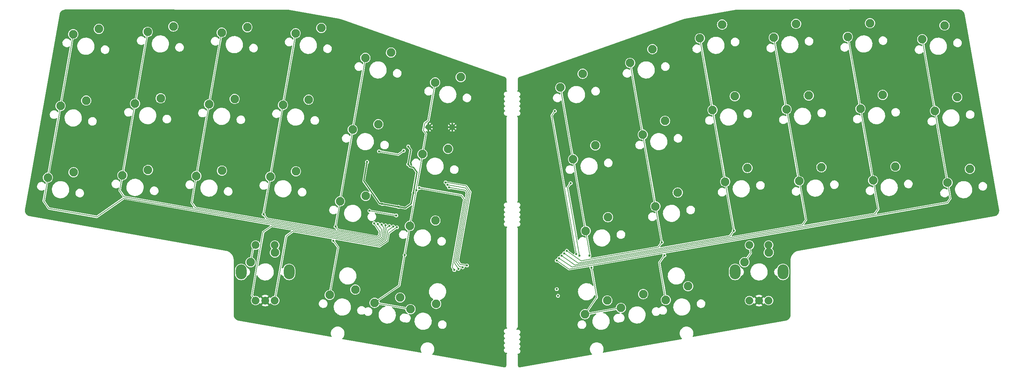
<source format=gbr>
%TF.GenerationSoftware,KiCad,Pcbnew,7.0.8*%
%TF.CreationDate,2023-11-01T12:08:13-07:00*%
%TF.ProjectId,Redwood,52656477-6f6f-4642-9e6b-696361645f70,rev?*%
%TF.SameCoordinates,Original*%
%TF.FileFunction,Copper,L1,Top*%
%TF.FilePolarity,Positive*%
%FSLAX46Y46*%
G04 Gerber Fmt 4.6, Leading zero omitted, Abs format (unit mm)*
G04 Created by KiCad (PCBNEW 7.0.8) date 2023-11-01 12:08:13*
%MOMM*%
%LPD*%
G01*
G04 APERTURE LIST*
%TA.AperFunction,ComponentPad*%
%ADD10C,2.250000*%
%TD*%
%TA.AperFunction,ComponentPad*%
%ADD11C,2.032000*%
%TD*%
%TA.AperFunction,ComponentPad*%
%ADD12O,2.799999X3.900000*%
%TD*%
%TA.AperFunction,ComponentPad*%
%ADD13C,0.600000*%
%TD*%
%TA.AperFunction,SMDPad,CuDef*%
%ADD14R,2.800000X2.550000*%
%TD*%
%TA.AperFunction,ComponentPad*%
%ADD15C,0.400000*%
%TD*%
%TA.AperFunction,SMDPad,CuDef*%
%ADD16R,1.000000X1.000000*%
%TD*%
%TA.AperFunction,ViaPad*%
%ADD17C,0.600000*%
%TD*%
%TA.AperFunction,Conductor*%
%ADD18C,0.200000*%
%TD*%
%TA.AperFunction,Conductor*%
%ADD19C,0.300000*%
%TD*%
G04 APERTURE END LIST*
D10*
%TO.P,SW5,1,1*%
%TO.N,COL0*%
X21884131Y-31304753D03*
%TO.P,SW5,2,2*%
%TO.N,Net-(D1-A)*%
X28578726Y-29906007D03*
%TD*%
%TO.P,SW28,1,1*%
%TO.N,COL5*%
X243580537Y-32627952D03*
%TO.P,SW28,2,2*%
%TO.N,Net-(D24-A)*%
X249393000Y-29023874D03*
%TD*%
%TO.P,SW18,1,1*%
%TO.N,COL1*%
X34717887Y-68225470D03*
%TO.P,SW18,2,2*%
%TO.N,Net-(D14-A)*%
X41412482Y-66826724D03*
%TD*%
%TO.P,SW6,1,1*%
%TO.N,COL1*%
X41333888Y-30704294D03*
%TO.P,SW6,2,2*%
%TO.N,Net-(D2-A)*%
X48028483Y-29305548D03*
%TD*%
%TO.P,SW17,1,1*%
%TO.N,COL0*%
X15268136Y-68825926D03*
%TO.P,SW17,2,2*%
%TO.N,Net-(D13-A)*%
X21962731Y-67427180D03*
%TD*%
%TO.P,SW26,1,1*%
%TO.N,COL3*%
X204818862Y-32208726D03*
%TO.P,SW26,2,2*%
%TO.N,Net-(D22-A)*%
X210631325Y-28604648D03*
%TD*%
D11*
%TO.P,SW3,A,A*%
%TO.N,ENCODER_A*%
X69511763Y-101000467D03*
%TO.P,SW3,B,B*%
%TO.N,ENCODER_B*%
X74511763Y-101000467D03*
%TO.P,SW3,C,C*%
%TO.N,GND*%
X72011763Y-101000467D03*
D12*
%TO.P,SW3,S*%
%TO.N,N/C*%
X65761763Y-93500467D03*
X78261763Y-93500467D03*
D11*
%TO.P,SW3,S1,S1*%
%TO.N,COL3*%
X69511763Y-86500467D03*
%TO.P,SW3,S2,S2*%
%TO.N,ENCODER_1S2*%
X74511763Y-86500467D03*
%TD*%
D10*
%TO.P,SW40,1,1*%
%TO.N,COL5*%
X250196532Y-70149127D03*
%TO.P,SW40,2,2*%
%TO.N,Net-(D36-A)*%
X256008995Y-66545049D03*
%TD*%
%TO.P,SW23,1,1*%
%TO.N,COL0*%
X149088430Y-45259485D03*
%TO.P,SW23,2,2*%
%TO.N,Net-(D19-A)*%
X154900893Y-41655407D03*
%TD*%
%TO.P,SW12,1,1*%
%TO.N,COL1*%
X38025887Y-49464881D03*
%TO.P,SW12,2,2*%
%TO.N,Net-(D8-A)*%
X44720482Y-48066135D03*
%TD*%
%TO.P,SW19,1,1*%
%TO.N,COL2*%
X54029810Y-68406702D03*
%TO.P,SW19,2,2*%
%TO.N,Net-(D15-A)*%
X60724405Y-67007956D03*
%TD*%
%TO.P,SW44,1,1*%
%TO.N,COL5*%
X100566904Y-101598290D03*
%TO.P,SW44,2,2*%
%TO.N,Net-(D42-A)*%
X107261499Y-100199544D03*
%TD*%
%TO.P,SW30,1,1*%
%TO.N,COL1*%
X170605684Y-57585310D03*
%TO.P,SW30,2,2*%
%TO.N,Net-(D26-A)*%
X176418147Y-53981232D03*
%TD*%
%TO.P,SW27,1,1*%
%TO.N,COL4*%
X224130781Y-32027494D03*
%TO.P,SW27,2,2*%
%TO.N,Net-(D23-A)*%
X229943244Y-28423416D03*
%TD*%
%TO.P,SW32,1,1*%
%TO.N,COL3*%
X208126858Y-50969314D03*
%TO.P,SW32,2,2*%
%TO.N,Net-(D28-A)*%
X213939321Y-47365236D03*
%TD*%
%TO.P,SW25,1,1*%
%TO.N,COL2*%
X185506942Y-32389960D03*
%TO.P,SW25,2,2*%
%TO.N,Net-(D21-A)*%
X191319405Y-28785882D03*
%TD*%
%TO.P,SW24,1,1*%
%TO.N,COL1*%
X167297685Y-38824723D03*
%TO.P,SW24,2,2*%
%TO.N,Net-(D20-A)*%
X173110148Y-35220645D03*
%TD*%
%TO.P,SW43,1,1*%
%TO.N,COL0*%
X164897762Y-102921489D03*
%TO.P,SW43,2,2*%
%TO.N,Net-(D37-A)*%
X170710225Y-99317411D03*
%TD*%
%TO.P,SW9,1,1*%
%TO.N,COL4*%
X98166984Y-37501524D03*
%TO.P,SW9,2,2*%
%TO.N,Net-(D5-A)*%
X104861579Y-36102778D03*
%TD*%
%TO.P,SW42,1,1*%
%TO.N,COL5*%
X109947198Y-103252289D03*
%TO.P,SW42,2,2*%
%TO.N,Net-(D42-A)*%
X116641793Y-101853543D03*
%TD*%
%TO.P,SW29,1,1*%
%TO.N,COL0*%
X152396428Y-64020073D03*
%TO.P,SW29,2,2*%
%TO.N,Net-(D25-A)*%
X158208891Y-60415995D03*
%TD*%
%TO.P,SW48,1,1*%
%TO.N,COL4*%
X88841536Y-99530791D03*
%TO.P,SW48,2,2*%
%TO.N,Net-(D41-A)*%
X95536131Y-98132045D03*
%TD*%
%TO.P,SW13,1,1*%
%TO.N,COL2*%
X57337811Y-49646115D03*
%TO.P,SW13,2,2*%
%TO.N,Net-(D9-A)*%
X64032406Y-48247369D03*
%TD*%
%TO.P,SW31,1,1*%
%TO.N,COL2*%
X188814938Y-51150548D03*
%TO.P,SW31,2,2*%
%TO.N,Net-(D27-A)*%
X194627401Y-47546470D03*
%TD*%
%TO.P,SW46,1,1*%
%TO.N,COL2*%
X197147141Y-90960467D03*
%TO.P,SW46,2,2*%
%TO.N,ENCODER_2S2*%
X203497141Y-88420467D03*
%TD*%
%TO.P,SW39,1,1*%
%TO.N,COL4*%
X230746779Y-69548669D03*
%TO.P,SW39,2,2*%
%TO.N,Net-(D35-A)*%
X236559242Y-65944591D03*
%TD*%
%TO.P,SW10,1,1*%
%TO.N,COL5*%
X116376239Y-43936287D03*
%TO.P,SW10,2,2*%
%TO.N,Net-(D6-A)*%
X123070834Y-42537541D03*
%TD*%
%TO.P,SW47,1,1*%
%TO.N,COL3*%
X68201763Y-90960467D03*
%TO.P,SW47,2,2*%
%TO.N,ENCODER_1S2*%
X74551763Y-88420467D03*
%TD*%
%TO.P,SW20,1,1*%
%TO.N,COL3*%
X73341733Y-68587937D03*
%TO.P,SW20,2,2*%
%TO.N,Net-(D16-A)*%
X80036328Y-67189191D03*
%TD*%
%TO.P,SW11,1,1*%
%TO.N,COL0*%
X18576133Y-50065341D03*
%TO.P,SW11,2,2*%
%TO.N,Net-(D7-A)*%
X25270728Y-48666595D03*
%TD*%
%TO.P,SW38,1,1*%
%TO.N,COL3*%
X211434858Y-69729902D03*
%TO.P,SW38,2,2*%
%TO.N,Net-(D34-A)*%
X217247321Y-66125824D03*
%TD*%
%TO.P,SW7,1,1*%
%TO.N,COL2*%
X60645805Y-30885528D03*
%TO.P,SW7,2,2*%
%TO.N,Net-(D3-A)*%
X67340400Y-29486782D03*
%TD*%
%TO.P,SW34,1,1*%
%TO.N,COL5*%
X246888535Y-51388540D03*
%TO.P,SW34,2,2*%
%TO.N,Net-(D30-A)*%
X252700998Y-47784462D03*
%TD*%
%TO.P,SW21,1,1*%
%TO.N,COL4*%
X91550985Y-75022699D03*
%TO.P,SW21,2,2*%
%TO.N,Net-(D17-A)*%
X98245580Y-73623953D03*
%TD*%
%TO.P,SW41,1,1*%
%TO.N,COL0*%
X155517469Y-104575488D03*
%TO.P,SW41,2,2*%
%TO.N,Net-(D37-A)*%
X161329932Y-100971410D03*
%TD*%
%TO.P,SW37,1,1*%
%TO.N,COL2*%
X192122934Y-69911136D03*
%TO.P,SW37,2,2*%
%TO.N,Net-(D33-A)*%
X197935397Y-66307058D03*
%TD*%
%TO.P,SW14,1,1*%
%TO.N,COL3*%
X76649728Y-49827349D03*
%TO.P,SW14,2,2*%
%TO.N,Net-(D10-A)*%
X83344323Y-48428603D03*
%TD*%
D11*
%TO.P,SW4,A,A*%
%TO.N,ENCODER_A*%
X198457141Y-101000467D03*
%TO.P,SW4,B,B*%
%TO.N,ENCODER_B*%
X203457141Y-101000467D03*
%TO.P,SW4,C,C*%
%TO.N,GND*%
X200957141Y-101000467D03*
D12*
%TO.P,SW4,S*%
%TO.N,N/C*%
X194707141Y-93500467D03*
X207207141Y-93500467D03*
D11*
%TO.P,SW4,S1,S1*%
%TO.N,COL2*%
X198457141Y-86500467D03*
%TO.P,SW4,S2,S2*%
%TO.N,ENCODER_2S2*%
X203457141Y-86500467D03*
%TD*%
D10*
%TO.P,SW33,1,1*%
%TO.N,COL4*%
X227438779Y-50788080D03*
%TO.P,SW33,2,2*%
%TO.N,Net-(D29-A)*%
X233251242Y-47184002D03*
%TD*%
%TO.P,SW36,1,1*%
%TO.N,COL1*%
X173913681Y-76345898D03*
%TO.P,SW36,2,2*%
%TO.N,Net-(D32-A)*%
X179726144Y-72741820D03*
%TD*%
%TO.P,SW16,1,1*%
%TO.N,COL5*%
X113068241Y-62696874D03*
%TO.P,SW16,2,2*%
%TO.N,Net-(D12-A)*%
X119762836Y-61298128D03*
%TD*%
%TO.P,SW45,1,1*%
%TO.N,COL1*%
X176623130Y-100853990D03*
%TO.P,SW45,2,2*%
%TO.N,Net-(D38-A)*%
X182435593Y-97249912D03*
%TD*%
%TO.P,SW15,1,1*%
%TO.N,COL4*%
X94858982Y-56262111D03*
%TO.P,SW15,2,2*%
%TO.N,Net-(D11-A)*%
X101553577Y-54863365D03*
%TD*%
%TO.P,SW35,1,1*%
%TO.N,COL0*%
X155704428Y-82780660D03*
%TO.P,SW35,2,2*%
%TO.N,Net-(D31-A)*%
X161516891Y-79176582D03*
%TD*%
%TO.P,SW22,1,1*%
%TO.N,COL5*%
X109760238Y-81457460D03*
%TO.P,SW22,2,2*%
%TO.N,Net-(D18-A)*%
X116454833Y-80058714D03*
%TD*%
%TO.P,SW8,1,1*%
%TO.N,COL3*%
X79957725Y-31066761D03*
%TO.P,SW8,2,2*%
%TO.N,Net-(D4-A)*%
X86652320Y-29668015D03*
%TD*%
D13*
%TO.P,J2,MP,MountPin*%
%TO.N,GND*%
X144425893Y-81649984D03*
X143425893Y-81649984D03*
X142425893Y-81649984D03*
X144425893Y-82524984D03*
D14*
X143425893Y-82524984D03*
D13*
X142425893Y-82524984D03*
X144425893Y-103274984D03*
D14*
X143425893Y-103274984D03*
D13*
X142425893Y-103274984D03*
X144425893Y-104149984D03*
X143425893Y-104149984D03*
X142425893Y-104149984D03*
%TD*%
D15*
%TO.P,J1,MP,MountPin*%
%TO.N,GND*%
X121197969Y-56004985D03*
X121197969Y-55204985D03*
X120847969Y-55604985D03*
D16*
X120847969Y-55604985D03*
D15*
X120497969Y-56004985D03*
X120497969Y-55204985D03*
X114997969Y-56004985D03*
X114997969Y-55204985D03*
X114647969Y-55604985D03*
D16*
X114647969Y-55604985D03*
D15*
X114297969Y-56004985D03*
X114297969Y-55204985D03*
%TD*%
D13*
%TO.P,J3,MP,MountPin*%
%TO.N,GND*%
X128527470Y-104149985D03*
X129527470Y-104149985D03*
X130527470Y-104149985D03*
X128527470Y-103274985D03*
D14*
X129527470Y-103274985D03*
D13*
X130527470Y-103274985D03*
X128527470Y-82524985D03*
D14*
X129527470Y-82524985D03*
D13*
X130527470Y-82524985D03*
X128527470Y-81649985D03*
X129527470Y-81649985D03*
X130527470Y-81649985D03*
%TD*%
D17*
%TO.N,GND*%
X110744000Y-63246000D03*
X111760000Y-59944000D03*
X110236000Y-51562000D03*
%TO.N,ROW6*%
X121391302Y-93018993D03*
X112280455Y-71552791D03*
%TO.N,ROW1*%
X108195996Y-61805526D03*
X101721936Y-61953565D03*
%TO.N,ROW2*%
X106241417Y-78741411D03*
X99237466Y-77506425D03*
%TO.N,ROW3*%
X124696216Y-91828627D03*
X153229819Y-88858965D03*
X119126651Y-70096656D03*
X147658494Y-51411503D03*
%TO.N,ROW4*%
X154068456Y-89226927D03*
X151761023Y-70289913D03*
X119585227Y-70751571D03*
X123584747Y-92281171D03*
%TO.N,ROW5*%
X122480080Y-92695137D03*
X120043803Y-71406485D03*
%TO.N,COL0*%
X104435678Y-81485791D03*
X157203249Y-92377947D03*
X156658081Y-89286143D03*
%TO.N,COL1*%
X176242195Y-89185874D03*
X150758016Y-88005219D03*
X103435115Y-81309365D03*
X175573195Y-85757459D03*
%TO.N,COL2*%
X150095805Y-88637821D03*
X194377888Y-82699605D03*
X102434549Y-81132938D03*
%TO.N,COL3*%
X71605032Y-78437247D03*
X149433595Y-89270423D03*
X101433984Y-80956512D03*
%TO.N,COL4*%
X90382158Y-81651440D03*
X89825389Y-85357562D03*
X148771385Y-89903025D03*
X100433421Y-80780085D03*
%TO.N,COL5*%
X148109174Y-90535628D03*
X111455541Y-72130873D03*
X108413468Y-89095384D03*
%TO.N,ENCODER_B*%
X106436809Y-81838643D03*
%TO.N,ENCODER_A*%
X105436243Y-81662218D03*
%TO.N,GND*%
X102241793Y-70524297D03*
X106832545Y-70817934D03*
X103035709Y-66021756D03*
X104890022Y-68669986D03*
X148416699Y-101056055D03*
X107538253Y-66815674D03*
%TO.N,+3.3V*%
X109347847Y-65329326D03*
X106862766Y-76497467D03*
X109391343Y-60694465D03*
X98621383Y-64727554D03*
X102610365Y-75747653D03*
X110680501Y-72786024D03*
%TO.N,+5V*%
X148446308Y-99761243D03*
%TO.N,RGB_LED*%
X148137561Y-98010255D03*
%TD*%
D18*
%TO.N,ROW6*%
X123286666Y-73493483D02*
X112280455Y-71552791D01*
X120860804Y-92261362D02*
X123992375Y-74501339D01*
X121391302Y-93018993D02*
X120860804Y-92261362D01*
X123992375Y-74501339D02*
X123286666Y-73493483D01*
%TO.N,COL5*%
X111414984Y-72072952D02*
X111491427Y-71639421D01*
X111455541Y-72130873D02*
X111414984Y-72072952D01*
%TO.N,ROW1*%
X101721936Y-61953565D02*
X106724758Y-62835699D01*
X106724758Y-62835699D02*
X108195996Y-61805526D01*
%TO.N,ROW2*%
X106103243Y-78717047D02*
X106241417Y-78741411D01*
X99237466Y-77506425D02*
X106103243Y-78717047D01*
%TO.N,ROW3*%
X122357948Y-90681158D02*
X125553660Y-72557377D01*
X147143104Y-54339483D02*
X146834356Y-52588495D01*
X124696216Y-91828627D02*
X122945228Y-91519880D01*
X119166810Y-70068537D02*
X119126651Y-70096656D01*
X153229819Y-88858965D02*
X147143104Y-54339483D01*
X122945228Y-91519880D02*
X122357948Y-90681158D01*
X124465113Y-71002769D02*
X119166810Y-70068537D01*
X125553660Y-72557377D02*
X124465113Y-71002769D01*
X146834356Y-52588495D02*
X147658494Y-51411503D01*
%TO.N,ROW4*%
X125130966Y-72651085D02*
X124366598Y-71559455D01*
X150936885Y-71466904D02*
X151761023Y-70289913D01*
X154068456Y-89226927D02*
X150936885Y-71466904D01*
X121901164Y-90968199D02*
X125130966Y-72651085D01*
X119625386Y-70723451D02*
X119585227Y-70751571D01*
X124366598Y-71559455D02*
X119625386Y-70723451D01*
X123584747Y-92281171D02*
X122712871Y-92127436D01*
X122712871Y-92127436D02*
X121901164Y-90968199D01*
%TO.N,ROW5*%
X121449906Y-91223898D02*
X124708272Y-72744794D01*
X124296203Y-72156298D02*
X120043803Y-71406485D01*
X122480080Y-92695137D02*
X121449906Y-91223898D01*
X124708272Y-72744794D02*
X124296203Y-72156298D01*
%TO.N,COL0*%
X28071871Y-79111281D02*
X15489966Y-76892752D01*
X157203249Y-92377947D02*
X158582232Y-100198552D01*
X21884133Y-31304753D02*
X18576133Y-50065339D01*
X18576133Y-50065339D02*
X15268134Y-68825928D01*
X158582232Y-100198552D02*
X155517470Y-104575488D01*
X101735716Y-85987336D02*
X35045776Y-74228099D01*
X104435678Y-81485791D02*
X103722070Y-81985465D01*
X35045776Y-74228099D02*
X28071871Y-79111281D01*
X152396430Y-64020075D02*
X152396428Y-64020073D01*
X14176496Y-75016922D02*
X15268134Y-68825928D01*
X155517470Y-104575488D02*
X164897763Y-102921488D01*
X156812607Y-89065457D02*
X156658081Y-89286143D01*
X155704427Y-82780660D02*
X152396430Y-64020075D01*
X155704427Y-82780660D02*
X156812607Y-89065457D01*
X15489966Y-76892752D02*
X14176496Y-75016922D01*
X103196826Y-84964254D02*
X101735716Y-85987336D01*
X103722070Y-81985465D02*
X103196826Y-84964254D01*
X152396428Y-64020073D02*
X149088430Y-45259485D01*
%TO.N,COL1*%
X35140099Y-73838562D02*
X34012184Y-72227729D01*
X175573195Y-85757459D02*
X173913683Y-76345898D01*
X170605684Y-57585310D02*
X173913683Y-76345898D01*
X150758016Y-88005219D02*
X154495195Y-90622019D01*
X34012184Y-72227729D02*
X34717889Y-68225470D01*
X174656179Y-87067094D02*
X175573195Y-85757459D01*
X41333888Y-30704295D02*
X38025886Y-49464881D01*
X102831673Y-84731628D02*
X101642005Y-85564642D01*
X101642005Y-85564642D02*
X35140099Y-73838562D01*
X170605684Y-57585310D02*
X167297687Y-38824724D01*
X174902972Y-91098485D02*
X176623131Y-100853990D01*
X103435115Y-81309365D02*
X102831673Y-84731628D01*
X167297687Y-38824724D02*
X167297684Y-38824723D01*
X176242195Y-89185874D02*
X174902972Y-91098485D01*
X34717889Y-68225470D02*
X38025886Y-49464881D01*
X154495195Y-90622019D02*
X174656179Y-87067094D01*
%TO.N,COL2*%
X198457140Y-86500467D02*
X198821836Y-88568755D01*
X193342444Y-84178371D02*
X194377888Y-82699605D01*
X188814937Y-51150549D02*
X188814940Y-51150548D01*
X60285039Y-32931554D02*
X60645805Y-30885528D01*
X102466521Y-84499000D02*
X101548299Y-85141948D01*
X102934223Y-81846547D02*
X102466521Y-84499000D01*
X57337809Y-49646116D02*
X54029812Y-68406704D01*
X153707871Y-91167016D02*
X193342444Y-84178371D01*
X194377888Y-82699605D02*
X192122935Y-69911136D01*
X185506942Y-32389959D02*
X188814940Y-51150548D01*
X150095805Y-88637821D02*
X153707871Y-91167016D01*
X101548299Y-85141948D02*
X53732562Y-76710744D01*
X198821836Y-88568755D02*
X197147141Y-90960466D01*
X53732562Y-76710744D02*
X52800335Y-75379388D01*
X52800335Y-75379388D02*
X54029811Y-68406702D01*
X102434549Y-81132938D02*
X102934223Y-81846547D01*
X192122935Y-69911136D02*
X188814937Y-51150549D01*
X57337809Y-49646116D02*
X60285039Y-32931554D01*
%TO.N,COL3*%
X102101372Y-84266370D02*
X101454589Y-84719254D01*
X101454589Y-84719254D02*
X72418827Y-79599466D01*
X213226690Y-79891887D02*
X211434858Y-69729901D01*
X102433333Y-82383729D02*
X102101372Y-84266370D01*
X149433595Y-89270423D02*
X152920548Y-91712013D01*
X208126858Y-50969315D02*
X211434856Y-69729901D01*
X76649727Y-49827349D02*
X73341731Y-68587937D01*
X71605032Y-78437247D02*
X73341732Y-68587937D01*
X76649727Y-49827349D02*
X79957726Y-31066761D01*
X152920548Y-91712013D02*
X212278850Y-81245543D01*
X101433984Y-80956512D02*
X102433333Y-82383729D01*
X68201761Y-90960467D02*
X68914429Y-86918720D01*
X72418827Y-79599466D02*
X71605032Y-78437247D01*
X68914429Y-86918720D02*
X69511760Y-86500467D01*
X211434856Y-69729901D02*
X211434858Y-69729901D01*
X212278850Y-81245543D02*
X213226690Y-79891887D01*
X208126859Y-50969313D02*
X208126858Y-50969315D01*
X204818862Y-32208727D02*
X208126859Y-50969313D01*
%TO.N,COL4*%
X101360880Y-84296560D02*
X90948752Y-82460621D01*
X100433421Y-80780085D02*
X101932443Y-82920912D01*
X90382158Y-81651440D02*
X91550984Y-75022699D01*
X224130781Y-32027494D02*
X227438778Y-50788078D01*
X88841537Y-99530791D02*
X91035841Y-87086268D01*
X152133224Y-92257010D02*
X231215256Y-78312714D01*
X227438780Y-50788079D02*
X230746778Y-69548669D01*
X227438778Y-50788078D02*
X227438780Y-50788079D01*
X231215256Y-78312714D02*
X232075491Y-77084172D01*
X98166984Y-37501523D02*
X94858983Y-56262111D01*
X90948752Y-82460621D02*
X90382158Y-81651440D01*
X101932443Y-82920912D02*
X101736219Y-84033744D01*
X232075491Y-77084172D02*
X230746778Y-69548669D01*
X91035841Y-87086268D02*
X89825389Y-85357562D01*
X101736219Y-84033744D02*
X101360880Y-84296560D01*
X94858983Y-56262111D02*
X91550984Y-75022699D01*
X148771385Y-89903025D02*
X152133224Y-92257010D01*
%TO.N,COL5*%
X113652415Y-54586414D02*
X113324244Y-56447573D01*
X114617483Y-53910665D02*
X113652415Y-54586414D01*
X116376236Y-43936286D02*
X114617483Y-53910665D01*
X148109174Y-90535628D02*
X151345901Y-92802007D01*
X113324244Y-56447573D02*
X113999992Y-57412642D01*
X113999992Y-57412642D02*
X113068241Y-62696874D01*
X246888534Y-51388539D02*
X250196532Y-70149127D01*
X109760240Y-81457461D02*
X108398447Y-89180570D01*
X108398447Y-89180570D02*
X108413468Y-89095384D01*
X151345901Y-92802007D02*
X250151663Y-75379886D01*
X243580537Y-32627952D02*
X246888534Y-51388539D01*
X113068241Y-62696874D02*
X111491427Y-71639421D01*
X108398447Y-89180570D02*
X107003575Y-97091284D01*
X250924291Y-74276456D02*
X250196532Y-70149127D01*
X100566903Y-101598289D02*
X109947198Y-103252289D01*
X107003575Y-97091284D02*
X100566903Y-101598289D01*
X250151663Y-75379886D02*
X250924291Y-74276456D01*
X111491427Y-71639421D02*
X109760241Y-81457460D01*
%TO.N,ENCODER_B*%
X104295980Y-83337667D02*
X103927132Y-85429508D01*
X101923132Y-86832724D02*
X79319715Y-82847132D01*
X106436809Y-81838643D02*
X104295980Y-83337667D01*
X79319715Y-82847132D02*
X77486324Y-84130887D01*
X103927132Y-85429508D02*
X101923132Y-86832724D01*
X77486324Y-84130887D02*
X74511762Y-101000466D01*
%TO.N,ENCODER_A*%
X103561980Y-85196880D02*
X101829423Y-86410030D01*
X73779710Y-81464109D02*
X71468708Y-83082287D01*
X101829423Y-86410030D02*
X73779710Y-81464109D01*
X71468708Y-83082287D02*
X68551153Y-99628573D01*
X68551153Y-99628573D02*
X69511763Y-101000468D01*
X105436243Y-81662218D02*
X104009026Y-82661564D01*
X104009026Y-82661564D02*
X103561980Y-85196880D01*
D19*
%TO.N,+3.3V*%
X110009445Y-61577210D02*
X109347847Y-65329326D01*
X110680501Y-72786024D02*
X111627274Y-67416607D01*
X110680501Y-72786024D02*
X110162899Y-75721489D01*
X98621383Y-64727554D02*
X97739252Y-69730377D01*
X110162899Y-75721489D02*
X108613753Y-76806213D01*
X109815477Y-65997177D02*
X110748586Y-66161708D01*
X108613753Y-76806213D02*
X106862766Y-76497467D01*
X97739252Y-69730377D02*
X101859941Y-75615334D01*
X102610365Y-75747653D02*
X106862766Y-76497467D01*
X109347847Y-65329326D02*
X109815477Y-65997177D01*
X109391343Y-60694465D02*
X110009445Y-61577210D01*
X111627274Y-67416607D02*
X110748586Y-66161708D01*
X101859941Y-75615334D02*
X102610365Y-75747653D01*
%TD*%
%TA.AperFunction,Conductor*%
%TO.N,GND*%
G36*
X253162323Y-24856057D02*
G01*
X253260963Y-24862605D01*
X253359777Y-24869166D01*
X253377087Y-24871870D01*
X253686561Y-24948806D01*
X253706788Y-24956253D01*
X253828895Y-25017032D01*
X253975477Y-25089993D01*
X253993338Y-25101420D01*
X254226411Y-25288527D01*
X254241394Y-25303454D01*
X254429869Y-25536461D01*
X254441478Y-25554514D01*
X254580137Y-25832388D01*
X254587133Y-25850796D01*
X254658403Y-26114877D01*
X254659361Y-26119181D01*
X263659730Y-77162813D01*
X263660347Y-77167749D01*
X263683816Y-77484035D01*
X263683297Y-77503846D01*
X263648772Y-77775418D01*
X263644450Y-77794334D01*
X263558934Y-78050026D01*
X263551190Y-78067413D01*
X263418928Y-78300946D01*
X263408093Y-78316420D01*
X263371532Y-78359266D01*
X263241798Y-78511301D01*
X263233889Y-78520569D01*
X263220199Y-78533793D01*
X263009172Y-78701606D01*
X262992875Y-78712137D01*
X262749489Y-78837462D01*
X262731051Y-78844725D01*
X262425817Y-78930848D01*
X262420968Y-78931957D01*
X211275354Y-87950309D01*
X211271635Y-87950820D01*
X211256803Y-87952288D01*
X211239929Y-87956443D01*
X211236693Y-87957126D01*
X211219538Y-87960151D01*
X211219533Y-87960152D01*
X211205361Y-87964807D01*
X211201751Y-87965843D01*
X211033880Y-88007178D01*
X211019933Y-88008802D01*
X211019979Y-88009141D01*
X211012964Y-88010080D01*
X210952016Y-88027335D01*
X210925651Y-88033827D01*
X210925640Y-88033831D01*
X210920096Y-88036072D01*
X210915029Y-88037808D01*
X210909281Y-88039435D01*
X210892737Y-88046797D01*
X210884465Y-88050479D01*
X210846004Y-88066029D01*
X210825743Y-88074222D01*
X210819628Y-88077781D01*
X210819456Y-88077485D01*
X210807445Y-88084754D01*
X210534558Y-88206196D01*
X210514790Y-88212606D01*
X210506291Y-88214403D01*
X210461163Y-88238705D01*
X210457820Y-88240346D01*
X210444038Y-88246480D01*
X210429467Y-88255645D01*
X210426585Y-88257325D01*
X210411424Y-88265490D01*
X210411417Y-88265494D01*
X210399286Y-88274465D01*
X210396213Y-88276563D01*
X210352831Y-88303853D01*
X210352825Y-88303858D01*
X210347075Y-88310366D01*
X210331757Y-88324406D01*
X210088522Y-88504291D01*
X210070296Y-88514968D01*
X210063361Y-88518089D01*
X210063353Y-88518094D01*
X210023680Y-88552087D01*
X210020911Y-88554293D01*
X210007993Y-88563848D01*
X210007991Y-88563851D01*
X209996456Y-88575251D01*
X209993872Y-88577630D01*
X209981532Y-88588205D01*
X209970925Y-88600308D01*
X209968496Y-88602887D01*
X209931356Y-88639599D01*
X209931354Y-88639601D01*
X209927673Y-88646251D01*
X209915523Y-88663539D01*
X209718560Y-88888329D01*
X209702986Y-88902669D01*
X209696962Y-88907126D01*
X209665350Y-88948863D01*
X209663123Y-88951597D01*
X209652474Y-88963751D01*
X209643680Y-88977270D01*
X209641648Y-88980162D01*
X209631909Y-88993021D01*
X209624074Y-89007179D01*
X209622257Y-89010203D01*
X209593718Y-89054078D01*
X209591569Y-89061251D01*
X209583359Y-89080761D01*
X209437479Y-89344403D01*
X209425514Y-89361489D01*
X209419985Y-89367837D01*
X209419980Y-89367845D01*
X209398466Y-89414626D01*
X209396809Y-89417903D01*
X209389385Y-89431323D01*
X209389379Y-89431337D01*
X209383362Y-89447198D01*
X209382055Y-89450317D01*
X209374961Y-89465746D01*
X209370607Y-89480430D01*
X209369431Y-89483915D01*
X209351162Y-89532074D01*
X209351162Y-89532075D01*
X209350515Y-89540466D01*
X209346725Y-89560988D01*
X209260578Y-89851571D01*
X209251708Y-89872390D01*
X209250248Y-89874954D01*
X209250246Y-89874959D01*
X209237268Y-89929926D01*
X209236551Y-89932621D01*
X209230789Y-89952056D01*
X209230785Y-89952074D01*
X209229045Y-89963952D01*
X209228244Y-89968146D01*
X209225485Y-89979834D01*
X209223679Y-90000054D01*
X209223353Y-90002821D01*
X209215174Y-90058683D01*
X209215174Y-90058689D01*
X209215585Y-90061601D01*
X209216163Y-90084230D01*
X209191796Y-90357122D01*
X209191489Y-90359764D01*
X209188498Y-90380565D01*
X209188498Y-90391872D01*
X209188302Y-90396269D01*
X209187298Y-90407510D01*
X209187298Y-90407533D01*
X209188425Y-90428486D01*
X209188496Y-90431144D01*
X209187995Y-104773666D01*
X209187884Y-104776976D01*
X209174655Y-104974302D01*
X209171940Y-104991617D01*
X209094874Y-105300892D01*
X209087420Y-105321108D01*
X208953621Y-105589620D01*
X208942192Y-105607470D01*
X208755098Y-105840361D01*
X208740160Y-105855345D01*
X208507223Y-106043669D01*
X208489172Y-106055272D01*
X208211417Y-106193823D01*
X208193017Y-106200815D01*
X207929055Y-106272040D01*
X207924753Y-106272997D01*
X183705275Y-110543545D01*
X183644685Y-110535030D01*
X183600672Y-110492527D01*
X183590047Y-110432271D01*
X183598888Y-110403095D01*
X183644978Y-110307387D01*
X183685713Y-110222801D01*
X183764107Y-109968656D01*
X183803746Y-109705665D01*
X183803746Y-109439705D01*
X183764107Y-109176714D01*
X183685713Y-108922569D01*
X183570317Y-108682947D01*
X183420496Y-108463200D01*
X183405443Y-108446977D01*
X183239598Y-108268238D01*
X183239586Y-108268227D01*
X183031669Y-108102419D01*
X183031655Y-108102409D01*
X182801344Y-107969439D01*
X182801335Y-107969434D01*
X182801332Y-107969433D01*
X182801328Y-107969431D01*
X182801325Y-107969430D01*
X182553758Y-107872266D01*
X182294467Y-107813085D01*
X182294458Y-107813083D01*
X182095653Y-107798185D01*
X182095647Y-107798185D01*
X181962845Y-107798185D01*
X181962839Y-107798185D01*
X181764033Y-107813083D01*
X181764024Y-107813085D01*
X181504733Y-107872266D01*
X181257166Y-107969430D01*
X181257147Y-107969439D01*
X181026836Y-108102409D01*
X181026822Y-108102419D01*
X180818905Y-108268227D01*
X180818893Y-108268238D01*
X180638001Y-108463193D01*
X180637996Y-108463199D01*
X180637996Y-108463200D01*
X180488175Y-108682947D01*
X180488173Y-108682950D01*
X180488171Y-108682954D01*
X180372779Y-108922568D01*
X180294386Y-109176709D01*
X180294384Y-109176719D01*
X180254746Y-109439701D01*
X180254746Y-109705668D01*
X180294384Y-109968650D01*
X180294386Y-109968660D01*
X180372779Y-110222801D01*
X180473654Y-110432271D01*
X180488175Y-110462423D01*
X180637996Y-110682170D01*
X180637999Y-110682173D01*
X180638001Y-110682176D01*
X180818892Y-110877131D01*
X180818896Y-110877135D01*
X180827431Y-110883941D01*
X180861139Y-110935004D01*
X180858395Y-110996128D01*
X180820247Y-111043965D01*
X180782898Y-111058839D01*
X160254540Y-114678542D01*
X160193950Y-114670027D01*
X160149937Y-114627524D01*
X160139312Y-114567268D01*
X160148153Y-114538092D01*
X160156732Y-114520276D01*
X160234978Y-114357798D01*
X160313372Y-114103653D01*
X160353011Y-113840662D01*
X160353011Y-113574702D01*
X160313372Y-113311711D01*
X160234978Y-113057566D01*
X160119582Y-112817944D01*
X159969761Y-112598197D01*
X159788862Y-112403234D01*
X159788861Y-112403233D01*
X159788851Y-112403224D01*
X159580934Y-112237416D01*
X159580920Y-112237406D01*
X159350609Y-112104436D01*
X159350600Y-112104431D01*
X159350597Y-112104430D01*
X159350593Y-112104428D01*
X159350590Y-112104427D01*
X159103023Y-112007263D01*
X158843732Y-111948082D01*
X158843723Y-111948080D01*
X158644918Y-111933182D01*
X158644912Y-111933182D01*
X158512110Y-111933182D01*
X158512104Y-111933182D01*
X158313298Y-111948080D01*
X158313289Y-111948082D01*
X158053998Y-112007263D01*
X157806431Y-112104427D01*
X157806412Y-112104436D01*
X157576101Y-112237406D01*
X157576087Y-112237416D01*
X157368170Y-112403224D01*
X157368158Y-112403235D01*
X157187266Y-112598190D01*
X157187261Y-112598196D01*
X157187261Y-112598197D01*
X157037440Y-112817944D01*
X157037438Y-112817947D01*
X157037436Y-112817951D01*
X156922044Y-113057565D01*
X156843651Y-113311706D01*
X156843649Y-113311716D01*
X156804011Y-113574698D01*
X156804011Y-113840665D01*
X156843649Y-114103647D01*
X156843651Y-114103657D01*
X156922044Y-114357798D01*
X157022919Y-114567268D01*
X157037440Y-114597420D01*
X157187261Y-114817167D01*
X157187264Y-114817170D01*
X157187266Y-114817173D01*
X157368157Y-115012128D01*
X157368161Y-115012132D01*
X157376696Y-115018938D01*
X157410404Y-115070001D01*
X157407660Y-115131125D01*
X157369512Y-115178962D01*
X157332163Y-115193836D01*
X138601532Y-118496551D01*
X138596030Y-118497207D01*
X138492598Y-118503691D01*
X138462617Y-118500985D01*
X138296493Y-118459865D01*
X138262850Y-118444405D01*
X138146201Y-118361330D01*
X138120837Y-118334968D01*
X138042460Y-118215411D01*
X138028124Y-118180276D01*
X137986819Y-117970636D01*
X137984952Y-117951498D01*
X137984952Y-115551103D01*
X137985048Y-115550807D01*
X137985048Y-115391900D01*
X137948100Y-115158619D01*
X137948099Y-115158615D01*
X137909588Y-115040093D01*
X137909587Y-114978908D01*
X137945551Y-114929408D01*
X138003741Y-114910500D01*
X138025376Y-114910500D01*
X138147504Y-114895072D01*
X138147505Y-114895071D01*
X138147509Y-114895071D01*
X138300322Y-114834568D01*
X138433288Y-114737963D01*
X138538051Y-114611326D01*
X138608030Y-114462613D01*
X138638827Y-114301170D01*
X138628507Y-114137140D01*
X138577719Y-113980829D01*
X138577718Y-113980828D01*
X138577718Y-113980826D01*
X138489653Y-113842060D01*
X138369843Y-113729551D01*
X138369844Y-113729551D01*
X138353374Y-113720497D01*
X138311490Y-113675895D01*
X138303822Y-113615192D01*
X138333298Y-113561575D01*
X138342878Y-113553650D01*
X138394336Y-113516262D01*
X138433288Y-113487963D01*
X138538051Y-113361326D01*
X138608030Y-113212613D01*
X138638827Y-113051170D01*
X138628507Y-112887140D01*
X138577719Y-112730829D01*
X138577718Y-112730828D01*
X138577718Y-112730826D01*
X138489653Y-112592060D01*
X138369843Y-112479551D01*
X138369844Y-112479551D01*
X138353374Y-112470497D01*
X138311490Y-112425895D01*
X138303822Y-112365192D01*
X138333298Y-112311575D01*
X138342878Y-112303650D01*
X138394336Y-112266262D01*
X138433288Y-112237963D01*
X138538051Y-112111326D01*
X138608030Y-111962613D01*
X138638827Y-111801170D01*
X138628507Y-111637140D01*
X138577719Y-111480829D01*
X138577718Y-111480828D01*
X138577718Y-111480826D01*
X138489653Y-111342060D01*
X138369843Y-111229551D01*
X138369844Y-111229551D01*
X138353374Y-111220497D01*
X138311490Y-111175895D01*
X138303822Y-111115192D01*
X138333298Y-111061575D01*
X138342878Y-111053650D01*
X138394336Y-111016262D01*
X138433288Y-110987963D01*
X138538051Y-110861326D01*
X138608030Y-110712613D01*
X138638827Y-110551170D01*
X138628507Y-110387140D01*
X138577719Y-110230829D01*
X138577718Y-110230828D01*
X138577718Y-110230826D01*
X138489653Y-110092060D01*
X138369843Y-109979551D01*
X138369844Y-109979551D01*
X138353374Y-109970497D01*
X138311490Y-109925895D01*
X138303822Y-109865192D01*
X138333298Y-109811575D01*
X138342878Y-109803650D01*
X138394336Y-109766262D01*
X138433288Y-109737963D01*
X138538051Y-109611326D01*
X138608030Y-109462613D01*
X138638827Y-109301170D01*
X138628507Y-109137140D01*
X138577719Y-108980829D01*
X138577718Y-108980828D01*
X138577718Y-108980826D01*
X138489653Y-108842060D01*
X138369843Y-108729551D01*
X138369844Y-108729551D01*
X138225820Y-108650373D01*
X138066630Y-108609500D01*
X138066628Y-108609500D01*
X137943526Y-108609500D01*
X137821397Y-108624927D01*
X137821391Y-108624929D01*
X137719810Y-108665148D01*
X137658745Y-108668990D01*
X137607085Y-108636205D01*
X137584561Y-108579316D01*
X137599778Y-108520053D01*
X137613359Y-108503100D01*
X137628981Y-108487479D01*
X137767802Y-108296409D01*
X137875024Y-108085974D01*
X137948006Y-107861357D01*
X137978754Y-107667223D01*
X137984952Y-107628091D01*
X137984952Y-107243638D01*
X153578491Y-107243638D01*
X153588718Y-107458337D01*
X153588719Y-107458344D01*
X153639391Y-107667218D01*
X153728682Y-107862740D01*
X153728685Y-107862745D01*
X153853361Y-108037829D01*
X153853363Y-108037831D01*
X153853364Y-108037832D01*
X154008927Y-108186160D01*
X154189750Y-108302368D01*
X154389298Y-108382255D01*
X154600358Y-108422933D01*
X154600361Y-108422933D01*
X154761448Y-108422933D01*
X154921801Y-108407621D01*
X155128039Y-108347064D01*
X155319089Y-108248571D01*
X155488047Y-108115701D01*
X155628806Y-107953257D01*
X155736278Y-107767110D01*
X155806580Y-107563987D01*
X155837169Y-107351230D01*
X155826942Y-107136529D01*
X155776267Y-106927643D01*
X155686976Y-106732123D01*
X155684220Y-106728253D01*
X155562298Y-106557036D01*
X155550109Y-106545414D01*
X155406733Y-106408706D01*
X155225910Y-106292498D01*
X155225907Y-106292497D01*
X155225906Y-106292496D01*
X155059696Y-106225956D01*
X155026362Y-106212611D01*
X154815302Y-106171933D01*
X154654212Y-106171933D01*
X154493858Y-106187245D01*
X154287616Y-106247803D01*
X154096573Y-106346293D01*
X154096570Y-106346295D01*
X153927612Y-106479164D01*
X153786853Y-106641609D01*
X153679380Y-106827760D01*
X153609081Y-107030874D01*
X153609079Y-107030880D01*
X153578491Y-107243630D01*
X153578491Y-107243638D01*
X137984952Y-107243638D01*
X137984952Y-99761245D01*
X147940661Y-99761245D01*
X147961142Y-99903699D01*
X147990737Y-99968501D01*
X148020931Y-100034616D01*
X148101981Y-100128153D01*
X148115181Y-100143387D01*
X148209024Y-100203696D01*
X148236255Y-100221196D01*
X148342711Y-100252454D01*
X148374343Y-100261742D01*
X148374344Y-100261742D01*
X148374347Y-100261743D01*
X148374349Y-100261743D01*
X148518267Y-100261743D01*
X148518269Y-100261743D01*
X148656361Y-100221196D01*
X148777436Y-100143386D01*
X148871685Y-100034616D01*
X148931473Y-99903700D01*
X148943960Y-99816851D01*
X148951955Y-99761245D01*
X148951955Y-99761240D01*
X148931473Y-99618786D01*
X148904281Y-99559245D01*
X148871685Y-99487870D01*
X148777436Y-99379100D01*
X148777435Y-99379099D01*
X148777434Y-99379098D01*
X148656365Y-99301292D01*
X148656362Y-99301290D01*
X148656361Y-99301290D01*
X148656358Y-99301289D01*
X148518272Y-99260743D01*
X148518269Y-99260743D01*
X148374347Y-99260743D01*
X148374343Y-99260743D01*
X148236257Y-99301289D01*
X148236250Y-99301292D01*
X148115181Y-99379098D01*
X148020930Y-99487871D01*
X147961142Y-99618786D01*
X147940661Y-99761240D01*
X147940661Y-99761245D01*
X137984952Y-99761245D01*
X137984952Y-98010257D01*
X147631914Y-98010257D01*
X147652395Y-98152711D01*
X147690454Y-98236046D01*
X147712184Y-98283628D01*
X147748091Y-98325067D01*
X147806434Y-98392399D01*
X147821705Y-98402213D01*
X147927508Y-98470208D01*
X148029758Y-98500231D01*
X148065596Y-98510754D01*
X148065597Y-98510754D01*
X148065600Y-98510755D01*
X148065602Y-98510755D01*
X148209520Y-98510755D01*
X148209522Y-98510755D01*
X148347614Y-98470208D01*
X148468689Y-98392398D01*
X148562938Y-98283628D01*
X148622726Y-98152712D01*
X148643208Y-98010255D01*
X148629540Y-97915194D01*
X148622726Y-97867798D01*
X148562938Y-97736883D01*
X148562938Y-97736882D01*
X148468689Y-97628112D01*
X148468688Y-97628111D01*
X148468687Y-97628110D01*
X148347618Y-97550304D01*
X148347615Y-97550302D01*
X148347614Y-97550302D01*
X148347611Y-97550301D01*
X148209525Y-97509755D01*
X148209522Y-97509755D01*
X148065600Y-97509755D01*
X148065596Y-97509755D01*
X147927510Y-97550301D01*
X147927503Y-97550304D01*
X147806434Y-97628110D01*
X147712183Y-97736883D01*
X147652395Y-97867798D01*
X147631914Y-98010252D01*
X147631914Y-98010257D01*
X137984952Y-98010257D01*
X137984952Y-82391904D01*
X137948006Y-82158636D01*
X137948005Y-82158632D01*
X137875020Y-81934008D01*
X137809003Y-81804443D01*
X137799433Y-81744013D01*
X137827210Y-81689497D01*
X137881727Y-81661719D01*
X137897214Y-81660500D01*
X138025376Y-81660500D01*
X138147504Y-81645072D01*
X138147505Y-81645071D01*
X138147509Y-81645071D01*
X138300322Y-81584568D01*
X138433288Y-81487963D01*
X138538051Y-81361326D01*
X138608030Y-81212613D01*
X138638827Y-81051170D01*
X138628507Y-80887140D01*
X138577719Y-80730829D01*
X138577718Y-80730828D01*
X138577718Y-80730826D01*
X138489653Y-80592060D01*
X138369843Y-80479551D01*
X138369844Y-80479551D01*
X138353374Y-80470497D01*
X138311490Y-80425895D01*
X138303822Y-80365192D01*
X138333298Y-80311575D01*
X138342878Y-80303650D01*
X138407585Y-80256637D01*
X138433288Y-80237963D01*
X138538051Y-80111326D01*
X138608030Y-79962613D01*
X138628749Y-79853999D01*
X138638826Y-79801176D01*
X138638827Y-79801170D01*
X138633709Y-79719819D01*
X138628507Y-79637140D01*
X138577719Y-79480829D01*
X138577718Y-79480828D01*
X138577718Y-79480826D01*
X138489653Y-79342060D01*
X138369843Y-79229551D01*
X138369844Y-79229551D01*
X138353374Y-79220497D01*
X138311490Y-79175895D01*
X138303822Y-79115192D01*
X138333298Y-79061575D01*
X138342878Y-79053650D01*
X138424743Y-78994171D01*
X138433288Y-78987963D01*
X138538051Y-78861326D01*
X138608030Y-78712613D01*
X138633384Y-78579703D01*
X138638826Y-78551176D01*
X138638827Y-78551170D01*
X138634298Y-78479183D01*
X138628507Y-78387140D01*
X138577719Y-78230829D01*
X138577718Y-78230828D01*
X138577718Y-78230826D01*
X138489653Y-78092060D01*
X138369843Y-77979551D01*
X138369844Y-77979551D01*
X138353374Y-77970497D01*
X138311490Y-77925895D01*
X138303822Y-77865192D01*
X138333298Y-77811575D01*
X138342878Y-77803650D01*
X138423595Y-77745005D01*
X138433288Y-77737963D01*
X138538051Y-77611326D01*
X138608030Y-77462613D01*
X138628105Y-77357379D01*
X138638826Y-77301176D01*
X138638827Y-77301170D01*
X138634000Y-77224445D01*
X138628507Y-77137140D01*
X138577719Y-76980829D01*
X138577718Y-76980828D01*
X138577718Y-76980826D01*
X138489653Y-76842060D01*
X138369843Y-76729551D01*
X138369844Y-76729551D01*
X138353374Y-76720497D01*
X138311490Y-76675895D01*
X138303822Y-76615192D01*
X138333298Y-76561575D01*
X138342878Y-76553650D01*
X138394336Y-76516262D01*
X138433288Y-76487963D01*
X138538051Y-76361326D01*
X138608030Y-76212613D01*
X138637000Y-76060750D01*
X138638826Y-76051176D01*
X138638827Y-76051170D01*
X138633944Y-75973551D01*
X138628507Y-75887140D01*
X138577719Y-75730829D01*
X138577718Y-75730828D01*
X138577718Y-75730826D01*
X138489653Y-75592060D01*
X138369843Y-75479551D01*
X138369844Y-75479551D01*
X138225820Y-75400373D01*
X138066630Y-75359500D01*
X138066628Y-75359500D01*
X137943526Y-75359500D01*
X137906861Y-75364131D01*
X137846760Y-75352666D01*
X137804877Y-75308063D01*
X137797209Y-75247360D01*
X137806246Y-75220967D01*
X137875016Y-75085999D01*
X137875017Y-75085996D01*
X137875017Y-75085995D01*
X137875019Y-75085992D01*
X137948004Y-74861368D01*
X137961485Y-74776254D01*
X137984952Y-74628095D01*
X137984952Y-53551101D01*
X137985048Y-53550805D01*
X137985048Y-53391899D01*
X137948100Y-53158623D01*
X137948098Y-53158615D01*
X137875112Y-52933988D01*
X137809104Y-52804441D01*
X137799534Y-52744012D01*
X137827311Y-52689495D01*
X137881828Y-52661718D01*
X137897315Y-52660499D01*
X138025377Y-52660499D01*
X138147505Y-52645071D01*
X138147506Y-52645070D01*
X138147510Y-52645070D01*
X138298328Y-52585357D01*
X146528666Y-52585357D01*
X146530373Y-52595034D01*
X146531719Y-52617810D01*
X146531164Y-52627617D01*
X146531165Y-52627620D01*
X146540983Y-52657943D01*
X146542640Y-52664603D01*
X146848419Y-54398752D01*
X152856116Y-88470104D01*
X152847601Y-88530694D01*
X152833440Y-88552125D01*
X152804442Y-88585591D01*
X152744653Y-88716509D01*
X152726686Y-88841471D01*
X152699690Y-88896379D01*
X152645575Y-88924932D01*
X152585013Y-88916224D01*
X152571914Y-88908480D01*
X151296726Y-88015584D01*
X151259905Y-87966720D01*
X151255521Y-87948589D01*
X151243181Y-87862762D01*
X151183393Y-87731846D01*
X151089144Y-87623076D01*
X151089143Y-87623075D01*
X151089142Y-87623074D01*
X150968073Y-87545268D01*
X150968070Y-87545266D01*
X150968069Y-87545266D01*
X150968066Y-87545265D01*
X150829980Y-87504719D01*
X150829977Y-87504719D01*
X150686055Y-87504719D01*
X150686051Y-87504719D01*
X150547965Y-87545265D01*
X150547958Y-87545268D01*
X150426889Y-87623074D01*
X150332638Y-87731847D01*
X150272850Y-87862762D01*
X150252369Y-88005216D01*
X150252369Y-88005223D01*
X150255102Y-88024233D01*
X150244668Y-88084522D01*
X150200790Y-88127164D01*
X150157110Y-88137321D01*
X150023840Y-88137321D01*
X149885754Y-88177867D01*
X149885747Y-88177870D01*
X149764678Y-88255676D01*
X149670427Y-88364449D01*
X149610639Y-88495364D01*
X149590158Y-88637818D01*
X149590158Y-88637825D01*
X149592891Y-88656835D01*
X149582457Y-88717124D01*
X149538579Y-88759766D01*
X149494899Y-88769923D01*
X149361630Y-88769923D01*
X149223544Y-88810469D01*
X149223537Y-88810472D01*
X149102468Y-88888278D01*
X149008217Y-88997051D01*
X148948429Y-89127966D01*
X148927948Y-89270420D01*
X148927948Y-89270427D01*
X148930681Y-89289437D01*
X148920247Y-89349726D01*
X148876369Y-89392368D01*
X148832689Y-89402525D01*
X148699420Y-89402525D01*
X148561334Y-89443071D01*
X148561327Y-89443074D01*
X148440258Y-89520880D01*
X148346007Y-89629653D01*
X148286219Y-89760568D01*
X148265738Y-89903022D01*
X148268472Y-89922040D01*
X148258037Y-89982329D01*
X148214159Y-90024971D01*
X148170479Y-90035128D01*
X148037209Y-90035128D01*
X147899123Y-90075674D01*
X147899116Y-90075677D01*
X147778047Y-90153483D01*
X147683796Y-90262256D01*
X147624008Y-90393171D01*
X147603527Y-90535625D01*
X147603527Y-90535630D01*
X147624008Y-90678084D01*
X147668965Y-90776524D01*
X147683797Y-90809001D01*
X147754175Y-90890222D01*
X147778047Y-90917772D01*
X147882859Y-90985130D01*
X147899121Y-90995581D01*
X147999106Y-91024939D01*
X148037209Y-91036127D01*
X148037210Y-91036127D01*
X148037213Y-91036128D01*
X148037215Y-91036128D01*
X148181134Y-91036128D01*
X148181135Y-91036128D01*
X148181136Y-91036127D01*
X148181140Y-91036127D01*
X148219241Y-91024939D01*
X148280401Y-91026685D01*
X148303918Y-91038832D01*
X148339960Y-91064069D01*
X151120161Y-93010785D01*
X151130086Y-93020455D01*
X151130927Y-93019553D01*
X151137638Y-93025798D01*
X151178268Y-93051536D01*
X151180159Y-93052796D01*
X151196350Y-93064133D01*
X151199591Y-93065603D01*
X151205601Y-93068850D01*
X151232547Y-93085920D01*
X151242190Y-93087825D01*
X151263910Y-93094796D01*
X151272858Y-93098857D01*
X151304694Y-93100656D01*
X151311469Y-93101513D01*
X151342763Y-93107696D01*
X151352438Y-93105989D01*
X151375216Y-93104643D01*
X151385025Y-93105198D01*
X151415360Y-93095375D01*
X151421988Y-93093725D01*
X156594599Y-92181655D01*
X156655187Y-92190170D01*
X156699200Y-92232673D01*
X156709825Y-92292929D01*
X156709780Y-92293240D01*
X156697602Y-92377943D01*
X156697602Y-92377949D01*
X156718083Y-92520403D01*
X156771263Y-92636848D01*
X156777872Y-92651320D01*
X156872121Y-92760090D01*
X156940980Y-92804342D01*
X156979709Y-92851706D01*
X156984951Y-92870434D01*
X157577774Y-96232502D01*
X157666151Y-96733713D01*
X157724292Y-97063444D01*
X157715777Y-97124034D01*
X157673274Y-97168047D01*
X157613018Y-97178672D01*
X157558025Y-97151850D01*
X157555633Y-97149459D01*
X157440993Y-97030924D01*
X157440991Y-97030922D01*
X157205174Y-96844699D01*
X157205169Y-96844696D01*
X157205167Y-96844694D01*
X157166339Y-96821696D01*
X156946627Y-96691560D01*
X156946625Y-96691559D01*
X156669990Y-96574255D01*
X156669967Y-96574247D01*
X156380182Y-96494867D01*
X156380172Y-96494865D01*
X156380169Y-96494864D01*
X156380167Y-96494864D01*
X156082358Y-96454812D01*
X155857080Y-96454812D01*
X155744687Y-96462336D01*
X155632288Y-96469860D01*
X155337836Y-96529710D01*
X155337813Y-96529716D01*
X155053975Y-96628275D01*
X155053955Y-96628284D01*
X154785775Y-96763801D01*
X154538033Y-96933866D01*
X154315170Y-97135433D01*
X154121171Y-97364898D01*
X154121166Y-97364904D01*
X153959479Y-97618183D01*
X153832996Y-97890749D01*
X153832995Y-97890750D01*
X153747888Y-98165109D01*
X153743967Y-98177750D01*
X153707761Y-98392399D01*
X153693987Y-98474055D01*
X153683946Y-98774377D01*
X153692795Y-98862332D01*
X153714024Y-99073357D01*
X153717123Y-99086361D01*
X153783680Y-99365651D01*
X153783681Y-99365655D01*
X153783682Y-99365658D01*
X153783683Y-99365661D01*
X153891682Y-99646072D01*
X153891683Y-99646073D01*
X153891685Y-99646079D01*
X154036092Y-99909587D01*
X154214338Y-100151505D01*
X154214342Y-100151510D01*
X154423232Y-100367500D01*
X154423234Y-100367501D01*
X154654416Y-100550064D01*
X154659059Y-100553730D01*
X154795632Y-100634622D01*
X154917598Y-100706863D01*
X154917600Y-100706864D01*
X155194235Y-100824168D01*
X155194258Y-100824176D01*
X155484043Y-100903556D01*
X155484048Y-100903557D01*
X155484059Y-100903560D01*
X155781868Y-100943612D01*
X155781870Y-100943612D01*
X156007140Y-100943612D01*
X156007146Y-100943612D01*
X156231932Y-100928564D01*
X156526400Y-100868711D01*
X156537589Y-100864826D01*
X156810250Y-100770148D01*
X156810251Y-100770147D01*
X156810264Y-100770143D01*
X157078456Y-100634619D01*
X157326193Y-100464558D01*
X157549052Y-100262994D01*
X157743056Y-100033524D01*
X157904744Y-99780244D01*
X157913561Y-99761245D01*
X157947628Y-99687831D01*
X157988522Y-99599706D01*
X158030166Y-99554882D01*
X158090205Y-99543096D01*
X158145706Y-99568850D01*
X158175469Y-99622309D01*
X158175819Y-99624189D01*
X158257561Y-100087769D01*
X158249046Y-100148359D01*
X158241161Y-100161744D01*
X156057408Y-103280468D01*
X156008543Y-103317290D01*
X155950689Y-103319310D01*
X155748519Y-103265139D01*
X155748518Y-103265138D01*
X155748511Y-103265137D01*
X155517472Y-103244925D01*
X155517466Y-103244925D01*
X155286426Y-103265137D01*
X155286419Y-103265139D01*
X155062390Y-103325168D01*
X154964372Y-103370874D01*
X154852189Y-103423186D01*
X154662204Y-103556214D01*
X154498195Y-103720223D01*
X154365167Y-103910208D01*
X154345288Y-103952839D01*
X154267149Y-104120409D01*
X154232705Y-104248953D01*
X154207118Y-104344445D01*
X154186906Y-104575484D01*
X154186906Y-104575491D01*
X154207118Y-104806530D01*
X154207119Y-104806537D01*
X154207120Y-104806538D01*
X154267149Y-105030567D01*
X154365168Y-105240770D01*
X154388187Y-105273644D01*
X154460473Y-105376880D01*
X154498199Y-105430757D01*
X154662200Y-105594758D01*
X154662203Y-105594760D01*
X154662204Y-105594761D01*
X154704274Y-105624218D01*
X154852187Y-105727789D01*
X155062390Y-105825808D01*
X155286419Y-105885837D01*
X155286423Y-105885837D01*
X155286426Y-105885838D01*
X155517466Y-105906051D01*
X155517469Y-105906051D01*
X155517472Y-105906051D01*
X155748511Y-105885838D01*
X155748512Y-105885837D01*
X155748519Y-105885837D01*
X155972548Y-105825808D01*
X156182751Y-105727789D01*
X156372738Y-105594758D01*
X156536739Y-105430757D01*
X156669770Y-105240770D01*
X156767789Y-105030567D01*
X156827818Y-104806538D01*
X156829023Y-104792770D01*
X156832352Y-104754707D01*
X156835144Y-104722790D01*
X156859049Y-104666470D01*
X156911495Y-104634956D01*
X156916546Y-104633927D01*
X158382264Y-104375482D01*
X158442852Y-104383997D01*
X158486865Y-104426500D01*
X158497490Y-104486756D01*
X158470668Y-104541749D01*
X158455482Y-104554598D01*
X158316573Y-104649954D01*
X158093710Y-104851521D01*
X157899711Y-105080986D01*
X157899706Y-105080992D01*
X157738019Y-105334271D01*
X157611536Y-105606837D01*
X157611535Y-105606838D01*
X157522510Y-105893827D01*
X157522507Y-105893838D01*
X157472527Y-106190142D01*
X157465220Y-106408707D01*
X157462486Y-106490465D01*
X157492564Y-106789446D01*
X157492565Y-106789448D01*
X157562220Y-107081739D01*
X157562221Y-107081743D01*
X157562222Y-107081746D01*
X157562223Y-107081749D01*
X157670222Y-107362160D01*
X157670223Y-107362161D01*
X157670225Y-107362167D01*
X157814632Y-107625675D01*
X157992878Y-107867593D01*
X157992882Y-107867598D01*
X158201772Y-108083588D01*
X158201774Y-108083589D01*
X158410694Y-108248572D01*
X158437599Y-108269818D01*
X158574172Y-108350710D01*
X158696138Y-108422951D01*
X158696140Y-108422952D01*
X158972775Y-108540256D01*
X158972798Y-108540264D01*
X159262583Y-108619644D01*
X159262588Y-108619645D01*
X159262599Y-108619648D01*
X159560408Y-108659700D01*
X159560410Y-108659700D01*
X159785680Y-108659700D01*
X159785686Y-108659700D01*
X160010472Y-108644652D01*
X160304940Y-108584799D01*
X160320731Y-108579316D01*
X160588790Y-108486236D01*
X160588791Y-108486235D01*
X160588804Y-108486231D01*
X160856996Y-108350707D01*
X161104733Y-108180646D01*
X161327592Y-107979082D01*
X161521596Y-107749612D01*
X161683284Y-107496332D01*
X161809771Y-107223760D01*
X161898799Y-106936762D01*
X161948779Y-106640458D01*
X161958820Y-106340136D01*
X161928742Y-106041155D01*
X161859083Y-105748851D01*
X161751084Y-105468440D01*
X161730430Y-105430752D01*
X161640477Y-105266608D01*
X161606674Y-105204925D01*
X161428430Y-104963010D01*
X161428429Y-104963009D01*
X161428427Y-104963006D01*
X161428423Y-104963001D01*
X161219533Y-104747011D01*
X161219531Y-104747010D01*
X160983714Y-104560787D01*
X160983709Y-104560784D01*
X160983707Y-104560782D01*
X160973266Y-104554598D01*
X160725167Y-104407648D01*
X160725165Y-104407647D01*
X160448530Y-104290343D01*
X160448507Y-104290335D01*
X160253527Y-104236925D01*
X160202399Y-104203316D01*
X160180790Y-104146073D01*
X160196955Y-104087062D01*
X160244719Y-104048822D01*
X160262489Y-104043947D01*
X163603017Y-103454922D01*
X163663606Y-103463437D01*
X163707619Y-103505940D01*
X163709931Y-103510579D01*
X163745455Y-103586760D01*
X163745459Y-103586768D01*
X163877144Y-103774834D01*
X163878492Y-103776758D01*
X164042493Y-103940759D01*
X164042496Y-103940761D01*
X164042497Y-103940762D01*
X164059745Y-103952839D01*
X164232480Y-104073790D01*
X164442683Y-104171809D01*
X164618684Y-104218968D01*
X164669998Y-104252292D01*
X164691924Y-104309414D01*
X164676088Y-104368514D01*
X164628538Y-104407020D01*
X164602472Y-104413146D01*
X164538911Y-104419216D01*
X164499504Y-104422979D01*
X164443774Y-104439343D01*
X164295066Y-104483008D01*
X164293264Y-104483537D01*
X164247541Y-104507108D01*
X164200310Y-104516216D01*
X164200310Y-104517934D01*
X164034505Y-104517934D01*
X163874151Y-104533246D01*
X163667909Y-104593804D01*
X163476866Y-104692294D01*
X163476863Y-104692296D01*
X163307905Y-104825165D01*
X163167146Y-104987610D01*
X163085067Y-105129775D01*
X163059782Y-105173573D01*
X163059673Y-105173761D01*
X162989374Y-105376875D01*
X162989372Y-105376881D01*
X162958784Y-105589631D01*
X162958784Y-105589639D01*
X162969011Y-105804338D01*
X162969012Y-105804345D01*
X163019684Y-106013219D01*
X163108975Y-106208741D01*
X163108978Y-106208746D01*
X163233654Y-106383830D01*
X163233656Y-106383832D01*
X163233657Y-106383833D01*
X163389220Y-106532161D01*
X163570043Y-106648369D01*
X163769591Y-106728256D01*
X163980651Y-106768934D01*
X163980654Y-106768934D01*
X164141741Y-106768934D01*
X164302094Y-106753622D01*
X164508332Y-106693065D01*
X164554053Y-106669493D01*
X164601288Y-106660393D01*
X164601288Y-106658667D01*
X164767094Y-106658667D01*
X164927447Y-106643355D01*
X165133685Y-106582798D01*
X165324735Y-106484305D01*
X165493693Y-106351435D01*
X165634452Y-106188991D01*
X165741924Y-106002844D01*
X165812226Y-105799721D01*
X165842815Y-105586964D01*
X165832588Y-105372263D01*
X165781913Y-105163377D01*
X165692622Y-104967857D01*
X165689868Y-104963989D01*
X165599060Y-104836466D01*
X166842779Y-104836466D01*
X166867091Y-105078126D01*
X166872857Y-105135446D01*
X166875663Y-105147220D01*
X166942513Y-105427740D01*
X166942514Y-105427744D01*
X166942515Y-105427747D01*
X166942516Y-105427750D01*
X167050515Y-105708161D01*
X167050516Y-105708162D01*
X167050518Y-105708168D01*
X167194925Y-105971676D01*
X167373171Y-106213594D01*
X167373175Y-106213599D01*
X167582065Y-106429589D01*
X167582067Y-106429590D01*
X167790987Y-106594573D01*
X167817892Y-106615819D01*
X167954465Y-106696711D01*
X168076431Y-106768952D01*
X168076433Y-106768953D01*
X168353068Y-106886257D01*
X168353091Y-106886265D01*
X168642876Y-106965645D01*
X168642881Y-106965646D01*
X168642892Y-106965649D01*
X168940701Y-107005701D01*
X168940703Y-107005701D01*
X169165973Y-107005701D01*
X169165979Y-107005701D01*
X169390765Y-106990653D01*
X169685233Y-106930800D01*
X169694314Y-106927647D01*
X169969083Y-106832237D01*
X169969084Y-106832236D01*
X169969097Y-106832232D01*
X170237289Y-106696708D01*
X170485026Y-106526647D01*
X170707885Y-106325083D01*
X170901889Y-106095613D01*
X171063577Y-105842333D01*
X171190064Y-105569761D01*
X171279092Y-105282763D01*
X171329072Y-104986459D01*
X171339113Y-104686137D01*
X171309035Y-104387156D01*
X171239376Y-104094852D01*
X171135587Y-103825373D01*
X172964430Y-103825373D01*
X172974657Y-104040072D01*
X172974658Y-104040079D01*
X173025330Y-104248953D01*
X173025331Y-104248956D01*
X173025332Y-104248958D01*
X173035654Y-104271559D01*
X173114621Y-104444475D01*
X173114624Y-104444480D01*
X173239300Y-104619564D01*
X173239302Y-104619566D01*
X173239303Y-104619567D01*
X173394866Y-104767895D01*
X173575689Y-104884103D01*
X173775237Y-104963990D01*
X173986297Y-105004668D01*
X173986300Y-105004668D01*
X174147387Y-105004668D01*
X174307740Y-104989356D01*
X174513978Y-104928799D01*
X174705028Y-104830306D01*
X174873986Y-104697436D01*
X175014745Y-104534992D01*
X175019465Y-104526815D01*
X175064930Y-104485875D01*
X175125780Y-104479475D01*
X175158726Y-104493029D01*
X175295404Y-104580866D01*
X175295407Y-104580867D01*
X175295411Y-104580870D01*
X175494959Y-104660757D01*
X175706019Y-104701435D01*
X175706022Y-104701435D01*
X175867109Y-104701435D01*
X176027462Y-104686123D01*
X176233700Y-104625566D01*
X176424750Y-104527073D01*
X176593708Y-104394203D01*
X176734467Y-104231759D01*
X176841939Y-104045612D01*
X176912241Y-103842489D01*
X176942830Y-103629732D01*
X176932603Y-103415031D01*
X176881928Y-103206145D01*
X176792637Y-103010625D01*
X176792635Y-103010622D01*
X176667959Y-102835538D01*
X176657840Y-102825890D01*
X176598141Y-102768967D01*
X178568147Y-102768967D01*
X178598225Y-103067948D01*
X178598226Y-103067950D01*
X178667881Y-103360241D01*
X178667882Y-103360245D01*
X178667883Y-103360248D01*
X178667884Y-103360251D01*
X178775883Y-103640662D01*
X178775884Y-103640663D01*
X178775886Y-103640669D01*
X178920293Y-103904177D01*
X179098539Y-104146095D01*
X179098543Y-104146100D01*
X179307433Y-104362090D01*
X179307435Y-104362091D01*
X179526383Y-104534993D01*
X179543260Y-104548320D01*
X179679833Y-104629212D01*
X179801799Y-104701453D01*
X179801801Y-104701454D01*
X180078436Y-104818758D01*
X180078459Y-104818766D01*
X180368244Y-104898146D01*
X180368249Y-104898147D01*
X180368260Y-104898150D01*
X180666069Y-104938202D01*
X180666071Y-104938202D01*
X180891341Y-104938202D01*
X180891347Y-104938202D01*
X181116133Y-104923154D01*
X181410601Y-104863301D01*
X181487886Y-104836465D01*
X181694451Y-104764738D01*
X181694452Y-104764737D01*
X181694465Y-104764733D01*
X181962657Y-104629209D01*
X182210394Y-104459148D01*
X182433253Y-104257584D01*
X182627257Y-104028114D01*
X182788945Y-103774834D01*
X182915432Y-103502262D01*
X183004460Y-103215264D01*
X183054440Y-102918960D01*
X183064481Y-102618638D01*
X183034403Y-102319657D01*
X182964744Y-102027353D01*
X182860955Y-101757874D01*
X184689798Y-101757874D01*
X184700025Y-101972573D01*
X184700026Y-101972580D01*
X184750698Y-102181454D01*
X184750699Y-102181457D01*
X184750700Y-102181459D01*
X184760566Y-102203062D01*
X184839989Y-102376976D01*
X184839992Y-102376981D01*
X184964668Y-102552065D01*
X184964670Y-102552067D01*
X184964671Y-102552068D01*
X185120234Y-102700396D01*
X185301057Y-102816604D01*
X185500605Y-102896491D01*
X185711665Y-102937169D01*
X185711668Y-102937169D01*
X185872755Y-102937169D01*
X186033108Y-102921857D01*
X186239346Y-102861300D01*
X186430396Y-102762807D01*
X186599354Y-102629937D01*
X186740113Y-102467493D01*
X186847585Y-102281346D01*
X186917887Y-102078223D01*
X186948476Y-101865466D01*
X186938249Y-101650765D01*
X186887574Y-101441879D01*
X186798283Y-101246359D01*
X186798281Y-101246356D01*
X186673605Y-101071272D01*
X186673603Y-101071270D01*
X186599350Y-101000470D01*
X197235994Y-101000470D01*
X197254544Y-101212509D01*
X197254545Y-101212516D01*
X197254546Y-101212517D01*
X197309638Y-101418124D01*
X197399597Y-101611041D01*
X197441334Y-101670648D01*
X197521681Y-101785396D01*
X197521688Y-101785405D01*
X197672203Y-101935920D01*
X197672206Y-101935922D01*
X197672207Y-101935923D01*
X197680800Y-101941940D01*
X197846567Y-102058011D01*
X198039484Y-102147970D01*
X198245091Y-102203062D01*
X198245095Y-102203062D01*
X198245098Y-102203063D01*
X198457138Y-102221614D01*
X198457141Y-102221614D01*
X198457144Y-102221614D01*
X198669183Y-102203063D01*
X198669184Y-102203062D01*
X198669191Y-102203062D01*
X198874798Y-102147970D01*
X199067715Y-102058011D01*
X199242079Y-101935920D01*
X199392594Y-101785405D01*
X199448665Y-101705328D01*
X199497528Y-101668506D01*
X199558704Y-101667438D01*
X199608824Y-101702532D01*
X199614171Y-101710384D01*
X199720369Y-101883682D01*
X200366496Y-101237554D01*
X200378009Y-101272986D01*
X200463976Y-101408448D01*
X200580931Y-101518276D01*
X200717696Y-101593464D01*
X200073924Y-102237237D01*
X200266760Y-102355408D01*
X200266770Y-102355413D01*
X200487216Y-102446725D01*
X200487220Y-102446726D01*
X200719254Y-102502433D01*
X200957141Y-102521154D01*
X201195027Y-102502433D01*
X201427061Y-102446726D01*
X201427065Y-102446725D01*
X201647511Y-102355413D01*
X201647521Y-102355408D01*
X201840356Y-102237237D01*
X201193116Y-101589997D01*
X201265486Y-101561344D01*
X201395283Y-101467041D01*
X201497551Y-101343421D01*
X201547500Y-101237271D01*
X202193911Y-101883682D01*
X202300110Y-101710384D01*
X202346636Y-101670648D01*
X202407633Y-101665848D01*
X202459802Y-101697817D01*
X202465617Y-101705328D01*
X202521681Y-101785396D01*
X202521688Y-101785405D01*
X202672203Y-101935920D01*
X202672206Y-101935922D01*
X202672207Y-101935923D01*
X202680800Y-101941940D01*
X202846567Y-102058011D01*
X203039484Y-102147970D01*
X203245091Y-102203062D01*
X203245095Y-102203062D01*
X203245098Y-102203063D01*
X203457138Y-102221614D01*
X203457141Y-102221614D01*
X203457144Y-102221614D01*
X203669183Y-102203063D01*
X203669184Y-102203062D01*
X203669191Y-102203062D01*
X203874798Y-102147970D01*
X204067715Y-102058011D01*
X204242079Y-101935920D01*
X204392594Y-101785405D01*
X204514685Y-101611041D01*
X204604644Y-101418124D01*
X204659736Y-101212517D01*
X204663888Y-101165066D01*
X204678288Y-101000470D01*
X204678288Y-101000463D01*
X204659737Y-100788424D01*
X204659736Y-100788421D01*
X204659736Y-100788417D01*
X204604644Y-100582810D01*
X204577363Y-100524306D01*
X204514690Y-100389904D01*
X204514686Y-100389896D01*
X204499004Y-100367500D01*
X204392594Y-100215529D01*
X204242079Y-100065014D01*
X204242075Y-100065011D01*
X204242074Y-100065010D01*
X204124512Y-99982693D01*
X204067715Y-99942923D01*
X203874798Y-99852964D01*
X203669191Y-99797872D01*
X203669190Y-99797871D01*
X203669183Y-99797870D01*
X203457144Y-99779320D01*
X203457138Y-99779320D01*
X203245098Y-99797870D01*
X203039480Y-99852965D01*
X202846578Y-99942917D01*
X202846570Y-99942921D01*
X202672207Y-100065010D01*
X202521684Y-100215533D01*
X202465617Y-100295606D01*
X202416752Y-100332428D01*
X202355576Y-100333496D01*
X202305456Y-100298402D01*
X202300110Y-100290550D01*
X202193911Y-100117250D01*
X201547784Y-100763376D01*
X201536273Y-100727948D01*
X201450306Y-100592486D01*
X201333351Y-100482658D01*
X201196582Y-100407468D01*
X201840356Y-99763695D01*
X201840357Y-99763695D01*
X201647522Y-99645525D01*
X201647511Y-99645520D01*
X201427065Y-99554208D01*
X201427061Y-99554207D01*
X201195027Y-99498500D01*
X200957141Y-99479779D01*
X200719254Y-99498500D01*
X200487220Y-99554207D01*
X200487216Y-99554208D01*
X200266770Y-99645520D01*
X200266753Y-99645528D01*
X200073924Y-99763695D01*
X200721165Y-100410936D01*
X200648796Y-100439590D01*
X200518999Y-100533893D01*
X200416731Y-100657513D01*
X200366781Y-100763662D01*
X199720369Y-100117250D01*
X199614171Y-100290549D01*
X199567645Y-100330285D01*
X199506649Y-100335086D01*
X199454480Y-100303116D01*
X199448664Y-100295605D01*
X199392597Y-100215533D01*
X199392596Y-100215532D01*
X199392594Y-100215529D01*
X199242079Y-100065014D01*
X199242075Y-100065011D01*
X199242074Y-100065010D01*
X199124512Y-99982693D01*
X199067715Y-99942923D01*
X198874798Y-99852964D01*
X198669191Y-99797872D01*
X198669190Y-99797871D01*
X198669183Y-99797870D01*
X198457144Y-99779320D01*
X198457138Y-99779320D01*
X198245098Y-99797870D01*
X198039480Y-99852965D01*
X197846578Y-99942917D01*
X197846570Y-99942921D01*
X197672207Y-100065010D01*
X197521684Y-100215533D01*
X197399595Y-100389896D01*
X197399591Y-100389904D01*
X197309639Y-100582806D01*
X197254544Y-100788424D01*
X197235994Y-101000463D01*
X197235994Y-101000470D01*
X186599350Y-101000470D01*
X186518040Y-100922942D01*
X186337217Y-100806734D01*
X186337214Y-100806733D01*
X186337213Y-100806732D01*
X186216462Y-100758391D01*
X186137669Y-100726847D01*
X185926609Y-100686169D01*
X185765519Y-100686169D01*
X185605165Y-100701481D01*
X185398923Y-100762039D01*
X185207880Y-100860529D01*
X185207877Y-100860531D01*
X185038919Y-100993400D01*
X184898160Y-101155845D01*
X184790687Y-101341996D01*
X184720388Y-101545110D01*
X184720386Y-101545116D01*
X184689798Y-101757866D01*
X184689798Y-101757874D01*
X182860955Y-101757874D01*
X182856745Y-101746942D01*
X182836091Y-101709254D01*
X182775283Y-101598293D01*
X182712335Y-101483427D01*
X182534091Y-101241512D01*
X182534090Y-101241511D01*
X182534088Y-101241508D01*
X182534084Y-101241503D01*
X182325194Y-101025513D01*
X182325192Y-101025512D01*
X182089375Y-100839289D01*
X182089370Y-100839286D01*
X182089368Y-100839284D01*
X182063847Y-100824168D01*
X181830828Y-100686150D01*
X181830826Y-100686149D01*
X181554191Y-100568845D01*
X181554168Y-100568837D01*
X181264383Y-100489457D01*
X181264373Y-100489455D01*
X181264370Y-100489454D01*
X181264368Y-100489454D01*
X180966559Y-100449402D01*
X180741281Y-100449402D01*
X180628888Y-100456926D01*
X180516489Y-100464450D01*
X180222037Y-100524300D01*
X180222014Y-100524306D01*
X179938176Y-100622865D01*
X179938156Y-100622874D01*
X179669976Y-100758391D01*
X179422234Y-100928456D01*
X179199371Y-101130023D01*
X179005372Y-101359488D01*
X179005367Y-101359494D01*
X178843680Y-101612773D01*
X178717197Y-101885339D01*
X178717196Y-101885340D01*
X178628171Y-102172329D01*
X178628168Y-102172340D01*
X178578188Y-102468644D01*
X178568659Y-102753668D01*
X178568147Y-102768967D01*
X176598141Y-102768967D01*
X176512394Y-102687208D01*
X176331571Y-102571000D01*
X176331568Y-102570999D01*
X176331567Y-102570998D01*
X176196438Y-102516901D01*
X176132023Y-102491113D01*
X175920963Y-102450435D01*
X175759873Y-102450435D01*
X175599519Y-102465747D01*
X175393277Y-102526305D01*
X175202234Y-102624795D01*
X175202231Y-102624797D01*
X175033273Y-102757666D01*
X174892515Y-102920110D01*
X174892514Y-102920112D01*
X174887790Y-102928294D01*
X174842318Y-102969232D01*
X174781467Y-102975624D01*
X174748533Y-102962073D01*
X174611855Y-102874236D01*
X174611845Y-102874231D01*
X174467901Y-102816605D01*
X174412301Y-102794346D01*
X174201241Y-102753668D01*
X174040151Y-102753668D01*
X173879797Y-102768980D01*
X173673555Y-102829538D01*
X173482512Y-102928028D01*
X173482509Y-102928030D01*
X173313551Y-103060899D01*
X173172792Y-103223344D01*
X173093755Y-103360241D01*
X173071038Y-103399590D01*
X173065319Y-103409495D01*
X172995020Y-103612609D01*
X172995018Y-103612615D01*
X172964430Y-103825365D01*
X172964430Y-103825373D01*
X171135587Y-103825373D01*
X171131377Y-103814441D01*
X171110723Y-103776753D01*
X171036144Y-103640663D01*
X170986967Y-103550926D01*
X170808723Y-103309011D01*
X170808722Y-103309010D01*
X170808720Y-103309007D01*
X170808716Y-103309002D01*
X170599826Y-103093012D01*
X170599824Y-103093011D01*
X170364007Y-102906788D01*
X170364002Y-102906785D01*
X170364000Y-102906783D01*
X170309050Y-102874236D01*
X170105460Y-102753649D01*
X170105458Y-102753648D01*
X169828823Y-102636344D01*
X169828800Y-102636336D01*
X169539015Y-102556956D01*
X169539005Y-102556954D01*
X169539002Y-102556953D01*
X169539000Y-102556953D01*
X169241191Y-102516901D01*
X169015913Y-102516901D01*
X168903520Y-102524425D01*
X168791121Y-102531949D01*
X168496669Y-102591799D01*
X168496646Y-102591805D01*
X168212808Y-102690364D01*
X168212788Y-102690373D01*
X167944608Y-102825890D01*
X167696866Y-102995955D01*
X167474003Y-103197522D01*
X167280004Y-103426987D01*
X167279999Y-103426993D01*
X167118312Y-103680272D01*
X166991829Y-103952838D01*
X166991828Y-103952839D01*
X166903704Y-104236925D01*
X166902800Y-104239839D01*
X166852820Y-104536143D01*
X166845513Y-104754708D01*
X166842779Y-104836466D01*
X165599060Y-104836466D01*
X165567944Y-104792770D01*
X165549642Y-104775319D01*
X165412379Y-104644440D01*
X165231556Y-104528232D01*
X165231553Y-104528231D01*
X165231552Y-104528230D01*
X165032008Y-104448345D01*
X165011954Y-104444480D01*
X164985298Y-104439342D01*
X164931739Y-104409764D01*
X164905793Y-104354352D01*
X164917373Y-104294273D01*
X164962055Y-104252474D01*
X164995406Y-104243509D01*
X165047127Y-104238984D01*
X165128804Y-104231839D01*
X165128805Y-104231838D01*
X165128812Y-104231838D01*
X165352841Y-104171809D01*
X165563044Y-104073790D01*
X165753031Y-103940759D01*
X165917032Y-103776758D01*
X166050063Y-103586771D01*
X166148082Y-103376568D01*
X166208111Y-103152539D01*
X166215512Y-103067950D01*
X166228325Y-102921492D01*
X166228325Y-102921485D01*
X166208112Y-102690446D01*
X166208111Y-102690443D01*
X166208111Y-102690439D01*
X166148082Y-102466410D01*
X166050063Y-102256208D01*
X165929891Y-102084585D01*
X165917035Y-102066224D01*
X165917034Y-102066223D01*
X165917032Y-102066220D01*
X165753031Y-101902219D01*
X165753027Y-101902216D01*
X165753026Y-101902215D01*
X165586191Y-101785396D01*
X165563044Y-101769188D01*
X165352841Y-101671169D01*
X165128812Y-101611140D01*
X165128811Y-101611139D01*
X165128804Y-101611138D01*
X164897765Y-101590926D01*
X164897759Y-101590926D01*
X164666719Y-101611138D01*
X164632131Y-101620406D01*
X164442683Y-101671169D01*
X164375425Y-101702532D01*
X164232482Y-101769187D01*
X164042497Y-101902215D01*
X163878488Y-102066224D01*
X163745460Y-102256209D01*
X163724120Y-102301973D01*
X163647442Y-102466410D01*
X163619417Y-102571000D01*
X163587411Y-102690446D01*
X163580085Y-102774185D01*
X163556178Y-102830506D01*
X163503732Y-102862019D01*
X163498653Y-102863052D01*
X156812212Y-104042052D01*
X156751622Y-104033537D01*
X156707609Y-103991034D01*
X156705306Y-103986414D01*
X156669770Y-103910207D01*
X156549717Y-103738754D01*
X156531829Y-103680243D01*
X156549716Y-103625190D01*
X158407910Y-100971413D01*
X159999369Y-100971413D01*
X160019581Y-101202452D01*
X160019582Y-101202459D01*
X160019583Y-101202460D01*
X160079612Y-101426489D01*
X160177631Y-101636692D01*
X160223733Y-101702532D01*
X160281756Y-101785398D01*
X160310662Y-101826679D01*
X160474663Y-101990680D01*
X160664650Y-102123711D01*
X160874853Y-102221730D01*
X161098882Y-102281759D01*
X161098886Y-102281759D01*
X161098889Y-102281760D01*
X161329929Y-102301973D01*
X161329932Y-102301973D01*
X161329935Y-102301973D01*
X161560974Y-102281760D01*
X161560975Y-102281759D01*
X161560982Y-102281759D01*
X161785011Y-102221730D01*
X161995214Y-102123711D01*
X162185201Y-101990680D01*
X162349202Y-101826679D01*
X162482233Y-101636692D01*
X162580252Y-101426489D01*
X162640281Y-101202460D01*
X162644360Y-101155845D01*
X162660495Y-100971413D01*
X162660495Y-100971406D01*
X162640282Y-100740367D01*
X162640281Y-100740364D01*
X162640281Y-100740360D01*
X162580252Y-100516331D01*
X162482233Y-100306129D01*
X162357613Y-100128153D01*
X162349205Y-100116145D01*
X162349204Y-100116144D01*
X162349202Y-100116141D01*
X162185201Y-99952140D01*
X162185197Y-99952137D01*
X162185196Y-99952136D01*
X162079797Y-99878335D01*
X161995214Y-99819109D01*
X161992876Y-99818019D01*
X161981047Y-99812502D01*
X161785011Y-99721090D01*
X161560982Y-99661061D01*
X161560981Y-99661060D01*
X161560974Y-99661059D01*
X161329935Y-99640847D01*
X161329929Y-99640847D01*
X161098889Y-99661059D01*
X161079852Y-99666160D01*
X160874853Y-99721090D01*
X160777443Y-99766513D01*
X160664652Y-99819108D01*
X160474667Y-99952136D01*
X160310658Y-100116145D01*
X160177630Y-100306130D01*
X160142938Y-100380528D01*
X160079612Y-100516331D01*
X160061800Y-100582806D01*
X160019581Y-100740367D01*
X159999369Y-100971406D01*
X159999369Y-100971413D01*
X158407910Y-100971413D01*
X158791008Y-100424292D01*
X158800712Y-100414404D01*
X158799772Y-100413529D01*
X158806017Y-100406817D01*
X158806024Y-100406813D01*
X158831776Y-100366159D01*
X158832986Y-100364342D01*
X158844358Y-100348103D01*
X158845820Y-100344881D01*
X158849087Y-100338833D01*
X158854502Y-100330285D01*
X158866145Y-100311906D01*
X158868051Y-100302258D01*
X158875022Y-100280540D01*
X158879082Y-100271595D01*
X158880881Y-100239773D01*
X158881742Y-100232962D01*
X158884068Y-100221193D01*
X158887921Y-100201690D01*
X158886214Y-100192015D01*
X158884868Y-100169235D01*
X158885423Y-100159428D01*
X158875604Y-100129103D01*
X158873947Y-100122442D01*
X158858267Y-100033519D01*
X158731998Y-99317414D01*
X169379662Y-99317414D01*
X169399874Y-99548453D01*
X169399875Y-99548460D01*
X169399876Y-99548461D01*
X169459905Y-99772490D01*
X169557924Y-99982693D01*
X169593517Y-100033525D01*
X169688537Y-100169228D01*
X169690955Y-100172680D01*
X169854956Y-100336681D01*
X170044943Y-100469712D01*
X170255146Y-100567731D01*
X170479175Y-100627760D01*
X170479179Y-100627760D01*
X170479182Y-100627761D01*
X170710222Y-100647974D01*
X170710225Y-100647974D01*
X170710228Y-100647974D01*
X170941267Y-100627761D01*
X170941268Y-100627760D01*
X170941275Y-100627760D01*
X171165304Y-100567731D01*
X171375507Y-100469712D01*
X171565494Y-100336681D01*
X171729495Y-100172680D01*
X171862526Y-99982693D01*
X171960545Y-99772490D01*
X172020574Y-99548461D01*
X172021044Y-99543096D01*
X172040788Y-99317414D01*
X172040788Y-99317407D01*
X172020575Y-99086368D01*
X172020574Y-99086365D01*
X172020574Y-99086361D01*
X171960545Y-98862332D01*
X171862526Y-98652130D01*
X171729495Y-98462142D01*
X171565494Y-98298141D01*
X171565490Y-98298138D01*
X171565489Y-98298137D01*
X171444063Y-98213114D01*
X171375507Y-98165110D01*
X171165304Y-98067091D01*
X170941275Y-98007062D01*
X170941274Y-98007061D01*
X170941267Y-98007060D01*
X170710228Y-97986848D01*
X170710222Y-97986848D01*
X170479182Y-98007060D01*
X170467251Y-98010257D01*
X170255146Y-98067091D01*
X170173473Y-98105176D01*
X170044945Y-98165109D01*
X169854960Y-98298137D01*
X169690951Y-98462146D01*
X169557923Y-98652131D01*
X169547016Y-98675522D01*
X169459905Y-98862332D01*
X169452708Y-98889193D01*
X169399874Y-99086368D01*
X169379662Y-99317407D01*
X169379662Y-99317414D01*
X158731998Y-99317414D01*
X157688800Y-93401136D01*
X157576951Y-92766807D01*
X157585466Y-92706217D01*
X157599629Y-92684784D01*
X157618232Y-92663315D01*
X157628626Y-92651320D01*
X157688414Y-92520404D01*
X157700081Y-92439257D01*
X157708896Y-92377949D01*
X157708896Y-92377944D01*
X157688414Y-92235491D01*
X157688414Y-92235490D01*
X157637301Y-92123571D01*
X157630327Y-92062787D01*
X157660413Y-92009509D01*
X157710162Y-91984950D01*
X175691053Y-88814435D01*
X175751641Y-88822950D01*
X175795654Y-88865453D01*
X175806279Y-88925709D01*
X175798296Y-88953057D01*
X175757028Y-89043419D01*
X175736548Y-89185871D01*
X175736548Y-89185878D01*
X175754617Y-89311557D01*
X175744184Y-89371846D01*
X175737721Y-89382429D01*
X174694191Y-90872746D01*
X174684551Y-90882694D01*
X174685427Y-90883509D01*
X174679180Y-90890222D01*
X174653443Y-90930851D01*
X174652175Y-90932753D01*
X174640848Y-90948930D01*
X174640841Y-90948941D01*
X174639371Y-90952180D01*
X174636115Y-90958203D01*
X174619059Y-90985128D01*
X174619059Y-90985130D01*
X174617152Y-90994779D01*
X174610183Y-91016492D01*
X174606123Y-91025438D01*
X174606121Y-91025443D01*
X174604321Y-91057265D01*
X174603461Y-91064069D01*
X174597283Y-91095343D01*
X174597282Y-91095347D01*
X174598989Y-91105024D01*
X174600335Y-91127800D01*
X174599780Y-91137607D01*
X174599781Y-91137609D01*
X174609600Y-91167936D01*
X174611254Y-91174586D01*
X174793965Y-92210787D01*
X176089695Y-99559245D01*
X176081180Y-99619835D01*
X176038677Y-99663848D01*
X176034039Y-99666160D01*
X175957855Y-99701685D01*
X175957851Y-99701687D01*
X175767865Y-99834716D01*
X175603856Y-99998725D01*
X175470828Y-100188710D01*
X175428012Y-100280531D01*
X175372810Y-100398911D01*
X175359281Y-100449402D01*
X175312779Y-100622947D01*
X175292567Y-100853986D01*
X175292567Y-100853993D01*
X175312779Y-101085032D01*
X175312780Y-101085039D01*
X175312781Y-101085040D01*
X175372810Y-101309069D01*
X175454114Y-101483426D01*
X175470364Y-101518276D01*
X175470829Y-101519272D01*
X175526158Y-101598290D01*
X175599149Y-101702532D01*
X175603860Y-101709259D01*
X175767861Y-101873260D01*
X175767864Y-101873262D01*
X175767865Y-101873263D01*
X175785113Y-101885340D01*
X175957848Y-102006291D01*
X176168051Y-102104310D01*
X176392080Y-102164339D01*
X176392084Y-102164339D01*
X176392087Y-102164340D01*
X176623127Y-102184553D01*
X176623130Y-102184553D01*
X176623133Y-102184553D01*
X176854172Y-102164340D01*
X176854173Y-102164339D01*
X176854180Y-102164339D01*
X177078209Y-102104310D01*
X177288412Y-102006291D01*
X177478399Y-101873260D01*
X177642400Y-101709259D01*
X177775431Y-101519272D01*
X177873450Y-101309069D01*
X177933479Y-101085040D01*
X177935815Y-101058347D01*
X177953693Y-100853993D01*
X177953693Y-100853986D01*
X177933480Y-100622947D01*
X177933479Y-100622944D01*
X177933479Y-100622940D01*
X177873450Y-100398911D01*
X177775431Y-100188709D01*
X177642400Y-99998721D01*
X177478399Y-99834720D01*
X177478395Y-99834717D01*
X177478394Y-99834716D01*
X177372995Y-99760915D01*
X177288412Y-99701689D01*
X177288403Y-99701685D01*
X177237615Y-99678002D01*
X177078209Y-99603670D01*
X176854180Y-99543641D01*
X176854179Y-99543640D01*
X176854172Y-99543639D01*
X176770432Y-99536313D01*
X176714111Y-99512406D01*
X176682598Y-99459960D01*
X176681569Y-99454904D01*
X176292770Y-97249915D01*
X181105030Y-97249915D01*
X181125242Y-97480954D01*
X181125243Y-97480961D01*
X181125244Y-97480962D01*
X181185273Y-97704991D01*
X181207358Y-97752352D01*
X181283291Y-97915192D01*
X181365618Y-98032768D01*
X181416323Y-98105181D01*
X181580324Y-98269182D01*
X181770311Y-98402213D01*
X181980514Y-98500232D01*
X182204543Y-98560261D01*
X182204547Y-98560261D01*
X182204550Y-98560262D01*
X182435590Y-98580475D01*
X182435593Y-98580475D01*
X182435596Y-98580475D01*
X182666635Y-98560262D01*
X182666636Y-98560261D01*
X182666643Y-98560261D01*
X182890672Y-98500232D01*
X183100875Y-98402213D01*
X183290862Y-98269182D01*
X183454863Y-98105181D01*
X183587894Y-97915194D01*
X183685913Y-97704991D01*
X183745942Y-97480962D01*
X183758787Y-97334147D01*
X183766156Y-97249915D01*
X183766156Y-97249908D01*
X183745943Y-97018869D01*
X183745942Y-97018866D01*
X183745942Y-97018862D01*
X183685913Y-96794833D01*
X183587894Y-96584631D01*
X183454863Y-96394643D01*
X183290862Y-96230642D01*
X183290858Y-96230639D01*
X183290857Y-96230638D01*
X183144263Y-96127992D01*
X183100875Y-96097611D01*
X182890672Y-95999592D01*
X182666643Y-95939563D01*
X182666642Y-95939562D01*
X182666635Y-95939561D01*
X182435596Y-95919349D01*
X182435590Y-95919349D01*
X182204550Y-95939561D01*
X182204543Y-95939563D01*
X181980514Y-95999592D01*
X181882496Y-96045298D01*
X181770313Y-96097610D01*
X181580328Y-96230638D01*
X181416319Y-96394647D01*
X181283291Y-96584632D01*
X181234545Y-96689170D01*
X181185273Y-96794833D01*
X181161990Y-96881725D01*
X181125242Y-97018869D01*
X181105030Y-97249908D01*
X181105030Y-97249915D01*
X176292770Y-97249915D01*
X175832462Y-94639379D01*
X177134681Y-94639379D01*
X177164759Y-94938360D01*
X177164760Y-94938362D01*
X177234415Y-95230653D01*
X177234416Y-95230657D01*
X177234417Y-95230660D01*
X177234418Y-95230663D01*
X177342417Y-95511074D01*
X177342418Y-95511075D01*
X177342420Y-95511081D01*
X177486827Y-95774589D01*
X177665073Y-96016507D01*
X177665077Y-96016512D01*
X177873967Y-96232502D01*
X177873969Y-96232503D01*
X178079294Y-96394647D01*
X178109794Y-96418732D01*
X178246367Y-96499624D01*
X178368333Y-96571865D01*
X178368335Y-96571866D01*
X178644970Y-96689170D01*
X178644993Y-96689178D01*
X178934778Y-96768558D01*
X178934783Y-96768559D01*
X178934794Y-96768562D01*
X179232603Y-96808614D01*
X179232605Y-96808614D01*
X179457875Y-96808614D01*
X179457881Y-96808614D01*
X179682667Y-96793566D01*
X179977135Y-96733713D01*
X180098534Y-96691559D01*
X180260985Y-96635150D01*
X180260986Y-96635149D01*
X180260999Y-96635145D01*
X180529191Y-96499621D01*
X180776928Y-96329560D01*
X180999787Y-96127996D01*
X181193791Y-95898526D01*
X181355479Y-95645246D01*
X181481966Y-95372674D01*
X181570994Y-95085676D01*
X181620974Y-94789372D01*
X181631015Y-94489050D01*
X181600937Y-94190069D01*
X181582653Y-94113345D01*
X193106642Y-94113345D01*
X193121458Y-94301613D01*
X193180269Y-94546580D01*
X193276674Y-94779323D01*
X193276680Y-94779335D01*
X193408300Y-94994119D01*
X193408304Y-94994123D01*
X193408306Y-94994127D01*
X193571918Y-95185691D01*
X193763482Y-95349303D01*
X193763485Y-95349305D01*
X193763489Y-95349308D01*
X193978273Y-95480928D01*
X193978285Y-95480934D01*
X194211028Y-95577339D01*
X194211030Y-95577340D01*
X194455994Y-95636150D01*
X194707141Y-95655916D01*
X194958288Y-95636150D01*
X195203252Y-95577340D01*
X195435999Y-95480933D01*
X195436003Y-95480930D01*
X195436008Y-95480928D01*
X195650792Y-95349308D01*
X195650792Y-95349307D01*
X195650800Y-95349303D01*
X195842364Y-95185691D01*
X196005976Y-94994127D01*
X196103624Y-94834780D01*
X196137601Y-94779335D01*
X196137603Y-94779330D01*
X196137606Y-94779326D01*
X196205457Y-94615516D01*
X196245193Y-94568991D01*
X196269024Y-94558414D01*
X196297350Y-94550098D01*
X196488400Y-94451605D01*
X196657358Y-94318735D01*
X196798117Y-94156291D01*
X196905589Y-93970144D01*
X196975891Y-93767021D01*
X197003408Y-93575632D01*
X198708974Y-93575632D01*
X198739052Y-93874613D01*
X198739053Y-93874615D01*
X198808708Y-94166906D01*
X198808709Y-94166910D01*
X198808710Y-94166913D01*
X198808711Y-94166916D01*
X198916710Y-94447327D01*
X198916711Y-94447328D01*
X198916713Y-94447334D01*
X199061120Y-94710842D01*
X199239366Y-94952760D01*
X199239370Y-94952765D01*
X199448260Y-95168755D01*
X199448262Y-95168756D01*
X199676891Y-95349303D01*
X199684087Y-95354985D01*
X199820660Y-95435877D01*
X199942626Y-95508118D01*
X199942628Y-95508119D01*
X200219263Y-95625423D01*
X200219286Y-95625431D01*
X200509071Y-95704811D01*
X200509076Y-95704812D01*
X200509087Y-95704815D01*
X200806896Y-95744867D01*
X200806898Y-95744867D01*
X201032168Y-95744867D01*
X201032174Y-95744867D01*
X201256960Y-95729819D01*
X201551428Y-95669966D01*
X201591891Y-95655916D01*
X201835278Y-95571403D01*
X201835279Y-95571402D01*
X201835292Y-95571398D01*
X202103484Y-95435874D01*
X202351221Y-95265813D01*
X202574080Y-95064249D01*
X202768084Y-94834779D01*
X202929772Y-94581499D01*
X203056259Y-94308927D01*
X203145287Y-94021929D01*
X203195267Y-93725625D01*
X203204594Y-93446672D01*
X204907802Y-93446672D01*
X204918029Y-93661371D01*
X204918030Y-93661378D01*
X204968702Y-93870252D01*
X204968703Y-93870255D01*
X204968704Y-93870257D01*
X204981269Y-93897770D01*
X205057993Y-94065774D01*
X205057996Y-94065779D01*
X205182672Y-94240863D01*
X205182674Y-94240865D01*
X205182675Y-94240866D01*
X205338238Y-94389194D01*
X205519061Y-94505402D01*
X205653157Y-94559085D01*
X205700151Y-94598264D01*
X205707826Y-94613108D01*
X205776672Y-94779318D01*
X205776680Y-94779335D01*
X205908300Y-94994119D01*
X205908304Y-94994123D01*
X205908306Y-94994127D01*
X206071918Y-95185691D01*
X206263482Y-95349303D01*
X206263485Y-95349305D01*
X206263489Y-95349308D01*
X206478273Y-95480928D01*
X206478285Y-95480934D01*
X206711028Y-95577339D01*
X206711030Y-95577340D01*
X206955994Y-95636150D01*
X207207141Y-95655916D01*
X207458288Y-95636150D01*
X207703252Y-95577340D01*
X207935999Y-95480933D01*
X207936003Y-95480930D01*
X207936008Y-95480928D01*
X208150792Y-95349308D01*
X208150792Y-95349307D01*
X208150800Y-95349303D01*
X208342364Y-95185691D01*
X208505976Y-94994127D01*
X208603624Y-94834780D01*
X208637601Y-94779335D01*
X208637603Y-94779330D01*
X208637606Y-94779326D01*
X208734013Y-94546579D01*
X208792823Y-94301615D01*
X208807640Y-94113350D01*
X208807640Y-92887584D01*
X208792823Y-92699319D01*
X208734013Y-92454355D01*
X208682141Y-92329126D01*
X208637607Y-92221610D01*
X208637601Y-92221598D01*
X208505981Y-92006814D01*
X208505978Y-92006810D01*
X208505976Y-92006807D01*
X208342364Y-91815243D01*
X208150800Y-91651631D01*
X208150796Y-91651629D01*
X208150792Y-91651625D01*
X207936008Y-91520005D01*
X207935996Y-91519999D01*
X207703253Y-91423594D01*
X207703254Y-91423594D01*
X207458286Y-91364783D01*
X207207141Y-91345018D01*
X206955995Y-91364783D01*
X206711028Y-91423594D01*
X206478285Y-91519999D01*
X206478273Y-91520005D01*
X206263489Y-91651625D01*
X206263483Y-91651630D01*
X206071921Y-91815240D01*
X206071915Y-91815246D01*
X205908305Y-92006808D01*
X205908300Y-92006814D01*
X205776683Y-92221594D01*
X205776678Y-92221604D01*
X205776676Y-92221608D01*
X205735665Y-92320617D01*
X205708824Y-92385416D01*
X205669087Y-92431942D01*
X205645254Y-92442519D01*
X205616932Y-92450835D01*
X205616929Y-92450836D01*
X205425884Y-92549327D01*
X205425881Y-92549329D01*
X205256923Y-92682198D01*
X205116164Y-92844643D01*
X205044650Y-92968510D01*
X205020244Y-93010784D01*
X205008691Y-93030794D01*
X204938392Y-93233908D01*
X204938390Y-93233914D01*
X204907802Y-93446664D01*
X204907802Y-93446672D01*
X203204594Y-93446672D01*
X203205308Y-93425303D01*
X203175230Y-93126322D01*
X203105571Y-92834018D01*
X202997572Y-92553607D01*
X202996639Y-92551905D01*
X202922067Y-92415828D01*
X202853162Y-92290092D01*
X202674918Y-92048177D01*
X202674917Y-92048176D01*
X202674915Y-92048173D01*
X202674911Y-92048168D01*
X202466021Y-91832178D01*
X202466019Y-91832177D01*
X202230202Y-91645954D01*
X202230197Y-91645951D01*
X202230195Y-91645949D01*
X202196091Y-91625749D01*
X201971655Y-91492815D01*
X201971653Y-91492814D01*
X201695018Y-91375510D01*
X201694995Y-91375502D01*
X201405210Y-91296122D01*
X201405200Y-91296120D01*
X201405197Y-91296119D01*
X201405195Y-91296119D01*
X201107386Y-91256067D01*
X200882108Y-91256067D01*
X200769715Y-91263591D01*
X200657316Y-91271115D01*
X200362864Y-91330965D01*
X200362841Y-91330971D01*
X200079003Y-91429530D01*
X200078983Y-91429539D01*
X199810803Y-91565056D01*
X199563061Y-91735121D01*
X199340198Y-91936688D01*
X199146199Y-92166153D01*
X199146194Y-92166159D01*
X198984507Y-92419438D01*
X198858024Y-92692004D01*
X198858023Y-92692005D01*
X198768998Y-92978994D01*
X198768995Y-92979005D01*
X198719015Y-93275309D01*
X198709689Y-93554261D01*
X198708974Y-93575632D01*
X197003408Y-93575632D01*
X197006480Y-93554264D01*
X196996253Y-93339563D01*
X196945578Y-93130677D01*
X196856287Y-92935157D01*
X196828350Y-92895925D01*
X196731609Y-92760070D01*
X196678778Y-92709696D01*
X196576044Y-92611740D01*
X196395221Y-92495532D01*
X196395218Y-92495531D01*
X196395217Y-92495530D01*
X196261124Y-92441848D01*
X196214128Y-92402667D01*
X196206454Y-92387824D01*
X196137609Y-92221614D01*
X196137601Y-92221598D01*
X196005981Y-92006814D01*
X196005978Y-92006810D01*
X196005976Y-92006807D01*
X195842364Y-91815243D01*
X195650800Y-91651631D01*
X195650796Y-91651629D01*
X195650792Y-91651625D01*
X195436008Y-91520005D01*
X195435996Y-91519999D01*
X195203253Y-91423594D01*
X195203254Y-91423594D01*
X194958286Y-91364783D01*
X194707141Y-91345018D01*
X194455995Y-91364783D01*
X194211028Y-91423594D01*
X193978285Y-91519999D01*
X193978273Y-91520005D01*
X193763489Y-91651625D01*
X193763483Y-91651630D01*
X193571921Y-91815240D01*
X193571915Y-91815246D01*
X193408305Y-92006808D01*
X193408300Y-92006814D01*
X193276680Y-92221598D01*
X193276674Y-92221610D01*
X193180269Y-92454353D01*
X193121458Y-92699320D01*
X193111769Y-92822436D01*
X193107165Y-92880948D01*
X193106642Y-92887589D01*
X193106642Y-94113345D01*
X181582653Y-94113345D01*
X181531278Y-93897765D01*
X181423279Y-93617354D01*
X181278869Y-93353839D01*
X181100625Y-93111924D01*
X181100624Y-93111923D01*
X181100622Y-93111920D01*
X181100618Y-93111915D01*
X180891728Y-92895925D01*
X180891726Y-92895924D01*
X180655909Y-92709701D01*
X180655904Y-92709698D01*
X180655902Y-92709696D01*
X180605782Y-92680010D01*
X180397362Y-92556562D01*
X180397360Y-92556561D01*
X180120725Y-92439257D01*
X180120702Y-92439249D01*
X179830917Y-92359869D01*
X179830907Y-92359867D01*
X179830904Y-92359866D01*
X179830902Y-92359866D01*
X179533093Y-92319814D01*
X179307815Y-92319814D01*
X179195422Y-92327338D01*
X179083023Y-92334862D01*
X178788571Y-92394712D01*
X178788548Y-92394718D01*
X178504710Y-92493277D01*
X178504690Y-92493286D01*
X178236510Y-92628803D01*
X177988768Y-92798868D01*
X177765905Y-93000435D01*
X177571906Y-93229900D01*
X177571901Y-93229906D01*
X177410214Y-93483185D01*
X177283731Y-93755751D01*
X177283730Y-93755752D01*
X177201161Y-94021929D01*
X177194702Y-94042752D01*
X177151038Y-94301615D01*
X177144722Y-94339057D01*
X177134681Y-94639379D01*
X175832462Y-94639379D01*
X175227641Y-91209264D01*
X175236156Y-91148676D01*
X175244033Y-91135303D01*
X175366452Y-90960470D01*
X195816578Y-90960470D01*
X195836790Y-91191509D01*
X195836791Y-91191516D01*
X195836792Y-91191517D01*
X195896821Y-91415546D01*
X195994840Y-91625749D01*
X196041441Y-91692302D01*
X196127527Y-91815246D01*
X196127871Y-91815736D01*
X196291872Y-91979737D01*
X196481859Y-92112768D01*
X196692062Y-92210787D01*
X196916091Y-92270816D01*
X196916095Y-92270816D01*
X196916098Y-92270817D01*
X197147138Y-92291030D01*
X197147141Y-92291030D01*
X197147144Y-92291030D01*
X197378183Y-92270817D01*
X197378184Y-92270816D01*
X197378191Y-92270816D01*
X197602220Y-92210787D01*
X197812423Y-92112768D01*
X198002410Y-91979737D01*
X198166411Y-91815736D01*
X198299442Y-91625749D01*
X198397461Y-91415546D01*
X198457490Y-91191517D01*
X198459268Y-91171203D01*
X198477704Y-90960470D01*
X198477704Y-90960463D01*
X198457491Y-90729424D01*
X198457490Y-90729421D01*
X198457490Y-90729417D01*
X198397461Y-90505388D01*
X198299442Y-90295186D01*
X198179389Y-90123733D01*
X198161501Y-90065222D01*
X198179388Y-90010169D01*
X199030614Y-88794493D01*
X199040306Y-88784593D01*
X199039379Y-88783730D01*
X199045624Y-88777018D01*
X199045628Y-88777016D01*
X199071398Y-88736333D01*
X199072589Y-88734546D01*
X199083962Y-88718306D01*
X199085424Y-88715084D01*
X199088691Y-88709036D01*
X199098146Y-88694110D01*
X199105749Y-88682109D01*
X199107655Y-88672461D01*
X199114626Y-88650743D01*
X199118686Y-88641798D01*
X199120485Y-88609976D01*
X199121346Y-88603165D01*
X199121400Y-88602895D01*
X199126388Y-88577650D01*
X199127525Y-88571894D01*
X199127525Y-88571892D01*
X199125819Y-88562219D01*
X199124472Y-88539438D01*
X199125027Y-88529631D01*
X199115208Y-88499307D01*
X199113552Y-88492648D01*
X199100825Y-88420470D01*
X202166578Y-88420470D01*
X202186790Y-88651509D01*
X202186791Y-88651516D01*
X202186792Y-88651517D01*
X202246821Y-88875546D01*
X202333415Y-89061247D01*
X202340992Y-89077498D01*
X202344840Y-89085749D01*
X202385408Y-89143686D01*
X202474153Y-89270427D01*
X202477871Y-89275736D01*
X202641872Y-89439737D01*
X202641875Y-89439739D01*
X202641876Y-89439740D01*
X202683946Y-89469197D01*
X202831859Y-89572768D01*
X203042062Y-89670787D01*
X203266091Y-89730816D01*
X203266095Y-89730816D01*
X203266098Y-89730817D01*
X203497138Y-89751030D01*
X203497141Y-89751030D01*
X203497144Y-89751030D01*
X203728183Y-89730817D01*
X203728184Y-89730816D01*
X203728191Y-89730816D01*
X203952220Y-89670787D01*
X204162423Y-89572768D01*
X204352410Y-89439737D01*
X204516411Y-89275736D01*
X204649442Y-89085749D01*
X204747461Y-88875546D01*
X204807490Y-88651517D01*
X204808341Y-88641798D01*
X204827704Y-88420470D01*
X204827704Y-88420463D01*
X204807491Y-88189424D01*
X204807490Y-88189421D01*
X204807490Y-88189417D01*
X204747461Y-87965388D01*
X204649442Y-87755186D01*
X204526410Y-87579478D01*
X204516414Y-87565202D01*
X204516413Y-87565201D01*
X204516411Y-87565198D01*
X204384606Y-87433393D01*
X204356831Y-87378879D01*
X204366402Y-87318447D01*
X204384609Y-87293388D01*
X204392594Y-87285405D01*
X204514685Y-87111041D01*
X204604644Y-86918124D01*
X204659736Y-86712517D01*
X204661584Y-86691403D01*
X204678288Y-86500470D01*
X204678288Y-86500463D01*
X204659737Y-86288424D01*
X204659736Y-86288421D01*
X204659736Y-86288417D01*
X204604644Y-86082810D01*
X204578941Y-86027691D01*
X204514690Y-85889904D01*
X204514686Y-85889896D01*
X204392597Y-85715533D01*
X204392596Y-85715532D01*
X204392594Y-85715529D01*
X204242079Y-85565014D01*
X204242075Y-85565011D01*
X204242074Y-85565010D01*
X204098654Y-85464587D01*
X204067715Y-85442923D01*
X203874798Y-85352964D01*
X203669191Y-85297872D01*
X203669190Y-85297871D01*
X203669183Y-85297870D01*
X203457144Y-85279320D01*
X203457138Y-85279320D01*
X203245098Y-85297870D01*
X203039480Y-85352965D01*
X202846578Y-85442917D01*
X202846570Y-85442921D01*
X202672207Y-85565010D01*
X202521684Y-85715533D01*
X202399595Y-85889896D01*
X202399591Y-85889904D01*
X202309639Y-86082806D01*
X202254544Y-86288424D01*
X202235994Y-86500463D01*
X202235994Y-86500470D01*
X202254544Y-86712509D01*
X202254545Y-86712516D01*
X202254546Y-86712517D01*
X202309638Y-86918124D01*
X202399597Y-87111041D01*
X202431544Y-87156666D01*
X202472864Y-87215678D01*
X202521688Y-87285405D01*
X202569673Y-87333390D01*
X202597449Y-87387905D01*
X202587878Y-87448337D01*
X202569672Y-87473395D01*
X202477871Y-87565197D01*
X202477868Y-87565201D01*
X202344839Y-87755187D01*
X202294678Y-87862759D01*
X202246821Y-87965388D01*
X202230223Y-88027332D01*
X202186790Y-88189424D01*
X202166578Y-88420463D01*
X202166578Y-88420470D01*
X199100825Y-88420470D01*
X199063792Y-88210444D01*
X198970979Y-87684080D01*
X198979494Y-87623491D01*
X199021997Y-87579478D01*
X199026615Y-87577175D01*
X199067715Y-87558011D01*
X199242079Y-87435920D01*
X199392594Y-87285405D01*
X199514685Y-87111041D01*
X199604644Y-86918124D01*
X199659736Y-86712517D01*
X199661584Y-86691403D01*
X199678288Y-86500470D01*
X199678288Y-86500463D01*
X199659737Y-86288424D01*
X199659736Y-86288421D01*
X199659736Y-86288417D01*
X199604644Y-86082810D01*
X199578941Y-86027691D01*
X199514690Y-85889904D01*
X199514686Y-85889896D01*
X199392597Y-85715533D01*
X199392596Y-85715532D01*
X199392594Y-85715529D01*
X199242079Y-85565014D01*
X199242075Y-85565011D01*
X199242074Y-85565010D01*
X199098654Y-85464587D01*
X199067715Y-85442923D01*
X198874798Y-85352964D01*
X198669191Y-85297872D01*
X198669190Y-85297871D01*
X198669183Y-85297870D01*
X198457144Y-85279320D01*
X198457138Y-85279320D01*
X198245098Y-85297870D01*
X198039480Y-85352965D01*
X197846578Y-85442917D01*
X197846570Y-85442921D01*
X197672207Y-85565010D01*
X197521684Y-85715533D01*
X197399595Y-85889896D01*
X197399591Y-85889904D01*
X197309639Y-86082806D01*
X197254544Y-86288424D01*
X197235994Y-86500463D01*
X197235994Y-86500470D01*
X197254544Y-86712509D01*
X197254545Y-86712516D01*
X197254546Y-86712517D01*
X197309638Y-86918124D01*
X197399597Y-87111041D01*
X197431544Y-87156666D01*
X197472864Y-87215678D01*
X197521688Y-87285405D01*
X197672203Y-87435920D01*
X197846567Y-87558011D01*
X198039484Y-87647970D01*
X198245091Y-87703062D01*
X198245095Y-87703062D01*
X198245098Y-87703063D01*
X198290240Y-87707012D01*
X198346562Y-87730918D01*
X198378075Y-87783363D01*
X198379109Y-87788444D01*
X198497165Y-88457973D01*
X198488650Y-88518563D01*
X198480765Y-88531948D01*
X197687079Y-89665447D01*
X197638214Y-89702269D01*
X197580361Y-89704289D01*
X197378191Y-89650118D01*
X197378190Y-89650117D01*
X197378183Y-89650116D01*
X197147144Y-89629904D01*
X197147138Y-89629904D01*
X196916098Y-89650116D01*
X196916091Y-89650118D01*
X196692062Y-89710147D01*
X196604388Y-89751030D01*
X196481861Y-89808165D01*
X196291876Y-89941193D01*
X196127867Y-90105202D01*
X195994839Y-90295187D01*
X195955027Y-90380565D01*
X195911654Y-90473580D01*
X195896821Y-90505389D01*
X195836790Y-90729424D01*
X195816578Y-90960463D01*
X195816578Y-90960470D01*
X175366452Y-90960470D01*
X176229024Y-89728589D01*
X176277889Y-89691768D01*
X176310120Y-89686374D01*
X176314154Y-89686374D01*
X176314156Y-89686374D01*
X176452248Y-89645827D01*
X176573323Y-89568017D01*
X176667572Y-89459247D01*
X176727360Y-89328331D01*
X176740370Y-89237841D01*
X176747842Y-89185876D01*
X176747842Y-89185871D01*
X176727360Y-89043417D01*
X176713364Y-89012770D01*
X176667572Y-88912501D01*
X176578810Y-88810064D01*
X176554994Y-88753705D01*
X176568853Y-88694110D01*
X176615094Y-88654043D01*
X176636436Y-88647739D01*
X250139668Y-75687135D01*
X250153523Y-75686993D01*
X250153478Y-75685723D01*
X250162643Y-75685394D01*
X250162644Y-75685393D01*
X250162646Y-75685394D01*
X250209578Y-75674862D01*
X250211775Y-75674422D01*
X250231265Y-75670986D01*
X250234596Y-75669734D01*
X250241153Y-75667777D01*
X250272267Y-75660796D01*
X250280428Y-75655327D01*
X250300717Y-75644896D01*
X250309919Y-75641440D01*
X250333696Y-75620206D01*
X250339100Y-75616014D01*
X250365599Y-75598260D01*
X250371232Y-75590215D01*
X250386388Y-75573153D01*
X250393717Y-75566610D01*
X250408226Y-75538204D01*
X250411746Y-75532352D01*
X251133067Y-74502196D01*
X251142771Y-74492308D01*
X251141831Y-74491433D01*
X251148077Y-74484721D01*
X251148083Y-74484717D01*
X251173842Y-74444051D01*
X251175074Y-74442205D01*
X251186417Y-74426007D01*
X251187882Y-74422776D01*
X251191139Y-74416746D01*
X251208204Y-74389811D01*
X251210109Y-74380169D01*
X251217081Y-74358442D01*
X251221141Y-74349499D01*
X251222939Y-74317674D01*
X251223800Y-74310870D01*
X251229980Y-74279595D01*
X251229980Y-74279593D01*
X251228274Y-74269920D01*
X251226927Y-74247140D01*
X251227482Y-74237332D01*
X251217660Y-74206998D01*
X251216008Y-74200356D01*
X250839329Y-72064104D01*
X252141549Y-72064104D01*
X252170721Y-72354074D01*
X252171627Y-72363084D01*
X252187936Y-72431518D01*
X252241283Y-72655378D01*
X252241284Y-72655382D01*
X252241285Y-72655385D01*
X252241286Y-72655388D01*
X252349285Y-72935799D01*
X252349286Y-72935800D01*
X252349288Y-72935806D01*
X252493695Y-73199314D01*
X252671941Y-73441232D01*
X252671945Y-73441237D01*
X252880835Y-73657227D01*
X252880837Y-73657228D01*
X253116651Y-73843449D01*
X253116662Y-73843457D01*
X253253231Y-73924347D01*
X253375201Y-73996590D01*
X253375203Y-73996591D01*
X253651838Y-74113895D01*
X253651861Y-74113903D01*
X253941646Y-74193283D01*
X253941651Y-74193284D01*
X253941662Y-74193287D01*
X254239471Y-74233339D01*
X254239473Y-74233339D01*
X254464743Y-74233339D01*
X254464749Y-74233339D01*
X254689535Y-74218291D01*
X254984003Y-74158438D01*
X254984021Y-74158432D01*
X255267853Y-74059875D01*
X255267854Y-74059874D01*
X255267867Y-74059870D01*
X255536059Y-73924346D01*
X255783796Y-73754285D01*
X256006655Y-73552721D01*
X256200659Y-73323251D01*
X256362347Y-73069971D01*
X256364659Y-73064990D01*
X256379979Y-73031976D01*
X256488834Y-72797399D01*
X256577862Y-72510401D01*
X256627842Y-72214097D01*
X256637883Y-71913775D01*
X256607805Y-71614794D01*
X256538146Y-71322490D01*
X256434357Y-71053011D01*
X258263200Y-71053011D01*
X258273427Y-71267710D01*
X258273428Y-71267717D01*
X258324100Y-71476591D01*
X258324101Y-71476594D01*
X258324102Y-71476596D01*
X258342597Y-71517095D01*
X258413391Y-71672113D01*
X258413394Y-71672118D01*
X258538070Y-71847202D01*
X258538072Y-71847204D01*
X258538073Y-71847205D01*
X258693636Y-71995533D01*
X258874459Y-72111741D01*
X259074007Y-72191628D01*
X259285067Y-72232306D01*
X259285070Y-72232306D01*
X259446157Y-72232306D01*
X259606510Y-72216994D01*
X259812748Y-72156437D01*
X260003798Y-72057944D01*
X260172756Y-71925074D01*
X260313515Y-71762630D01*
X260420987Y-71576483D01*
X260491289Y-71373360D01*
X260521878Y-71160603D01*
X260511651Y-70945902D01*
X260463925Y-70749172D01*
X260460977Y-70737020D01*
X260460976Y-70737019D01*
X260460976Y-70737016D01*
X260371685Y-70541496D01*
X260371027Y-70540572D01*
X260247007Y-70366409D01*
X260246804Y-70366215D01*
X260091442Y-70218079D01*
X259910619Y-70101871D01*
X259910616Y-70101870D01*
X259910615Y-70101869D01*
X259775848Y-70047917D01*
X259711071Y-70021984D01*
X259500011Y-69981306D01*
X259338921Y-69981306D01*
X259178567Y-69996618D01*
X258972325Y-70057176D01*
X258781282Y-70155666D01*
X258781279Y-70155668D01*
X258612321Y-70288537D01*
X258471562Y-70450982D01*
X258397064Y-70580018D01*
X258366023Y-70633784D01*
X258364089Y-70637133D01*
X258293790Y-70840247D01*
X258293788Y-70840253D01*
X258263200Y-71053003D01*
X258263200Y-71053011D01*
X256434357Y-71053011D01*
X256430147Y-71042079D01*
X256429580Y-71041045D01*
X256349012Y-70894027D01*
X256285737Y-70778564D01*
X256107493Y-70536649D01*
X256107491Y-70536647D01*
X256107490Y-70536645D01*
X256107486Y-70536640D01*
X255898596Y-70320650D01*
X255898594Y-70320649D01*
X255662777Y-70134426D01*
X255662772Y-70134423D01*
X255662770Y-70134421D01*
X255639554Y-70120670D01*
X255404230Y-69981287D01*
X255404228Y-69981286D01*
X255127593Y-69863982D01*
X255127570Y-69863974D01*
X254837785Y-69784594D01*
X254837775Y-69784592D01*
X254837772Y-69784591D01*
X254837770Y-69784591D01*
X254539961Y-69744539D01*
X254314683Y-69744539D01*
X254206443Y-69751785D01*
X254089891Y-69759587D01*
X253795439Y-69819437D01*
X253795416Y-69819443D01*
X253511578Y-69918002D01*
X253511558Y-69918011D01*
X253243378Y-70053528D01*
X252995636Y-70223593D01*
X252772773Y-70425160D01*
X252578774Y-70654625D01*
X252578769Y-70654631D01*
X252417082Y-70907910D01*
X252290599Y-71180476D01*
X252290598Y-71180477D01*
X252202758Y-71463646D01*
X252201570Y-71467477D01*
X252151590Y-71763781D01*
X252141911Y-72053291D01*
X252141549Y-72064104D01*
X250839329Y-72064104D01*
X250729965Y-71443870D01*
X250738480Y-71383281D01*
X250780983Y-71339268D01*
X250785598Y-71336967D01*
X250861814Y-71301428D01*
X251051801Y-71168397D01*
X251215802Y-71004396D01*
X251348833Y-70814409D01*
X251446852Y-70604206D01*
X251506881Y-70380177D01*
X251508086Y-70366410D01*
X251527095Y-70149130D01*
X251527095Y-70149123D01*
X251506882Y-69918084D01*
X251506881Y-69918081D01*
X251506881Y-69918077D01*
X251446852Y-69694048D01*
X251348833Y-69483846D01*
X251232440Y-69317619D01*
X251215805Y-69293862D01*
X251215804Y-69293861D01*
X251215802Y-69293858D01*
X251051801Y-69129857D01*
X251051797Y-69129854D01*
X251051796Y-69129853D01*
X250927777Y-69043014D01*
X250861814Y-68996826D01*
X250861805Y-68996822D01*
X250847647Y-68990219D01*
X250651611Y-68898807D01*
X250427582Y-68838778D01*
X250427581Y-68838777D01*
X250427574Y-68838776D01*
X250343833Y-68831450D01*
X250287512Y-68807543D01*
X250255999Y-68755097D01*
X250254970Y-68750041D01*
X249866171Y-66545052D01*
X254678432Y-66545052D01*
X254698644Y-66776091D01*
X254698645Y-66776098D01*
X254698646Y-66776099D01*
X254758675Y-67000128D01*
X254856694Y-67210331D01*
X254908929Y-67284930D01*
X254989575Y-67400105D01*
X254989725Y-67400318D01*
X255153726Y-67564319D01*
X255153729Y-67564321D01*
X255153730Y-67564322D01*
X255169845Y-67575606D01*
X255343713Y-67697350D01*
X255553916Y-67795369D01*
X255777945Y-67855398D01*
X255777949Y-67855398D01*
X255777952Y-67855399D01*
X256008992Y-67875612D01*
X256008995Y-67875612D01*
X256008998Y-67875612D01*
X256240037Y-67855399D01*
X256240038Y-67855398D01*
X256240045Y-67855398D01*
X256464074Y-67795369D01*
X256674277Y-67697350D01*
X256864264Y-67564319D01*
X257028265Y-67400318D01*
X257161296Y-67210331D01*
X257259315Y-67000128D01*
X257319344Y-66776099D01*
X257320587Y-66761900D01*
X257339558Y-66545052D01*
X257339558Y-66545045D01*
X257319345Y-66314006D01*
X257319344Y-66314003D01*
X257319344Y-66313999D01*
X257259315Y-66089970D01*
X257161296Y-65879768D01*
X257048131Y-65718151D01*
X257028268Y-65689784D01*
X257028267Y-65689783D01*
X257028265Y-65689780D01*
X256864264Y-65525779D01*
X256864260Y-65525776D01*
X256864259Y-65525775D01*
X256715293Y-65421468D01*
X256674277Y-65392748D01*
X256464074Y-65294729D01*
X256240045Y-65234700D01*
X256240044Y-65234699D01*
X256240037Y-65234698D01*
X256008998Y-65214486D01*
X256008992Y-65214486D01*
X255777952Y-65234698D01*
X255742103Y-65244304D01*
X255553916Y-65294729D01*
X255477372Y-65330422D01*
X255343715Y-65392747D01*
X255153730Y-65525775D01*
X254989721Y-65689784D01*
X254856693Y-65879769D01*
X254805906Y-65988682D01*
X254758675Y-66089970D01*
X254729052Y-66200524D01*
X254698644Y-66314006D01*
X254678432Y-66545045D01*
X254678432Y-66545052D01*
X249866171Y-66545052D01*
X247531332Y-53303517D01*
X248833552Y-53303517D01*
X248860840Y-53574759D01*
X248863630Y-53602497D01*
X248871961Y-53637456D01*
X248933286Y-53894791D01*
X248933287Y-53894795D01*
X248933288Y-53894798D01*
X248933289Y-53894801D01*
X249041288Y-54175212D01*
X249041289Y-54175213D01*
X249041291Y-54175219D01*
X249185698Y-54438727D01*
X249363944Y-54680645D01*
X249363948Y-54680650D01*
X249572838Y-54896640D01*
X249572840Y-54896641D01*
X249797789Y-55074282D01*
X249808665Y-55082870D01*
X249945238Y-55163762D01*
X250067204Y-55236003D01*
X250067206Y-55236004D01*
X250343841Y-55353308D01*
X250343864Y-55353316D01*
X250633649Y-55432696D01*
X250633654Y-55432697D01*
X250633665Y-55432700D01*
X250931474Y-55472752D01*
X250931476Y-55472752D01*
X251156746Y-55472752D01*
X251156752Y-55472752D01*
X251381538Y-55457704D01*
X251676006Y-55397851D01*
X251712345Y-55385233D01*
X251959856Y-55299288D01*
X251959857Y-55299287D01*
X251959870Y-55299283D01*
X252228062Y-55163759D01*
X252475799Y-54993698D01*
X252698658Y-54792134D01*
X252892662Y-54562664D01*
X253054350Y-54309384D01*
X253180837Y-54036812D01*
X253269865Y-53749814D01*
X253319845Y-53453510D01*
X253329886Y-53153188D01*
X253299808Y-52854207D01*
X253230149Y-52561903D01*
X253126360Y-52292424D01*
X254955203Y-52292424D01*
X254965430Y-52507123D01*
X254965431Y-52507130D01*
X255016103Y-52716004D01*
X255016104Y-52716007D01*
X255016105Y-52716009D01*
X255019545Y-52723542D01*
X255105394Y-52911526D01*
X255105397Y-52911531D01*
X255230073Y-53086615D01*
X255230075Y-53086617D01*
X255230076Y-53086618D01*
X255385639Y-53234946D01*
X255566462Y-53351154D01*
X255766010Y-53431041D01*
X255977070Y-53471719D01*
X255977073Y-53471719D01*
X256138160Y-53471719D01*
X256298513Y-53456407D01*
X256504751Y-53395850D01*
X256695801Y-53297357D01*
X256864759Y-53164487D01*
X257005518Y-53002043D01*
X257112990Y-52815896D01*
X257183292Y-52612773D01*
X257213881Y-52400016D01*
X257203654Y-52185315D01*
X257158858Y-52000663D01*
X257152980Y-51976433D01*
X257152979Y-51976432D01*
X257152979Y-51976429D01*
X257063688Y-51780909D01*
X257063029Y-51779984D01*
X256939010Y-51605822D01*
X256939008Y-51605820D01*
X256783445Y-51457492D01*
X256602622Y-51341284D01*
X256602619Y-51341283D01*
X256602618Y-51341282D01*
X256467849Y-51287329D01*
X256403074Y-51261397D01*
X256192014Y-51220719D01*
X256030924Y-51220719D01*
X255870570Y-51236031D01*
X255664328Y-51296589D01*
X255473285Y-51395079D01*
X255473282Y-51395081D01*
X255304324Y-51527950D01*
X255163565Y-51690395D01*
X255081486Y-51832560D01*
X255058030Y-51873190D01*
X255056092Y-51876546D01*
X254985793Y-52079660D01*
X254985791Y-52079666D01*
X254955203Y-52292416D01*
X254955203Y-52292424D01*
X253126360Y-52292424D01*
X253122150Y-52281492D01*
X253121148Y-52279664D01*
X253054004Y-52157142D01*
X252977740Y-52017977D01*
X252799496Y-51776062D01*
X252799495Y-51776061D01*
X252799493Y-51776058D01*
X252799489Y-51776053D01*
X252590599Y-51560063D01*
X252590597Y-51560062D01*
X252354780Y-51373839D01*
X252354775Y-51373836D01*
X252354773Y-51373834D01*
X252347670Y-51369627D01*
X252096233Y-51220700D01*
X252096231Y-51220699D01*
X251819596Y-51103395D01*
X251819573Y-51103387D01*
X251529788Y-51024007D01*
X251529778Y-51024005D01*
X251529775Y-51024004D01*
X251529773Y-51024004D01*
X251231964Y-50983952D01*
X251006686Y-50983952D01*
X250898446Y-50991198D01*
X250781894Y-50999000D01*
X250487442Y-51058850D01*
X250487419Y-51058856D01*
X250203581Y-51157415D01*
X250203561Y-51157424D01*
X249935381Y-51292941D01*
X249687639Y-51463006D01*
X249464776Y-51664573D01*
X249270777Y-51894038D01*
X249270772Y-51894044D01*
X249109085Y-52147323D01*
X248982602Y-52419889D01*
X248982601Y-52419890D01*
X248894762Y-52703056D01*
X248893573Y-52706890D01*
X248843593Y-53003194D01*
X248836286Y-53221759D01*
X248833552Y-53303517D01*
X247531332Y-53303517D01*
X247421968Y-52683283D01*
X247430483Y-52622694D01*
X247472986Y-52578681D01*
X247477601Y-52576380D01*
X247553817Y-52540841D01*
X247743804Y-52407810D01*
X247907805Y-52243809D01*
X248040836Y-52053822D01*
X248138855Y-51843619D01*
X248198884Y-51619590D01*
X248200089Y-51605825D01*
X248219098Y-51388543D01*
X248219098Y-51388536D01*
X248198885Y-51157497D01*
X248198884Y-51157494D01*
X248198884Y-51157490D01*
X248138855Y-50933461D01*
X248040836Y-50723259D01*
X247907805Y-50533271D01*
X247743804Y-50369270D01*
X247743800Y-50369267D01*
X247743799Y-50369266D01*
X247619781Y-50282428D01*
X247553817Y-50236239D01*
X247553808Y-50236235D01*
X247494163Y-50208422D01*
X247343614Y-50138220D01*
X247119585Y-50078191D01*
X247119584Y-50078190D01*
X247119577Y-50078189D01*
X247035835Y-50070863D01*
X246979514Y-50046956D01*
X246948001Y-49994510D01*
X246946972Y-49989454D01*
X246558173Y-47784465D01*
X251370435Y-47784465D01*
X251390647Y-48015504D01*
X251390648Y-48015511D01*
X251390649Y-48015512D01*
X251450678Y-48239541D01*
X251548697Y-48449744D01*
X251579932Y-48494352D01*
X251681579Y-48639519D01*
X251681728Y-48639731D01*
X251845729Y-48803732D01*
X252035716Y-48936763D01*
X252245919Y-49034782D01*
X252469948Y-49094811D01*
X252469952Y-49094811D01*
X252469955Y-49094812D01*
X252700995Y-49115025D01*
X252700998Y-49115025D01*
X252701001Y-49115025D01*
X252932040Y-49094812D01*
X252932041Y-49094811D01*
X252932048Y-49094811D01*
X253156077Y-49034782D01*
X253366280Y-48936763D01*
X253556267Y-48803732D01*
X253720268Y-48639731D01*
X253853299Y-48449744D01*
X253951318Y-48239541D01*
X254011347Y-48015512D01*
X254014382Y-47980829D01*
X254031561Y-47784465D01*
X254031561Y-47784458D01*
X254011348Y-47553419D01*
X254011347Y-47553416D01*
X254011347Y-47553412D01*
X253951318Y-47329383D01*
X253853299Y-47119181D01*
X253748017Y-46968823D01*
X253720271Y-46929197D01*
X253720270Y-46929196D01*
X253720268Y-46929193D01*
X253556267Y-46765192D01*
X253556263Y-46765189D01*
X253556262Y-46765188D01*
X253404027Y-46658592D01*
X253366280Y-46632161D01*
X253156077Y-46534142D01*
X252932048Y-46474113D01*
X252932047Y-46474112D01*
X252932040Y-46474111D01*
X252701001Y-46453899D01*
X252700995Y-46453899D01*
X252469955Y-46474111D01*
X252449657Y-46479550D01*
X252245919Y-46534142D01*
X252169375Y-46569835D01*
X252035718Y-46632160D01*
X251845733Y-46765188D01*
X251681724Y-46929197D01*
X251548696Y-47119182D01*
X251497909Y-47228095D01*
X251450678Y-47329383D01*
X251412077Y-47473442D01*
X251390647Y-47553419D01*
X251370435Y-47784458D01*
X251370435Y-47784465D01*
X246558173Y-47784465D01*
X244223335Y-34542929D01*
X245525554Y-34542929D01*
X245549866Y-34784589D01*
X245555632Y-34841909D01*
X245559229Y-34857001D01*
X245625288Y-35134203D01*
X245625289Y-35134207D01*
X245625290Y-35134210D01*
X245625291Y-35134213D01*
X245733290Y-35414624D01*
X245733291Y-35414625D01*
X245733293Y-35414631D01*
X245877700Y-35678139D01*
X246055946Y-35920057D01*
X246055950Y-35920062D01*
X246264840Y-36136052D01*
X246264842Y-36136053D01*
X246473762Y-36301036D01*
X246500667Y-36322282D01*
X246637240Y-36403174D01*
X246759206Y-36475415D01*
X246759208Y-36475416D01*
X247035843Y-36592720D01*
X247035866Y-36592728D01*
X247325651Y-36672108D01*
X247325656Y-36672109D01*
X247325667Y-36672112D01*
X247623476Y-36712164D01*
X247623478Y-36712164D01*
X247848748Y-36712164D01*
X247848754Y-36712164D01*
X248073540Y-36697116D01*
X248368008Y-36637263D01*
X248496264Y-36592728D01*
X248651858Y-36538700D01*
X248651859Y-36538699D01*
X248651872Y-36538695D01*
X248920064Y-36403171D01*
X249167801Y-36233110D01*
X249390660Y-36031546D01*
X249584664Y-35802076D01*
X249746352Y-35548796D01*
X249872839Y-35276224D01*
X249961867Y-34989226D01*
X250011847Y-34692922D01*
X250021888Y-34392600D01*
X249991810Y-34093619D01*
X249922151Y-33801315D01*
X249818362Y-33531836D01*
X251647205Y-33531836D01*
X251657432Y-33746535D01*
X251657433Y-33746542D01*
X251708105Y-33955416D01*
X251708106Y-33955419D01*
X251708107Y-33955421D01*
X251729250Y-34001717D01*
X251797396Y-34150938D01*
X251797399Y-34150943D01*
X251922075Y-34326027D01*
X251922077Y-34326029D01*
X251922078Y-34326030D01*
X252077641Y-34474358D01*
X252258464Y-34590566D01*
X252458012Y-34670453D01*
X252669072Y-34711131D01*
X252669075Y-34711131D01*
X252830162Y-34711131D01*
X252990515Y-34695819D01*
X253196753Y-34635262D01*
X253387803Y-34536769D01*
X253556761Y-34403899D01*
X253697520Y-34241455D01*
X253804992Y-34055308D01*
X253875294Y-33852185D01*
X253905883Y-33639428D01*
X253895656Y-33424727D01*
X253850860Y-33240075D01*
X253844982Y-33215845D01*
X253844981Y-33215844D01*
X253844981Y-33215841D01*
X253755690Y-33020321D01*
X253755031Y-33019396D01*
X253631012Y-32845234D01*
X253631010Y-32845232D01*
X253475447Y-32696904D01*
X253294624Y-32580696D01*
X253294621Y-32580695D01*
X253294620Y-32580694D01*
X253131772Y-32515500D01*
X253095076Y-32500809D01*
X252884016Y-32460131D01*
X252722926Y-32460131D01*
X252562572Y-32475443D01*
X252356330Y-32536001D01*
X252165287Y-32634491D01*
X252165284Y-32634493D01*
X251996326Y-32767362D01*
X251855567Y-32929807D01*
X251773488Y-33071972D01*
X251750028Y-33112609D01*
X251748094Y-33115958D01*
X251677795Y-33319072D01*
X251677793Y-33319078D01*
X251647205Y-33531828D01*
X251647205Y-33531836D01*
X249818362Y-33531836D01*
X249814152Y-33520904D01*
X249813150Y-33519076D01*
X249738079Y-33382089D01*
X249669742Y-33257389D01*
X249491498Y-33015474D01*
X249491497Y-33015473D01*
X249491495Y-33015470D01*
X249491491Y-33015465D01*
X249282601Y-32799475D01*
X249282599Y-32799474D01*
X249046782Y-32613251D01*
X249046777Y-32613248D01*
X249046775Y-32613246D01*
X249036635Y-32607240D01*
X248788235Y-32460112D01*
X248788233Y-32460111D01*
X248511598Y-32342807D01*
X248511575Y-32342799D01*
X248221790Y-32263419D01*
X248221780Y-32263417D01*
X248221777Y-32263416D01*
X248221775Y-32263416D01*
X247923966Y-32223364D01*
X247698688Y-32223364D01*
X247590418Y-32230612D01*
X247473896Y-32238412D01*
X247179444Y-32298262D01*
X247179421Y-32298268D01*
X246895583Y-32396827D01*
X246895563Y-32396836D01*
X246627383Y-32532353D01*
X246379641Y-32702418D01*
X246156778Y-32903985D01*
X245962779Y-33133450D01*
X245962774Y-33133456D01*
X245801087Y-33386735D01*
X245674604Y-33659301D01*
X245674603Y-33659302D01*
X245586763Y-33942471D01*
X245585575Y-33946302D01*
X245535595Y-34242606D01*
X245527562Y-34482885D01*
X245525554Y-34542929D01*
X244223335Y-34542929D01*
X244113971Y-33922695D01*
X244122486Y-33862106D01*
X244164989Y-33818093D01*
X244169611Y-33815788D01*
X244245819Y-33780253D01*
X244435806Y-33647222D01*
X244599807Y-33483221D01*
X244732838Y-33293234D01*
X244830857Y-33083031D01*
X244890886Y-32859002D01*
X244892710Y-32838162D01*
X244911100Y-32627955D01*
X244911100Y-32627948D01*
X244890887Y-32396909D01*
X244890886Y-32396906D01*
X244890886Y-32396902D01*
X244830857Y-32172873D01*
X244732838Y-31962671D01*
X244616445Y-31796444D01*
X244599810Y-31772687D01*
X244599809Y-31772686D01*
X244599807Y-31772683D01*
X244435806Y-31608682D01*
X244435802Y-31608679D01*
X244435801Y-31608678D01*
X244311783Y-31521840D01*
X244245819Y-31475651D01*
X244035616Y-31377632D01*
X243811587Y-31317603D01*
X243811586Y-31317602D01*
X243811579Y-31317601D01*
X243580540Y-31297389D01*
X243580534Y-31297389D01*
X243349494Y-31317601D01*
X243349487Y-31317603D01*
X243125458Y-31377632D01*
X243027440Y-31423338D01*
X242915257Y-31475650D01*
X242725272Y-31608678D01*
X242561263Y-31772687D01*
X242428235Y-31962672D01*
X242398974Y-32025424D01*
X242330217Y-32172873D01*
X242307261Y-32258544D01*
X242270186Y-32396909D01*
X242249974Y-32627948D01*
X242249974Y-32627955D01*
X242270186Y-32858994D01*
X242270187Y-32859001D01*
X242270188Y-32859002D01*
X242330217Y-33083031D01*
X242428236Y-33293234D01*
X242465074Y-33345844D01*
X242544338Y-33459045D01*
X242561267Y-33483221D01*
X242725268Y-33647222D01*
X242725271Y-33647224D01*
X242725272Y-33647225D01*
X242764066Y-33674389D01*
X242915255Y-33780253D01*
X243125458Y-33878272D01*
X243349487Y-33938301D01*
X243349491Y-33938301D01*
X243349494Y-33938302D01*
X243392467Y-33942061D01*
X243433233Y-33945627D01*
X243489554Y-33969533D01*
X243521067Y-34021978D01*
X243522101Y-34027059D01*
X243575832Y-34331782D01*
X243567317Y-34392372D01*
X243524814Y-34436385D01*
X243464558Y-34447010D01*
X243424813Y-34432257D01*
X243288984Y-34344965D01*
X243288974Y-34344960D01*
X243160772Y-34293636D01*
X243089430Y-34265075D01*
X242878370Y-34224397D01*
X242717280Y-34224397D01*
X242556926Y-34239709D01*
X242350684Y-34300267D01*
X242159641Y-34398757D01*
X242159638Y-34398759D01*
X241990680Y-34531628D01*
X241849921Y-34694073D01*
X241793137Y-34792427D01*
X241744382Y-34876875D01*
X241742448Y-34880224D01*
X241672149Y-35083338D01*
X241672147Y-35083344D01*
X241641559Y-35296094D01*
X241641559Y-35296102D01*
X241651786Y-35510801D01*
X241651787Y-35510808D01*
X241702459Y-35719682D01*
X241702460Y-35719685D01*
X241702461Y-35719687D01*
X241722644Y-35763881D01*
X241791750Y-35915204D01*
X241791753Y-35915209D01*
X241916429Y-36090293D01*
X241916431Y-36090295D01*
X241916432Y-36090296D01*
X242071995Y-36238624D01*
X242252818Y-36354832D01*
X242452366Y-36434719D01*
X242663426Y-36475397D01*
X242663429Y-36475397D01*
X242824516Y-36475397D01*
X242984869Y-36460085D01*
X243191107Y-36399528D01*
X243382157Y-36301035D01*
X243551115Y-36168165D01*
X243691874Y-36005721D01*
X243693085Y-36003622D01*
X243693875Y-36002911D01*
X243694615Y-36001873D01*
X243694845Y-36002037D01*
X243738552Y-35962682D01*
X243799402Y-35956284D01*
X243852392Y-35986874D01*
X243876319Y-36035930D01*
X246355099Y-50093795D01*
X246346584Y-50154385D01*
X246304081Y-50198398D01*
X246299443Y-50200710D01*
X246223260Y-50236235D01*
X246223256Y-50236237D01*
X246033270Y-50369266D01*
X245869261Y-50533275D01*
X245736233Y-50723260D01*
X245699762Y-50801473D01*
X245638215Y-50933461D01*
X245605662Y-51054949D01*
X245578184Y-51157497D01*
X245557972Y-51388536D01*
X245557972Y-51388543D01*
X245578184Y-51619582D01*
X245578185Y-51619589D01*
X245578186Y-51619590D01*
X245638215Y-51843619D01*
X245736234Y-52053822D01*
X245779456Y-52115549D01*
X245852336Y-52219633D01*
X245869265Y-52243809D01*
X246033266Y-52407810D01*
X246033269Y-52407812D01*
X246033270Y-52407813D01*
X246050518Y-52419890D01*
X246223253Y-52540841D01*
X246433456Y-52638860D01*
X246657485Y-52698889D01*
X246657489Y-52698889D01*
X246657492Y-52698890D01*
X246702965Y-52702867D01*
X246741229Y-52706215D01*
X246797551Y-52730121D01*
X246829064Y-52782566D01*
X246830098Y-52787647D01*
X246883829Y-53092370D01*
X246875314Y-53152960D01*
X246832811Y-53196973D01*
X246772555Y-53207598D01*
X246732810Y-53192845D01*
X246596976Y-53105550D01*
X246596973Y-53105549D01*
X246596972Y-53105548D01*
X246434109Y-53040348D01*
X246397428Y-53025663D01*
X246186368Y-52984985D01*
X246025278Y-52984985D01*
X245864924Y-53000297D01*
X245658682Y-53060855D01*
X245467639Y-53159345D01*
X245467636Y-53159347D01*
X245298678Y-53292216D01*
X245157919Y-53454661D01*
X245094896Y-53563822D01*
X245052384Y-53637456D01*
X245050446Y-53640812D01*
X244980147Y-53843926D01*
X244980145Y-53843932D01*
X244949557Y-54056682D01*
X244949557Y-54056690D01*
X244959784Y-54271389D01*
X244959785Y-54271396D01*
X245010457Y-54480270D01*
X245010458Y-54480273D01*
X245010459Y-54480275D01*
X245028364Y-54519481D01*
X245099748Y-54675792D01*
X245099751Y-54675797D01*
X245224427Y-54850881D01*
X245224429Y-54850883D01*
X245224430Y-54850884D01*
X245379993Y-54999212D01*
X245560816Y-55115420D01*
X245760364Y-55195307D01*
X245971424Y-55235985D01*
X245971427Y-55235985D01*
X246132514Y-55235985D01*
X246292867Y-55220673D01*
X246499105Y-55160116D01*
X246690155Y-55061623D01*
X246859113Y-54928753D01*
X246999872Y-54766309D01*
X247001083Y-54764210D01*
X247001873Y-54763499D01*
X247002613Y-54762461D01*
X247002843Y-54762625D01*
X247046550Y-54723270D01*
X247107400Y-54716872D01*
X247160390Y-54747462D01*
X247184316Y-54796517D01*
X247325434Y-55596831D01*
X249663096Y-68854382D01*
X249654581Y-68914972D01*
X249612078Y-68958985D01*
X249607440Y-68961297D01*
X249531257Y-68996822D01*
X249531253Y-68996824D01*
X249341267Y-69129853D01*
X249177258Y-69293862D01*
X249044230Y-69483847D01*
X249007759Y-69562060D01*
X248946212Y-69694048D01*
X248913659Y-69815537D01*
X248886181Y-69918084D01*
X248865969Y-70149123D01*
X248865969Y-70149130D01*
X248886181Y-70380169D01*
X248886182Y-70380176D01*
X248886183Y-70380177D01*
X248946212Y-70604206D01*
X249044231Y-70814409D01*
X249081069Y-70867019D01*
X249157392Y-70976020D01*
X249177262Y-71004396D01*
X249341263Y-71168397D01*
X249341266Y-71168399D01*
X249341267Y-71168400D01*
X249380061Y-71195564D01*
X249531250Y-71301428D01*
X249741453Y-71399447D01*
X249965482Y-71459476D01*
X249965486Y-71459476D01*
X249965489Y-71459477D01*
X250008462Y-71463236D01*
X250049228Y-71466802D01*
X250105549Y-71490708D01*
X250137062Y-71543153D01*
X250138096Y-71548234D01*
X250191827Y-71852957D01*
X250183312Y-71913547D01*
X250140809Y-71957560D01*
X250080553Y-71968185D01*
X250040808Y-71953432D01*
X249904979Y-71866140D01*
X249904969Y-71866135D01*
X249776769Y-71814812D01*
X249705425Y-71786250D01*
X249494365Y-71745572D01*
X249333275Y-71745572D01*
X249172921Y-71760884D01*
X248966679Y-71821442D01*
X248775636Y-71919932D01*
X248775633Y-71919934D01*
X248606675Y-72052803D01*
X248465916Y-72215248D01*
X248385766Y-72354074D01*
X248360377Y-72398050D01*
X248358443Y-72401399D01*
X248288144Y-72604513D01*
X248288142Y-72604519D01*
X248257554Y-72817269D01*
X248257554Y-72817277D01*
X248267781Y-73031976D01*
X248267782Y-73031983D01*
X248318454Y-73240857D01*
X248318455Y-73240860D01*
X248318456Y-73240862D01*
X248338639Y-73285057D01*
X248407745Y-73436379D01*
X248407748Y-73436384D01*
X248532424Y-73611468D01*
X248532426Y-73611470D01*
X248532427Y-73611471D01*
X248687990Y-73759799D01*
X248868813Y-73876007D01*
X249068361Y-73955894D01*
X249279421Y-73996572D01*
X249279424Y-73996572D01*
X249440511Y-73996572D01*
X249600864Y-73981260D01*
X249807102Y-73920703D01*
X249998152Y-73822210D01*
X250167110Y-73689340D01*
X250307869Y-73526896D01*
X250309074Y-73524807D01*
X250309861Y-73524098D01*
X250310610Y-73523048D01*
X250310843Y-73523214D01*
X250354535Y-73483862D01*
X250415385Y-73477456D01*
X250468378Y-73508040D01*
X250492313Y-73557105D01*
X250599620Y-74165673D01*
X250591105Y-74226263D01*
X250583220Y-74239648D01*
X250000421Y-75071973D01*
X249951556Y-75108795D01*
X249936516Y-75112685D01*
X231788436Y-78312681D01*
X231727846Y-78304166D01*
X231683833Y-78261663D01*
X231673208Y-78201407D01*
X231690148Y-78158403D01*
X232284269Y-77309911D01*
X232293943Y-77299995D01*
X232293033Y-77299148D01*
X232299280Y-77292434D01*
X232299283Y-77292432D01*
X232325011Y-77251816D01*
X232326268Y-77249930D01*
X232326373Y-77249780D01*
X232337617Y-77233724D01*
X232339086Y-77230485D01*
X232342342Y-77224457D01*
X232359404Y-77197526D01*
X232361308Y-77187884D01*
X232368282Y-77166156D01*
X232372341Y-77157215D01*
X232374140Y-77125393D01*
X232375001Y-77118582D01*
X232381180Y-77087311D01*
X232381180Y-77087309D01*
X232379474Y-77077636D01*
X232378127Y-77054855D01*
X232378682Y-77045048D01*
X232368863Y-77014723D01*
X232367206Y-77008062D01*
X232361092Y-76973388D01*
X231389576Y-71463646D01*
X232691796Y-71463646D01*
X232721699Y-71760882D01*
X232721874Y-71762626D01*
X232737003Y-71826112D01*
X232791530Y-72054920D01*
X232791531Y-72054924D01*
X232791532Y-72054927D01*
X232791533Y-72054930D01*
X232899532Y-72335341D01*
X232899533Y-72335342D01*
X232899535Y-72335348D01*
X233043942Y-72598856D01*
X233222188Y-72840774D01*
X233222192Y-72840779D01*
X233431082Y-73056769D01*
X233431084Y-73056770D01*
X233664202Y-73240862D01*
X233666909Y-73242999D01*
X233803482Y-73323891D01*
X233925448Y-73396132D01*
X233925450Y-73396133D01*
X234202085Y-73513437D01*
X234202108Y-73513445D01*
X234491893Y-73592825D01*
X234491898Y-73592826D01*
X234491909Y-73592829D01*
X234789718Y-73632881D01*
X234789720Y-73632881D01*
X235014990Y-73632881D01*
X235014996Y-73632881D01*
X235239782Y-73617833D01*
X235534250Y-73557980D01*
X235549396Y-73552721D01*
X235818100Y-73459417D01*
X235818101Y-73459416D01*
X235818114Y-73459412D01*
X236086306Y-73323888D01*
X236334043Y-73153827D01*
X236556902Y-72952263D01*
X236750906Y-72722793D01*
X236912594Y-72469513D01*
X237039081Y-72196941D01*
X237128109Y-71909943D01*
X237178089Y-71613639D01*
X237188130Y-71313317D01*
X237158052Y-71014336D01*
X237088393Y-70722032D01*
X236984604Y-70452553D01*
X238813447Y-70452553D01*
X238823674Y-70667252D01*
X238823675Y-70667259D01*
X238874347Y-70876133D01*
X238874348Y-70876136D01*
X238874349Y-70876138D01*
X238894400Y-70920043D01*
X238963638Y-71071655D01*
X238963641Y-71071660D01*
X239088317Y-71246744D01*
X239088319Y-71246746D01*
X239088320Y-71246747D01*
X239243883Y-71395075D01*
X239424706Y-71511283D01*
X239624254Y-71591170D01*
X239835314Y-71631848D01*
X239835317Y-71631848D01*
X239996404Y-71631848D01*
X240156757Y-71616536D01*
X240362995Y-71555979D01*
X240554045Y-71457486D01*
X240723003Y-71324616D01*
X240863762Y-71162172D01*
X240971234Y-70976025D01*
X241041536Y-70772902D01*
X241072125Y-70560145D01*
X241061898Y-70345444D01*
X241011223Y-70136558D01*
X240921932Y-69941038D01*
X240919302Y-69937345D01*
X240797254Y-69765951D01*
X240790580Y-69759587D01*
X240641689Y-69617621D01*
X240460866Y-69501413D01*
X240460863Y-69501412D01*
X240460862Y-69501411D01*
X240319346Y-69444757D01*
X240261318Y-69421526D01*
X240050258Y-69380848D01*
X239889168Y-69380848D01*
X239728814Y-69396160D01*
X239522572Y-69456718D01*
X239331529Y-69555208D01*
X239331526Y-69555210D01*
X239162568Y-69688079D01*
X239021809Y-69850524D01*
X238946314Y-69981287D01*
X238932084Y-70005935D01*
X238914336Y-70036675D01*
X238844037Y-70239789D01*
X238844035Y-70239795D01*
X238813447Y-70452545D01*
X238813447Y-70452553D01*
X236984604Y-70452553D01*
X236980394Y-70441621D01*
X236975324Y-70432370D01*
X236906866Y-70307449D01*
X236835984Y-70178106D01*
X236657740Y-69936191D01*
X236657739Y-69936190D01*
X236657737Y-69936187D01*
X236657733Y-69936182D01*
X236448843Y-69720192D01*
X236448841Y-69720191D01*
X236213024Y-69533968D01*
X236213019Y-69533965D01*
X236213017Y-69533963D01*
X236213012Y-69533960D01*
X235954477Y-69380829D01*
X235954475Y-69380828D01*
X235677840Y-69263524D01*
X235677817Y-69263516D01*
X235388032Y-69184136D01*
X235388022Y-69184134D01*
X235388019Y-69184133D01*
X235388017Y-69184133D01*
X235090208Y-69144081D01*
X234864930Y-69144081D01*
X234752537Y-69151605D01*
X234640138Y-69159129D01*
X234345686Y-69218979D01*
X234345663Y-69218985D01*
X234061825Y-69317544D01*
X234061805Y-69317553D01*
X233793625Y-69453070D01*
X233545883Y-69623135D01*
X233323020Y-69824702D01*
X233129021Y-70054167D01*
X233129016Y-70054173D01*
X232967329Y-70307452D01*
X232840846Y-70580018D01*
X232840845Y-70580019D01*
X232752026Y-70866344D01*
X232751817Y-70867019D01*
X232701837Y-71163323D01*
X232692356Y-71446911D01*
X232691796Y-71463646D01*
X231389576Y-71463646D01*
X231280212Y-70843412D01*
X231288727Y-70782823D01*
X231331230Y-70738810D01*
X231335845Y-70736509D01*
X231412061Y-70700970D01*
X231602048Y-70567939D01*
X231766049Y-70403938D01*
X231899080Y-70213951D01*
X231997099Y-70003748D01*
X232057128Y-69779719D01*
X232058333Y-69765954D01*
X232077342Y-69548672D01*
X232077342Y-69548665D01*
X232057129Y-69317626D01*
X232057128Y-69317623D01*
X232057128Y-69317619D01*
X231997099Y-69093590D01*
X231899080Y-68883388D01*
X231766049Y-68693400D01*
X231602048Y-68529399D01*
X231602044Y-68529396D01*
X231602043Y-68529395D01*
X231473674Y-68439510D01*
X231412061Y-68396368D01*
X231412052Y-68396364D01*
X231357333Y-68370848D01*
X231201858Y-68298349D01*
X230977829Y-68238320D01*
X230977828Y-68238319D01*
X230977821Y-68238318D01*
X230894079Y-68230992D01*
X230837758Y-68207085D01*
X230806245Y-68154639D01*
X230805216Y-68149583D01*
X230416417Y-65944594D01*
X235228679Y-65944594D01*
X235248891Y-66175633D01*
X235248892Y-66175640D01*
X235248893Y-66175641D01*
X235308922Y-66399670D01*
X235406941Y-66609873D01*
X235447885Y-66668347D01*
X235537139Y-66795815D01*
X235539972Y-66799860D01*
X235703973Y-66963861D01*
X235703976Y-66963863D01*
X235703977Y-66963864D01*
X235728583Y-66981093D01*
X235893960Y-67096892D01*
X236104163Y-67194911D01*
X236328192Y-67254940D01*
X236328196Y-67254940D01*
X236328199Y-67254941D01*
X236559239Y-67275154D01*
X236559242Y-67275154D01*
X236559245Y-67275154D01*
X236790284Y-67254941D01*
X236790285Y-67254940D01*
X236790292Y-67254940D01*
X237014321Y-67194911D01*
X237224524Y-67096892D01*
X237414511Y-66963861D01*
X237578512Y-66799860D01*
X237711543Y-66609873D01*
X237809562Y-66399670D01*
X237869591Y-66175641D01*
X237870092Y-66169921D01*
X237889805Y-65944594D01*
X237889805Y-65944587D01*
X237869592Y-65713548D01*
X237869591Y-65713545D01*
X237869591Y-65713541D01*
X237809562Y-65489512D01*
X237711543Y-65279310D01*
X237578512Y-65089322D01*
X237414511Y-64925321D01*
X237414507Y-64925318D01*
X237414506Y-64925317D01*
X237257635Y-64815475D01*
X237224524Y-64792290D01*
X237014321Y-64694271D01*
X236790292Y-64634242D01*
X236790291Y-64634241D01*
X236790284Y-64634240D01*
X236559245Y-64614028D01*
X236559239Y-64614028D01*
X236328199Y-64634240D01*
X236328192Y-64634242D01*
X236104163Y-64694271D01*
X236006145Y-64739977D01*
X235893962Y-64792289D01*
X235703977Y-64925317D01*
X235539968Y-65089326D01*
X235406940Y-65279311D01*
X235379691Y-65337748D01*
X235308922Y-65489512D01*
X235270788Y-65631830D01*
X235248891Y-65713548D01*
X235228679Y-65944587D01*
X235228679Y-65944594D01*
X230416417Y-65944594D01*
X228081578Y-52703057D01*
X229383796Y-52703057D01*
X229412159Y-52984985D01*
X229413874Y-53002037D01*
X229419936Y-53027474D01*
X229483530Y-53294331D01*
X229483531Y-53294335D01*
X229483532Y-53294338D01*
X229483533Y-53294341D01*
X229591532Y-53574752D01*
X229591533Y-53574753D01*
X229591535Y-53574759D01*
X229735942Y-53838267D01*
X229914188Y-54080185D01*
X229914192Y-54080190D01*
X230123082Y-54296180D01*
X230123084Y-54296181D01*
X230354480Y-54478913D01*
X230358909Y-54482410D01*
X230495482Y-54563302D01*
X230617448Y-54635543D01*
X230617450Y-54635544D01*
X230894085Y-54752848D01*
X230894108Y-54752856D01*
X231183893Y-54832236D01*
X231183898Y-54832237D01*
X231183909Y-54832240D01*
X231481718Y-54872292D01*
X231481720Y-54872292D01*
X231706990Y-54872292D01*
X231706996Y-54872292D01*
X231931782Y-54857244D01*
X232226250Y-54797391D01*
X232228765Y-54796518D01*
X232510100Y-54698828D01*
X232510101Y-54698827D01*
X232510114Y-54698823D01*
X232778306Y-54563299D01*
X233026043Y-54393238D01*
X233248902Y-54191674D01*
X233442906Y-53962204D01*
X233604594Y-53708924D01*
X233731081Y-53436352D01*
X233820109Y-53149354D01*
X233870089Y-52853050D01*
X233880130Y-52552728D01*
X233850052Y-52253747D01*
X233780393Y-51961443D01*
X233676604Y-51691964D01*
X235505447Y-51691964D01*
X235515674Y-51906663D01*
X235515675Y-51906670D01*
X235566347Y-52115544D01*
X235566348Y-52115547D01*
X235566349Y-52115549D01*
X235574254Y-52132859D01*
X235655638Y-52311066D01*
X235655641Y-52311071D01*
X235780317Y-52486155D01*
X235780319Y-52486157D01*
X235780320Y-52486158D01*
X235935883Y-52634486D01*
X236116706Y-52750694D01*
X236316254Y-52830581D01*
X236527314Y-52871259D01*
X236527317Y-52871259D01*
X236688404Y-52871259D01*
X236848757Y-52855947D01*
X237054995Y-52795390D01*
X237246045Y-52696897D01*
X237415003Y-52564027D01*
X237555762Y-52401583D01*
X237663234Y-52215436D01*
X237733536Y-52012313D01*
X237764125Y-51799556D01*
X237753898Y-51584855D01*
X237703223Y-51375969D01*
X237613932Y-51180449D01*
X237612144Y-51177938D01*
X237489254Y-51005362D01*
X237458308Y-50975855D01*
X237333689Y-50857032D01*
X237152866Y-50740824D01*
X237152863Y-50740823D01*
X237152862Y-50740822D01*
X237032111Y-50692481D01*
X236953318Y-50660937D01*
X236742258Y-50620259D01*
X236581168Y-50620259D01*
X236420814Y-50635571D01*
X236214572Y-50696129D01*
X236023529Y-50794619D01*
X236023526Y-50794621D01*
X235854568Y-50927490D01*
X235713809Y-51089935D01*
X235650058Y-51200356D01*
X235614817Y-51261397D01*
X235606336Y-51276086D01*
X235536037Y-51479200D01*
X235536035Y-51479206D01*
X235505447Y-51691956D01*
X235505447Y-51691964D01*
X233676604Y-51691964D01*
X233672394Y-51681032D01*
X233663374Y-51664573D01*
X233588503Y-51527950D01*
X233527984Y-51417517D01*
X233349740Y-51175602D01*
X233349739Y-51175601D01*
X233349737Y-51175598D01*
X233349733Y-51175593D01*
X233140843Y-50959603D01*
X233140841Y-50959602D01*
X232905024Y-50773379D01*
X232905019Y-50773376D01*
X232905017Y-50773374D01*
X232858733Y-50745960D01*
X232646477Y-50620240D01*
X232646475Y-50620239D01*
X232369840Y-50502935D01*
X232369817Y-50502927D01*
X232080032Y-50423547D01*
X232080022Y-50423545D01*
X232080019Y-50423544D01*
X232080017Y-50423544D01*
X231782208Y-50383492D01*
X231556930Y-50383492D01*
X231444537Y-50391016D01*
X231332138Y-50398540D01*
X231037686Y-50458390D01*
X231037663Y-50458396D01*
X230753825Y-50556955D01*
X230753805Y-50556964D01*
X230485625Y-50692481D01*
X230237883Y-50862546D01*
X230015020Y-51064113D01*
X229821021Y-51293578D01*
X229821016Y-51293584D01*
X229659329Y-51546863D01*
X229532846Y-51819429D01*
X229532845Y-51819430D01*
X229444026Y-52105755D01*
X229443817Y-52106430D01*
X229393837Y-52402734D01*
X229384356Y-52686322D01*
X229383796Y-52703057D01*
X228081578Y-52703057D01*
X227972214Y-52082823D01*
X227980729Y-52022234D01*
X228023232Y-51978221D01*
X228027861Y-51975913D01*
X228104061Y-51940381D01*
X228294048Y-51807350D01*
X228458049Y-51643349D01*
X228591080Y-51453362D01*
X228689099Y-51243159D01*
X228749128Y-51019130D01*
X228750333Y-51005365D01*
X228769342Y-50788083D01*
X228769342Y-50788076D01*
X228749129Y-50557037D01*
X228749128Y-50557034D01*
X228749128Y-50557030D01*
X228689099Y-50333001D01*
X228591080Y-50122799D01*
X228458049Y-49932811D01*
X228294048Y-49768810D01*
X228294044Y-49768807D01*
X228294043Y-49768806D01*
X228165675Y-49678922D01*
X228104061Y-49635779D01*
X228104052Y-49635775D01*
X228086800Y-49627730D01*
X227893858Y-49537760D01*
X227669829Y-49477731D01*
X227669828Y-49477730D01*
X227669821Y-49477729D01*
X227586079Y-49470403D01*
X227529758Y-49446496D01*
X227498245Y-49394050D01*
X227497216Y-49388994D01*
X227108417Y-47184005D01*
X231920679Y-47184005D01*
X231940891Y-47415044D01*
X231940892Y-47415051D01*
X231940893Y-47415052D01*
X232000922Y-47639081D01*
X232098941Y-47849284D01*
X232139885Y-47907758D01*
X232229144Y-48035233D01*
X232231972Y-48039271D01*
X232395973Y-48203272D01*
X232395976Y-48203274D01*
X232395977Y-48203275D01*
X232418192Y-48218830D01*
X232585960Y-48336303D01*
X232796163Y-48434322D01*
X233020192Y-48494351D01*
X233020196Y-48494351D01*
X233020199Y-48494352D01*
X233251239Y-48514565D01*
X233251242Y-48514565D01*
X233251245Y-48514565D01*
X233482284Y-48494352D01*
X233482285Y-48494351D01*
X233482292Y-48494351D01*
X233706321Y-48434322D01*
X233916524Y-48336303D01*
X234106511Y-48203272D01*
X234270512Y-48039271D01*
X234403543Y-47849284D01*
X234501562Y-47639081D01*
X234561591Y-47415052D01*
X234562092Y-47409333D01*
X234581805Y-47184005D01*
X234581805Y-47183998D01*
X234561592Y-46952959D01*
X234561591Y-46952956D01*
X234561591Y-46952952D01*
X234501562Y-46728923D01*
X234403543Y-46518721D01*
X234282576Y-46345962D01*
X234270515Y-46328737D01*
X234270514Y-46328736D01*
X234270512Y-46328733D01*
X234106511Y-46164732D01*
X234106507Y-46164729D01*
X234106506Y-46164728D01*
X233994059Y-46085992D01*
X233916524Y-46031701D01*
X233706321Y-45933682D01*
X233482292Y-45873653D01*
X233482291Y-45873652D01*
X233482284Y-45873651D01*
X233251245Y-45853439D01*
X233251239Y-45853439D01*
X233020199Y-45873651D01*
X233020192Y-45873653D01*
X232796163Y-45933682D01*
X232759861Y-45950610D01*
X232585962Y-46031700D01*
X232395977Y-46164728D01*
X232231968Y-46328737D01*
X232098940Y-46518722D01*
X232067125Y-46586950D01*
X232000922Y-46728923D01*
X231974212Y-46828605D01*
X231940891Y-46952959D01*
X231920679Y-47183998D01*
X231920679Y-47184005D01*
X227108417Y-47184005D01*
X224773579Y-33942471D01*
X226075798Y-33942471D01*
X226100210Y-34185125D01*
X226105876Y-34241451D01*
X226121005Y-34304936D01*
X226175532Y-34533745D01*
X226175533Y-34533749D01*
X226175534Y-34533752D01*
X226175535Y-34533755D01*
X226283534Y-34814166D01*
X226283535Y-34814167D01*
X226283537Y-34814173D01*
X226427944Y-35077681D01*
X226606190Y-35319599D01*
X226606194Y-35319604D01*
X226815084Y-35535594D01*
X226815086Y-35535595D01*
X227048204Y-35719687D01*
X227050911Y-35721824D01*
X227187482Y-35802715D01*
X227309450Y-35874957D01*
X227309452Y-35874958D01*
X227586087Y-35992262D01*
X227586110Y-35992270D01*
X227875895Y-36071650D01*
X227875900Y-36071651D01*
X227875911Y-36071654D01*
X228173720Y-36111706D01*
X228173722Y-36111706D01*
X228398992Y-36111706D01*
X228398998Y-36111706D01*
X228623784Y-36096658D01*
X228918252Y-36036805D01*
X228918267Y-36036800D01*
X229202102Y-35938242D01*
X229202103Y-35938241D01*
X229202116Y-35938237D01*
X229470308Y-35802713D01*
X229718045Y-35632652D01*
X229940904Y-35431088D01*
X230134908Y-35201618D01*
X230296596Y-34948338D01*
X230423083Y-34675766D01*
X230512111Y-34388768D01*
X230562091Y-34092464D01*
X230572132Y-33792142D01*
X230542054Y-33493161D01*
X230472395Y-33200857D01*
X230368606Y-32931378D01*
X232197449Y-32931378D01*
X232207676Y-33146077D01*
X232207677Y-33146084D01*
X232258349Y-33354958D01*
X232258350Y-33354961D01*
X232258351Y-33354963D01*
X232272861Y-33386735D01*
X232347640Y-33550480D01*
X232347643Y-33550485D01*
X232472319Y-33725569D01*
X232472321Y-33725571D01*
X232472322Y-33725572D01*
X232627885Y-33873900D01*
X232808708Y-33990108D01*
X233008256Y-34069995D01*
X233219316Y-34110673D01*
X233219319Y-34110673D01*
X233380406Y-34110673D01*
X233540759Y-34095361D01*
X233746997Y-34034804D01*
X233938047Y-33936311D01*
X234107005Y-33803441D01*
X234247764Y-33640997D01*
X234355236Y-33454850D01*
X234425538Y-33251727D01*
X234456127Y-33038970D01*
X234445900Y-32824269D01*
X234395225Y-32615383D01*
X234305934Y-32419863D01*
X234305932Y-32419860D01*
X234181256Y-32244776D01*
X234166401Y-32230612D01*
X234025691Y-32096446D01*
X233844868Y-31980238D01*
X233844865Y-31980237D01*
X233844864Y-31980236D01*
X233724123Y-31931899D01*
X233645320Y-31900351D01*
X233434260Y-31859673D01*
X233273170Y-31859673D01*
X233112816Y-31874985D01*
X232906574Y-31935543D01*
X232715531Y-32034033D01*
X232715528Y-32034035D01*
X232546570Y-32166904D01*
X232405811Y-32329349D01*
X232330316Y-32460112D01*
X232311570Y-32492582D01*
X232298338Y-32515500D01*
X232228039Y-32718614D01*
X232228037Y-32718620D01*
X232197449Y-32931370D01*
X232197449Y-32931378D01*
X230368606Y-32931378D01*
X230364396Y-32920446D01*
X230355373Y-32903982D01*
X230253789Y-32718614D01*
X230219986Y-32656931D01*
X230041742Y-32415016D01*
X230041741Y-32415015D01*
X230041739Y-32415012D01*
X230041735Y-32415007D01*
X229832845Y-32199017D01*
X229832843Y-32199016D01*
X229597026Y-32012793D01*
X229597021Y-32012790D01*
X229597019Y-32012788D01*
X229576138Y-32000420D01*
X229338479Y-31859654D01*
X229338477Y-31859653D01*
X229061842Y-31742349D01*
X229061819Y-31742341D01*
X228772034Y-31662961D01*
X228772024Y-31662959D01*
X228772021Y-31662958D01*
X228772019Y-31662958D01*
X228474210Y-31622906D01*
X228248932Y-31622906D01*
X228136539Y-31630430D01*
X228024140Y-31637954D01*
X227729688Y-31697804D01*
X227729665Y-31697810D01*
X227445827Y-31796369D01*
X227445807Y-31796378D01*
X227177627Y-31931895D01*
X226929885Y-32101960D01*
X226707022Y-32303527D01*
X226513023Y-32532992D01*
X226513018Y-32532998D01*
X226351331Y-32786277D01*
X226224848Y-33058843D01*
X226224847Y-33058844D01*
X226135822Y-33345833D01*
X226135819Y-33345844D01*
X226085839Y-33642148D01*
X226076358Y-33925736D01*
X226075798Y-33942471D01*
X224773579Y-33942471D01*
X224664215Y-33322237D01*
X224672730Y-33261648D01*
X224715233Y-33217635D01*
X224719855Y-33215330D01*
X224796063Y-33179795D01*
X224986050Y-33046764D01*
X225150051Y-32882763D01*
X225283082Y-32692776D01*
X225381101Y-32482573D01*
X225441130Y-32258544D01*
X225442335Y-32244778D01*
X225461344Y-32027497D01*
X225461344Y-32027490D01*
X225441131Y-31796451D01*
X225441130Y-31796448D01*
X225441130Y-31796444D01*
X225381101Y-31572415D01*
X225283082Y-31362213D01*
X225162116Y-31189456D01*
X225150054Y-31172229D01*
X225150053Y-31172228D01*
X225150051Y-31172225D01*
X224986050Y-31008224D01*
X224986046Y-31008221D01*
X224986045Y-31008220D01*
X224810827Y-30885531D01*
X224796063Y-30875193D01*
X224585860Y-30777174D01*
X224361831Y-30717145D01*
X224361830Y-30717144D01*
X224361823Y-30717143D01*
X224130784Y-30696931D01*
X224130778Y-30696931D01*
X223899738Y-30717143D01*
X223899731Y-30717145D01*
X223675702Y-30777174D01*
X223589555Y-30817345D01*
X223465501Y-30875192D01*
X223275516Y-31008220D01*
X223111507Y-31172229D01*
X222978479Y-31362214D01*
X222974527Y-31370690D01*
X222886457Y-31559558D01*
X222880461Y-31572416D01*
X222820430Y-31796451D01*
X222800218Y-32027490D01*
X222800218Y-32027497D01*
X222820430Y-32258536D01*
X222820431Y-32258543D01*
X222820432Y-32258544D01*
X222880461Y-32482573D01*
X222978480Y-32692776D01*
X222998780Y-32721767D01*
X223105380Y-32874008D01*
X223111511Y-32882763D01*
X223275512Y-33046764D01*
X223275515Y-33046766D01*
X223275516Y-33046767D01*
X223292764Y-33058844D01*
X223465499Y-33179795D01*
X223675702Y-33277814D01*
X223899731Y-33337843D01*
X223899735Y-33337843D01*
X223899738Y-33337844D01*
X223942711Y-33341603D01*
X223983477Y-33345169D01*
X224039798Y-33369075D01*
X224071311Y-33421520D01*
X224072345Y-33426601D01*
X224126076Y-33731324D01*
X224117561Y-33791914D01*
X224075058Y-33835927D01*
X224014802Y-33846552D01*
X223975057Y-33831799D01*
X223839228Y-33744507D01*
X223839218Y-33744502D01*
X223727574Y-33699807D01*
X223639674Y-33664617D01*
X223428614Y-33623939D01*
X223267524Y-33623939D01*
X223107170Y-33639251D01*
X222900928Y-33699809D01*
X222709885Y-33798299D01*
X222709882Y-33798301D01*
X222540924Y-33931170D01*
X222400165Y-34093615D01*
X222325363Y-34223178D01*
X222296198Y-34273694D01*
X222292692Y-34279766D01*
X222222393Y-34482880D01*
X222222391Y-34482886D01*
X222191803Y-34695636D01*
X222191803Y-34695644D01*
X222202030Y-34910343D01*
X222202031Y-34910350D01*
X222252703Y-35119224D01*
X222252704Y-35119227D01*
X222252705Y-35119229D01*
X222273927Y-35165699D01*
X222341994Y-35314746D01*
X222341997Y-35314751D01*
X222466673Y-35489835D01*
X222466675Y-35489837D01*
X222466676Y-35489838D01*
X222622239Y-35638166D01*
X222803062Y-35754374D01*
X223002610Y-35834261D01*
X223213670Y-35874939D01*
X223213673Y-35874939D01*
X223374760Y-35874939D01*
X223535113Y-35859627D01*
X223741351Y-35799070D01*
X223932401Y-35700577D01*
X224101359Y-35567707D01*
X224242118Y-35405263D01*
X224243329Y-35403164D01*
X224244119Y-35402453D01*
X224244859Y-35401415D01*
X224245089Y-35401579D01*
X224288796Y-35362224D01*
X224349646Y-35355826D01*
X224402636Y-35386416D01*
X224426563Y-35435472D01*
X226905343Y-49493335D01*
X226896828Y-49553925D01*
X226854325Y-49597938D01*
X226849687Y-49600250D01*
X226773504Y-49635775D01*
X226773500Y-49635777D01*
X226583514Y-49768806D01*
X226419505Y-49932815D01*
X226286477Y-50122800D01*
X226250147Y-50200710D01*
X226205535Y-50296383D01*
X226188459Y-50333002D01*
X226128428Y-50557037D01*
X226108216Y-50788076D01*
X226108216Y-50788083D01*
X226128428Y-51019122D01*
X226128429Y-51019129D01*
X226128430Y-51019130D01*
X226188459Y-51243159D01*
X226286478Y-51453362D01*
X226304815Y-51479550D01*
X226416148Y-51638550D01*
X226419509Y-51643349D01*
X226583510Y-51807350D01*
X226583513Y-51807352D01*
X226583514Y-51807353D01*
X226600762Y-51819430D01*
X226773497Y-51940381D01*
X226983700Y-52038400D01*
X227207729Y-52098429D01*
X227207733Y-52098429D01*
X227207736Y-52098430D01*
X227248470Y-52101993D01*
X227291476Y-52105755D01*
X227347796Y-52129661D01*
X227379310Y-52182106D01*
X227380344Y-52187187D01*
X227434075Y-52491911D01*
X227425560Y-52552501D01*
X227383057Y-52596514D01*
X227322801Y-52607139D01*
X227283056Y-52592386D01*
X227147226Y-52505093D01*
X227147216Y-52505088D01*
X227005148Y-52448213D01*
X226947672Y-52425203D01*
X226736612Y-52384525D01*
X226575522Y-52384525D01*
X226415168Y-52399837D01*
X226208926Y-52460395D01*
X226017883Y-52558885D01*
X226017880Y-52558887D01*
X225848922Y-52691756D01*
X225708163Y-52854201D01*
X225650053Y-52954852D01*
X225602521Y-53037181D01*
X225600690Y-53040352D01*
X225530391Y-53243466D01*
X225530389Y-53243472D01*
X225499801Y-53456222D01*
X225499801Y-53456230D01*
X225510028Y-53670929D01*
X225510029Y-53670936D01*
X225560701Y-53879810D01*
X225560702Y-53879813D01*
X225560703Y-53879815D01*
X225581926Y-53926287D01*
X225649992Y-54075332D01*
X225649995Y-54075337D01*
X225774671Y-54250421D01*
X225774673Y-54250423D01*
X225774674Y-54250424D01*
X225930237Y-54398752D01*
X226111060Y-54514960D01*
X226310608Y-54594847D01*
X226521668Y-54635525D01*
X226521671Y-54635525D01*
X226682758Y-54635525D01*
X226843111Y-54620213D01*
X227049349Y-54559656D01*
X227240399Y-54461163D01*
X227409357Y-54328293D01*
X227550116Y-54165849D01*
X227551327Y-54163752D01*
X227552115Y-54163041D01*
X227552857Y-54162001D01*
X227553088Y-54162165D01*
X227596794Y-54122808D01*
X227657644Y-54116409D01*
X227710633Y-54146999D01*
X227734562Y-54196056D01*
X230213342Y-68253925D01*
X230204827Y-68314515D01*
X230162324Y-68358528D01*
X230157686Y-68360840D01*
X230081504Y-68396364D01*
X230081500Y-68396366D01*
X229891514Y-68529395D01*
X229727505Y-68693404D01*
X229594477Y-68883389D01*
X229559226Y-68958985D01*
X229509968Y-69064621D01*
X229496459Y-69093591D01*
X229436428Y-69317626D01*
X229416216Y-69548665D01*
X229416216Y-69548672D01*
X229436428Y-69779711D01*
X229436429Y-69779718D01*
X229436430Y-69779719D01*
X229496459Y-70003748D01*
X229594478Y-70213951D01*
X229633558Y-70269763D01*
X229724150Y-70399142D01*
X229727509Y-70403938D01*
X229891510Y-70567939D01*
X229891513Y-70567941D01*
X229891514Y-70567942D01*
X229916120Y-70585171D01*
X230081497Y-70700970D01*
X230291700Y-70798989D01*
X230515729Y-70859018D01*
X230515733Y-70859018D01*
X230515736Y-70859019D01*
X230561209Y-70862996D01*
X230599473Y-70866344D01*
X230655795Y-70890250D01*
X230687308Y-70942695D01*
X230688342Y-70947776D01*
X230742073Y-71252498D01*
X230733558Y-71313088D01*
X230691055Y-71357101D01*
X230630799Y-71367726D01*
X230591054Y-71352973D01*
X230455226Y-71265682D01*
X230455216Y-71265677D01*
X230305849Y-71205880D01*
X230255672Y-71185792D01*
X230044612Y-71145114D01*
X229883522Y-71145114D01*
X229723168Y-71160426D01*
X229516926Y-71220984D01*
X229325883Y-71319474D01*
X229325880Y-71319476D01*
X229156922Y-71452345D01*
X229016163Y-71614790D01*
X228941960Y-71743315D01*
X228912148Y-71794952D01*
X228908690Y-71800941D01*
X228838391Y-72004055D01*
X228838389Y-72004061D01*
X228807801Y-72216811D01*
X228807801Y-72216819D01*
X228818028Y-72431518D01*
X228818029Y-72431525D01*
X228868701Y-72640399D01*
X228868702Y-72640402D01*
X228868703Y-72640404D01*
X228875543Y-72655382D01*
X228957992Y-72835921D01*
X228957995Y-72835926D01*
X229082671Y-73011010D01*
X229082673Y-73011012D01*
X229082674Y-73011013D01*
X229238237Y-73159341D01*
X229419060Y-73275549D01*
X229618608Y-73355436D01*
X229829668Y-73396114D01*
X229829671Y-73396114D01*
X229990758Y-73396114D01*
X230151111Y-73380802D01*
X230357349Y-73320245D01*
X230364899Y-73316353D01*
X230404717Y-73295825D01*
X230548399Y-73221752D01*
X230717357Y-73088882D01*
X230858116Y-72926438D01*
X230859321Y-72924349D01*
X230860108Y-72923640D01*
X230860857Y-72922590D01*
X230861090Y-72922756D01*
X230904782Y-72883404D01*
X230965632Y-72876998D01*
X231018625Y-72907582D01*
X231042560Y-72956647D01*
X231750820Y-76973388D01*
X231742305Y-77033978D01*
X231734420Y-77047363D01*
X231064014Y-78004801D01*
X231015149Y-78041623D01*
X231000109Y-78045513D01*
X212852030Y-81245509D01*
X212791440Y-81236994D01*
X212747427Y-81194491D01*
X212736802Y-81134235D01*
X212753741Y-81091233D01*
X213435468Y-80117625D01*
X213445160Y-80107725D01*
X213444233Y-80106862D01*
X213450478Y-80100150D01*
X213450482Y-80100148D01*
X213476252Y-80059465D01*
X213477443Y-80057678D01*
X213488816Y-80041438D01*
X213490278Y-80038216D01*
X213493545Y-80032168D01*
X213501898Y-80018982D01*
X213510603Y-80005241D01*
X213512509Y-79995593D01*
X213519480Y-79973875D01*
X213523540Y-79964930D01*
X213525339Y-79933108D01*
X213526200Y-79926297D01*
X213532379Y-79895026D01*
X213532379Y-79895024D01*
X213530673Y-79885351D01*
X213529326Y-79862570D01*
X213529881Y-79852763D01*
X213520062Y-79822439D01*
X213518406Y-79815780D01*
X213165009Y-77811565D01*
X212077656Y-71644879D01*
X213379875Y-71644879D01*
X213408262Y-71927046D01*
X213409953Y-71943859D01*
X213424298Y-72004055D01*
X213479609Y-72236153D01*
X213479610Y-72236157D01*
X213479611Y-72236160D01*
X213479612Y-72236163D01*
X213587611Y-72516574D01*
X213587612Y-72516575D01*
X213587614Y-72516581D01*
X213732021Y-72780089D01*
X213910267Y-73022007D01*
X213910271Y-73022012D01*
X214119161Y-73238002D01*
X214119163Y-73238003D01*
X214348662Y-73419237D01*
X214354988Y-73424232D01*
X214491559Y-73505123D01*
X214613527Y-73577365D01*
X214613529Y-73577366D01*
X214890164Y-73694670D01*
X214890187Y-73694678D01*
X215179972Y-73774058D01*
X215179977Y-73774059D01*
X215179988Y-73774062D01*
X215477797Y-73814114D01*
X215477799Y-73814114D01*
X215703069Y-73814114D01*
X215703075Y-73814114D01*
X215927861Y-73799066D01*
X216222329Y-73739213D01*
X216222344Y-73739208D01*
X216506179Y-73640650D01*
X216506180Y-73640649D01*
X216506193Y-73640645D01*
X216774385Y-73505121D01*
X217022122Y-73335060D01*
X217244981Y-73133496D01*
X217438985Y-72904026D01*
X217600673Y-72650746D01*
X217604005Y-72643567D01*
X217621374Y-72606136D01*
X217727160Y-72378174D01*
X217816188Y-72091176D01*
X217866168Y-71794872D01*
X217876209Y-71494550D01*
X217846131Y-71195569D01*
X217776472Y-70903265D01*
X217672683Y-70633786D01*
X219501526Y-70633786D01*
X219511753Y-70848485D01*
X219511754Y-70848492D01*
X219562426Y-71057366D01*
X219562427Y-71057369D01*
X219562428Y-71057371D01*
X219568953Y-71071658D01*
X219651717Y-71252888D01*
X219651720Y-71252893D01*
X219776396Y-71427977D01*
X219776398Y-71427979D01*
X219776399Y-71427980D01*
X219931962Y-71576308D01*
X220112785Y-71692516D01*
X220312333Y-71772403D01*
X220523393Y-71813081D01*
X220523396Y-71813081D01*
X220684483Y-71813081D01*
X220844836Y-71797769D01*
X221051074Y-71737212D01*
X221242124Y-71638719D01*
X221411082Y-71505849D01*
X221551841Y-71343405D01*
X221659313Y-71157258D01*
X221729615Y-70954135D01*
X221760204Y-70741378D01*
X221749977Y-70526677D01*
X221699302Y-70317791D01*
X221618481Y-70140817D01*
X221610012Y-70122273D01*
X221610009Y-70122268D01*
X221485333Y-69947184D01*
X221470478Y-69933020D01*
X221329768Y-69798854D01*
X221148945Y-69682646D01*
X221148942Y-69682645D01*
X221148941Y-69682644D01*
X221028200Y-69634307D01*
X220949397Y-69602759D01*
X220738337Y-69562081D01*
X220577247Y-69562081D01*
X220416893Y-69577393D01*
X220210651Y-69637951D01*
X220019608Y-69736441D01*
X220019605Y-69736443D01*
X219850647Y-69869312D01*
X219709888Y-70031757D01*
X219643090Y-70147456D01*
X219604700Y-70213951D01*
X219602415Y-70217908D01*
X219532116Y-70421022D01*
X219532114Y-70421028D01*
X219501526Y-70633778D01*
X219501526Y-70633786D01*
X217672683Y-70633786D01*
X217668473Y-70622854D01*
X217667342Y-70620791D01*
X217594944Y-70488681D01*
X217524063Y-70359339D01*
X217345819Y-70117424D01*
X217345818Y-70117423D01*
X217345816Y-70117420D01*
X217345812Y-70117415D01*
X217136922Y-69901425D01*
X217136920Y-69901424D01*
X216901103Y-69715201D01*
X216901098Y-69715198D01*
X216901096Y-69715196D01*
X216899943Y-69714513D01*
X216642556Y-69562062D01*
X216642554Y-69562061D01*
X216365919Y-69444757D01*
X216365896Y-69444749D01*
X216076111Y-69365369D01*
X216076101Y-69365367D01*
X216076098Y-69365366D01*
X216076096Y-69365366D01*
X215778287Y-69325314D01*
X215553009Y-69325314D01*
X215440616Y-69332838D01*
X215328217Y-69340362D01*
X215033765Y-69400212D01*
X215033742Y-69400218D01*
X214749904Y-69498777D01*
X214749884Y-69498786D01*
X214481704Y-69634303D01*
X214233962Y-69804368D01*
X214011099Y-70005935D01*
X213817100Y-70235400D01*
X213817095Y-70235406D01*
X213655408Y-70488685D01*
X213528925Y-70761251D01*
X213528924Y-70761252D01*
X213439899Y-71048241D01*
X213439896Y-71048252D01*
X213389916Y-71344556D01*
X213380435Y-71628144D01*
X213379875Y-71644879D01*
X212077656Y-71644879D01*
X211968292Y-71024645D01*
X211976807Y-70964056D01*
X212019310Y-70920043D01*
X212023932Y-70917738D01*
X212100140Y-70882203D01*
X212290127Y-70749172D01*
X212454128Y-70585171D01*
X212587159Y-70395184D01*
X212685178Y-70184981D01*
X212745207Y-69960952D01*
X212746412Y-69947186D01*
X212765421Y-69729905D01*
X212765421Y-69729898D01*
X212745208Y-69498859D01*
X212745207Y-69498856D01*
X212745207Y-69498852D01*
X212685178Y-69274823D01*
X212587159Y-69064621D01*
X212454128Y-68874633D01*
X212290127Y-68710632D01*
X212290123Y-68710629D01*
X212290122Y-68710628D01*
X212184723Y-68636827D01*
X212100140Y-68577601D01*
X212100131Y-68577597D01*
X212082879Y-68569552D01*
X211889937Y-68479582D01*
X211665908Y-68419553D01*
X211665907Y-68419552D01*
X211665900Y-68419551D01*
X211582157Y-68412225D01*
X211525836Y-68388318D01*
X211494323Y-68335872D01*
X211493294Y-68330816D01*
X211104495Y-66125827D01*
X215916758Y-66125827D01*
X215936970Y-66356866D01*
X215936971Y-66356873D01*
X215936972Y-66356874D01*
X215997001Y-66580903D01*
X216095020Y-66791106D01*
X216157534Y-66880385D01*
X216223889Y-66975150D01*
X216228051Y-66981093D01*
X216392052Y-67145094D01*
X216582039Y-67278125D01*
X216792242Y-67376144D01*
X217016271Y-67436173D01*
X217016275Y-67436173D01*
X217016278Y-67436174D01*
X217247318Y-67456387D01*
X217247321Y-67456387D01*
X217247324Y-67456387D01*
X217478363Y-67436174D01*
X217478364Y-67436173D01*
X217478371Y-67436173D01*
X217702400Y-67376144D01*
X217912603Y-67278125D01*
X218102590Y-67145094D01*
X218266591Y-66981093D01*
X218399622Y-66791106D01*
X218497641Y-66580903D01*
X218557670Y-66356874D01*
X218558913Y-66342675D01*
X218577884Y-66125827D01*
X218577884Y-66125820D01*
X218557671Y-65894781D01*
X218557670Y-65894778D01*
X218557670Y-65894774D01*
X218497641Y-65670745D01*
X218399622Y-65460543D01*
X218266591Y-65270555D01*
X218102590Y-65106554D01*
X218102586Y-65106551D01*
X218102585Y-65106550D01*
X217959727Y-65006520D01*
X217912603Y-64973523D01*
X217702400Y-64875504D01*
X217478371Y-64815475D01*
X217478370Y-64815474D01*
X217478363Y-64815473D01*
X217247324Y-64795261D01*
X217247318Y-64795261D01*
X217016278Y-64815473D01*
X217011147Y-64816848D01*
X216792242Y-64875504D01*
X216711778Y-64913025D01*
X216582041Y-64973522D01*
X216392056Y-65106550D01*
X216228047Y-65270559D01*
X216095019Y-65460544D01*
X216081511Y-65489513D01*
X215997001Y-65670745D01*
X215966461Y-65784721D01*
X215936970Y-65894781D01*
X215916758Y-66125820D01*
X215916758Y-66125827D01*
X211104495Y-66125827D01*
X208769656Y-52884291D01*
X210071875Y-52884291D01*
X210099473Y-53158615D01*
X210101953Y-53183271D01*
X210120292Y-53260226D01*
X210171609Y-53475565D01*
X210171610Y-53475569D01*
X210171611Y-53475572D01*
X210171612Y-53475575D01*
X210279611Y-53755986D01*
X210279612Y-53755987D01*
X210279614Y-53755993D01*
X210424021Y-54019501D01*
X210602267Y-54261419D01*
X210602271Y-54261424D01*
X210811161Y-54477414D01*
X210811163Y-54477415D01*
X211040662Y-54658649D01*
X211046988Y-54663644D01*
X211202418Y-54755705D01*
X211305527Y-54816777D01*
X211305529Y-54816778D01*
X211582164Y-54934082D01*
X211582187Y-54934090D01*
X211871972Y-55013470D01*
X211871977Y-55013471D01*
X211871988Y-55013474D01*
X212169797Y-55053526D01*
X212169799Y-55053526D01*
X212395069Y-55053526D01*
X212395075Y-55053526D01*
X212619861Y-55038478D01*
X212914329Y-54978625D01*
X212927825Y-54973939D01*
X213198179Y-54880062D01*
X213198180Y-54880061D01*
X213198193Y-54880057D01*
X213466385Y-54744533D01*
X213714122Y-54574472D01*
X213936981Y-54372908D01*
X214130985Y-54143438D01*
X214292673Y-53890158D01*
X214419160Y-53617586D01*
X214508188Y-53330588D01*
X214558168Y-53034284D01*
X214568209Y-52733962D01*
X214538131Y-52434981D01*
X214468472Y-52142677D01*
X214364683Y-51873198D01*
X216193526Y-51873198D01*
X216203753Y-52087897D01*
X216203754Y-52087904D01*
X216254426Y-52296778D01*
X216254427Y-52296781D01*
X216254428Y-52296783D01*
X216257199Y-52302850D01*
X216343717Y-52492300D01*
X216343720Y-52492305D01*
X216468396Y-52667389D01*
X216468398Y-52667391D01*
X216468399Y-52667392D01*
X216623962Y-52815720D01*
X216804785Y-52931928D01*
X217004333Y-53011815D01*
X217215393Y-53052493D01*
X217215396Y-53052493D01*
X217376483Y-53052493D01*
X217536836Y-53037181D01*
X217743074Y-52976624D01*
X217934124Y-52878131D01*
X218103082Y-52745261D01*
X218243841Y-52582817D01*
X218351313Y-52396670D01*
X218421615Y-52193547D01*
X218452204Y-51980790D01*
X218441977Y-51766089D01*
X218391302Y-51557203D01*
X218302011Y-51361683D01*
X218300873Y-51360085D01*
X218177333Y-51186596D01*
X218165803Y-51175602D01*
X218021768Y-51038266D01*
X217840945Y-50922058D01*
X217840942Y-50922057D01*
X217840941Y-50922056D01*
X217720190Y-50873715D01*
X217641397Y-50842171D01*
X217430337Y-50801493D01*
X217269247Y-50801493D01*
X217108893Y-50816805D01*
X216902651Y-50877363D01*
X216711608Y-50975853D01*
X216711605Y-50975855D01*
X216542647Y-51108724D01*
X216401888Y-51271169D01*
X216330348Y-51395081D01*
X216312559Y-51425894D01*
X216294415Y-51457320D01*
X216224116Y-51660434D01*
X216224114Y-51660440D01*
X216193526Y-51873190D01*
X216193526Y-51873198D01*
X214364683Y-51873198D01*
X214360473Y-51862266D01*
X214350254Y-51843619D01*
X214263261Y-51684876D01*
X214216063Y-51598751D01*
X214037819Y-51356836D01*
X214037818Y-51356835D01*
X214037816Y-51356832D01*
X214037812Y-51356827D01*
X213828922Y-51140837D01*
X213828920Y-51140836D01*
X213593103Y-50954613D01*
X213593098Y-50954610D01*
X213593096Y-50954608D01*
X213593091Y-50954605D01*
X213334556Y-50801474D01*
X213334554Y-50801473D01*
X213057919Y-50684169D01*
X213057896Y-50684161D01*
X212768111Y-50604781D01*
X212768101Y-50604779D01*
X212768098Y-50604778D01*
X212768096Y-50604778D01*
X212470287Y-50564726D01*
X212245009Y-50564726D01*
X212132616Y-50572250D01*
X212020217Y-50579774D01*
X211725765Y-50639624D01*
X211725742Y-50639630D01*
X211441904Y-50738189D01*
X211441884Y-50738198D01*
X211173704Y-50873715D01*
X210925962Y-51043780D01*
X210703099Y-51245347D01*
X210509100Y-51474812D01*
X210509095Y-51474818D01*
X210347408Y-51728097D01*
X210220925Y-52000663D01*
X210220924Y-52000664D01*
X210132105Y-52286989D01*
X210131896Y-52287664D01*
X210081916Y-52583968D01*
X210072435Y-52867556D01*
X210071875Y-52884291D01*
X208769656Y-52884291D01*
X208660292Y-52264057D01*
X208668807Y-52203468D01*
X208711310Y-52159455D01*
X208715932Y-52157150D01*
X208792140Y-52121615D01*
X208982127Y-51988584D01*
X209146128Y-51824583D01*
X209279159Y-51634596D01*
X209377178Y-51424393D01*
X209437207Y-51200364D01*
X209438950Y-51180449D01*
X209457421Y-50969317D01*
X209457421Y-50969310D01*
X209437208Y-50738271D01*
X209437207Y-50738268D01*
X209437207Y-50738264D01*
X209377178Y-50514235D01*
X209279159Y-50304033D01*
X209146931Y-50115192D01*
X209146131Y-50114049D01*
X209146130Y-50114048D01*
X209146128Y-50114045D01*
X208982127Y-49950044D01*
X208982123Y-49950041D01*
X208982122Y-49950040D01*
X208814787Y-49832871D01*
X208792140Y-49817013D01*
X208792131Y-49817009D01*
X208774879Y-49808964D01*
X208581937Y-49718994D01*
X208357908Y-49658965D01*
X208357907Y-49658964D01*
X208357900Y-49658963D01*
X208274160Y-49651637D01*
X208217839Y-49627730D01*
X208186326Y-49575284D01*
X208185297Y-49570228D01*
X207796498Y-47365239D01*
X212608758Y-47365239D01*
X212628970Y-47596278D01*
X212628971Y-47596285D01*
X212628972Y-47596286D01*
X212689001Y-47820315D01*
X212787020Y-48030518D01*
X212811962Y-48066138D01*
X212918876Y-48218828D01*
X212920051Y-48220505D01*
X213084052Y-48384506D01*
X213274039Y-48517537D01*
X213484242Y-48615556D01*
X213708271Y-48675585D01*
X213708275Y-48675585D01*
X213708278Y-48675586D01*
X213939318Y-48695799D01*
X213939321Y-48695799D01*
X213939324Y-48695799D01*
X214170363Y-48675586D01*
X214170364Y-48675585D01*
X214170371Y-48675585D01*
X214394400Y-48615556D01*
X214604603Y-48517537D01*
X214794590Y-48384506D01*
X214958591Y-48220505D01*
X215091622Y-48030518D01*
X215189641Y-47820315D01*
X215249670Y-47596286D01*
X215250696Y-47584567D01*
X215269884Y-47365239D01*
X215269884Y-47365232D01*
X215249671Y-47134193D01*
X215249670Y-47134190D01*
X215249670Y-47134186D01*
X215189641Y-46910157D01*
X215091622Y-46699955D01*
X214958591Y-46509967D01*
X214794590Y-46345966D01*
X214794586Y-46345963D01*
X214794585Y-46345962D01*
X214608847Y-46215907D01*
X214604603Y-46212935D01*
X214394400Y-46114916D01*
X214170371Y-46054887D01*
X214170370Y-46054886D01*
X214170363Y-46054885D01*
X213939324Y-46034673D01*
X213939318Y-46034673D01*
X213708278Y-46054885D01*
X213703147Y-46056260D01*
X213484242Y-46114916D01*
X213403780Y-46152436D01*
X213274041Y-46212934D01*
X213084056Y-46345962D01*
X212920047Y-46509971D01*
X212787019Y-46699956D01*
X212748541Y-46782474D01*
X212689001Y-46910157D01*
X212658461Y-47024132D01*
X212628970Y-47134193D01*
X212608758Y-47365232D01*
X212608758Y-47365239D01*
X207796498Y-47365239D01*
X205461659Y-34123703D01*
X206763879Y-34123703D01*
X206790931Y-34392600D01*
X206793957Y-34422683D01*
X206801641Y-34454928D01*
X206863613Y-34714977D01*
X206863614Y-34714981D01*
X206863615Y-34714984D01*
X206863616Y-34714987D01*
X206971615Y-34995398D01*
X206971616Y-34995399D01*
X206971618Y-34995405D01*
X207116025Y-35258913D01*
X207294271Y-35500831D01*
X207294275Y-35500836D01*
X207503165Y-35716826D01*
X207503167Y-35716827D01*
X207732666Y-35898061D01*
X207738992Y-35903056D01*
X207875561Y-35983946D01*
X207997531Y-36056189D01*
X207997533Y-36056190D01*
X208274168Y-36173494D01*
X208274191Y-36173502D01*
X208563976Y-36252882D01*
X208563981Y-36252883D01*
X208563992Y-36252886D01*
X208861801Y-36292938D01*
X208861803Y-36292938D01*
X209087073Y-36292938D01*
X209087079Y-36292938D01*
X209311865Y-36277890D01*
X209606333Y-36218037D01*
X209667704Y-36196727D01*
X209890183Y-36119474D01*
X209890184Y-36119473D01*
X209890197Y-36119469D01*
X210158389Y-35983945D01*
X210406126Y-35813884D01*
X210628985Y-35612320D01*
X210822989Y-35382850D01*
X210984677Y-35129570D01*
X211111164Y-34856998D01*
X211200192Y-34570000D01*
X211250172Y-34273696D01*
X211260213Y-33973374D01*
X211230135Y-33674393D01*
X211160476Y-33382089D01*
X211056687Y-33112610D01*
X212885530Y-33112610D01*
X212895757Y-33327309D01*
X212895758Y-33327316D01*
X212946430Y-33536190D01*
X212946431Y-33536193D01*
X212946432Y-33536195D01*
X212952956Y-33550480D01*
X213035721Y-33731712D01*
X213035724Y-33731717D01*
X213160400Y-33906801D01*
X213160402Y-33906803D01*
X213160403Y-33906804D01*
X213315966Y-34055132D01*
X213496789Y-34171340D01*
X213696337Y-34251227D01*
X213907397Y-34291905D01*
X213907400Y-34291905D01*
X214068487Y-34291905D01*
X214228840Y-34276593D01*
X214435078Y-34216036D01*
X214626128Y-34117543D01*
X214795086Y-33984673D01*
X214935845Y-33822229D01*
X215043317Y-33636082D01*
X215113619Y-33432959D01*
X215144208Y-33220202D01*
X215133981Y-33005501D01*
X215083306Y-32796615D01*
X214994015Y-32601095D01*
X214990564Y-32596249D01*
X214869337Y-32426008D01*
X214857804Y-32415011D01*
X214713772Y-32277678D01*
X214532949Y-32161470D01*
X214532946Y-32161469D01*
X214532945Y-32161468D01*
X214417085Y-32115085D01*
X214333401Y-32081583D01*
X214122341Y-32040905D01*
X213961251Y-32040905D01*
X213800897Y-32056217D01*
X213594655Y-32116775D01*
X213403612Y-32215265D01*
X213403609Y-32215267D01*
X213234651Y-32348136D01*
X213093892Y-32510581D01*
X213022352Y-32634493D01*
X213003156Y-32667743D01*
X212986419Y-32696732D01*
X212916120Y-32899846D01*
X212916118Y-32899852D01*
X212885530Y-33112602D01*
X212885530Y-33112610D01*
X211056687Y-33112610D01*
X211052477Y-33101678D01*
X211042258Y-33083031D01*
X210959150Y-32931378D01*
X210908067Y-32838163D01*
X210729823Y-32596248D01*
X210729822Y-32596247D01*
X210729820Y-32596244D01*
X210729816Y-32596239D01*
X210520926Y-32380249D01*
X210520924Y-32380248D01*
X210285107Y-32194025D01*
X210285101Y-32194021D01*
X210285100Y-32194020D01*
X210230148Y-32161472D01*
X210026560Y-32040886D01*
X210026558Y-32040885D01*
X209749923Y-31923581D01*
X209749900Y-31923573D01*
X209460115Y-31844193D01*
X209460105Y-31844191D01*
X209460102Y-31844190D01*
X209460100Y-31844190D01*
X209162291Y-31804138D01*
X208937013Y-31804138D01*
X208824620Y-31811662D01*
X208712221Y-31819186D01*
X208417769Y-31879036D01*
X208417746Y-31879042D01*
X208133908Y-31977601D01*
X208133888Y-31977610D01*
X207865708Y-32113127D01*
X207617966Y-32283192D01*
X207395103Y-32484759D01*
X207201104Y-32714224D01*
X207201099Y-32714230D01*
X207039412Y-32967509D01*
X206912929Y-33240075D01*
X206912928Y-33240076D01*
X206824109Y-33526401D01*
X206823900Y-33527076D01*
X206773920Y-33823380D01*
X206764439Y-34106968D01*
X206763879Y-34123703D01*
X205461659Y-34123703D01*
X205352295Y-33503469D01*
X205360810Y-33442880D01*
X205403313Y-33398867D01*
X205407928Y-33396566D01*
X205484144Y-33361027D01*
X205674131Y-33227996D01*
X205838132Y-33063995D01*
X205971163Y-32874008D01*
X206069182Y-32663805D01*
X206129211Y-32439776D01*
X206130416Y-32426009D01*
X206149425Y-32208729D01*
X206149425Y-32208722D01*
X206129212Y-31977683D01*
X206129211Y-31977680D01*
X206129211Y-31977676D01*
X206069182Y-31753647D01*
X205971163Y-31543445D01*
X205838132Y-31353457D01*
X205674131Y-31189456D01*
X205674127Y-31189453D01*
X205674126Y-31189452D01*
X205508819Y-31073703D01*
X205484144Y-31056425D01*
X205273941Y-30958406D01*
X205049912Y-30898377D01*
X205049911Y-30898376D01*
X205049904Y-30898375D01*
X204818865Y-30878163D01*
X204818859Y-30878163D01*
X204587819Y-30898375D01*
X204587812Y-30898377D01*
X204363783Y-30958406D01*
X204320981Y-30978365D01*
X204153582Y-31056424D01*
X203963597Y-31189452D01*
X203799588Y-31353461D01*
X203666560Y-31543446D01*
X203622491Y-31637953D01*
X203568542Y-31753647D01*
X203540137Y-31859654D01*
X203508511Y-31977683D01*
X203488299Y-32208722D01*
X203488299Y-32208729D01*
X203508511Y-32439768D01*
X203508512Y-32439775D01*
X203508513Y-32439776D01*
X203568542Y-32663805D01*
X203666561Y-32874008D01*
X203706732Y-32931378D01*
X203795986Y-33058846D01*
X203799592Y-33063995D01*
X203963593Y-33227996D01*
X203963596Y-33227998D01*
X203963597Y-33227999D01*
X203980845Y-33240076D01*
X204153580Y-33361027D01*
X204363783Y-33459046D01*
X204587812Y-33519075D01*
X204587816Y-33519075D01*
X204587819Y-33519076D01*
X204630792Y-33522835D01*
X204671558Y-33526401D01*
X204727879Y-33550307D01*
X204759392Y-33602752D01*
X204760426Y-33607833D01*
X204814157Y-33912556D01*
X204805642Y-33973146D01*
X204763139Y-34017159D01*
X204702883Y-34027784D01*
X204663138Y-34013031D01*
X204527309Y-33925739D01*
X204527299Y-33925734D01*
X204397815Y-33873897D01*
X204327755Y-33845849D01*
X204116695Y-33805171D01*
X203955605Y-33805171D01*
X203795251Y-33820483D01*
X203589009Y-33881041D01*
X203397966Y-33979531D01*
X203397963Y-33979533D01*
X203229005Y-34112402D01*
X203088246Y-34274847D01*
X203016706Y-34398759D01*
X202982604Y-34457827D01*
X202980773Y-34460998D01*
X202910474Y-34664112D01*
X202910472Y-34664118D01*
X202879884Y-34876868D01*
X202879884Y-34876876D01*
X202890111Y-35091575D01*
X202890112Y-35091582D01*
X202940784Y-35300456D01*
X202940785Y-35300459D01*
X202940786Y-35300461D01*
X202966070Y-35355826D01*
X203030075Y-35495978D01*
X203030078Y-35495983D01*
X203154754Y-35671067D01*
X203154756Y-35671069D01*
X203154757Y-35671070D01*
X203310320Y-35819398D01*
X203491143Y-35935606D01*
X203690691Y-36015493D01*
X203901751Y-36056171D01*
X203901754Y-36056171D01*
X204062841Y-36056171D01*
X204223194Y-36040859D01*
X204429432Y-35980302D01*
X204620482Y-35881809D01*
X204789440Y-35748939D01*
X204930199Y-35586495D01*
X204931410Y-35584396D01*
X204932200Y-35583685D01*
X204932940Y-35582647D01*
X204933170Y-35582811D01*
X204976877Y-35543456D01*
X205037727Y-35537058D01*
X205090717Y-35567648D01*
X205114644Y-35616704D01*
X207593423Y-49674569D01*
X207584908Y-49735159D01*
X207542405Y-49779172D01*
X207537767Y-49781484D01*
X207461583Y-49817009D01*
X207461579Y-49817011D01*
X207271593Y-49950040D01*
X207107584Y-50114049D01*
X206974556Y-50304034D01*
X206925762Y-50408673D01*
X206876538Y-50514235D01*
X206863009Y-50564726D01*
X206816507Y-50738271D01*
X206796295Y-50969310D01*
X206796295Y-50969317D01*
X206816507Y-51200356D01*
X206816508Y-51200363D01*
X206816509Y-51200364D01*
X206876538Y-51424393D01*
X206974557Y-51634596D01*
X207007071Y-51681030D01*
X207103979Y-51819430D01*
X207107588Y-51824583D01*
X207271589Y-51988584D01*
X207271592Y-51988586D01*
X207271593Y-51988587D01*
X207288841Y-52000664D01*
X207461576Y-52121615D01*
X207671779Y-52219634D01*
X207895808Y-52279663D01*
X207895812Y-52279663D01*
X207895815Y-52279664D01*
X207938788Y-52283423D01*
X207979554Y-52286989D01*
X208035875Y-52310895D01*
X208067388Y-52363340D01*
X208068422Y-52368421D01*
X208122153Y-52673144D01*
X208113638Y-52733734D01*
X208071135Y-52777747D01*
X208010879Y-52788372D01*
X207971134Y-52773619D01*
X207835305Y-52686327D01*
X207835295Y-52686322D01*
X207732254Y-52645071D01*
X207635751Y-52606437D01*
X207424691Y-52565759D01*
X207263601Y-52565759D01*
X207103247Y-52581071D01*
X206897005Y-52641629D01*
X206705962Y-52740119D01*
X206705959Y-52740121D01*
X206537001Y-52872990D01*
X206396242Y-53035435D01*
X206324702Y-53159347D01*
X206290600Y-53218415D01*
X206288769Y-53221586D01*
X206218470Y-53424700D01*
X206218468Y-53424706D01*
X206187880Y-53637456D01*
X206187880Y-53637464D01*
X206198107Y-53852163D01*
X206198108Y-53852170D01*
X206248780Y-54061044D01*
X206248781Y-54061047D01*
X206248782Y-54061049D01*
X206269256Y-54105881D01*
X206338071Y-54256566D01*
X206338074Y-54256571D01*
X206462750Y-54431655D01*
X206462752Y-54431657D01*
X206462753Y-54431658D01*
X206618316Y-54579986D01*
X206799139Y-54696194D01*
X206998687Y-54776081D01*
X207209747Y-54816759D01*
X207209750Y-54816759D01*
X207370837Y-54816759D01*
X207531190Y-54801447D01*
X207737428Y-54740890D01*
X207928478Y-54642397D01*
X208097436Y-54509527D01*
X208238195Y-54347083D01*
X208239406Y-54344984D01*
X208240196Y-54344273D01*
X208240936Y-54343235D01*
X208241166Y-54343399D01*
X208284873Y-54304044D01*
X208345723Y-54297646D01*
X208398713Y-54328236D01*
X208422640Y-54377292D01*
X210901421Y-68435158D01*
X210892906Y-68495748D01*
X210850403Y-68539761D01*
X210845765Y-68542073D01*
X210769583Y-68577597D01*
X210769579Y-68577599D01*
X210579593Y-68710628D01*
X210415584Y-68874637D01*
X210282556Y-69064622D01*
X210269048Y-69093591D01*
X210184538Y-69274823D01*
X210156128Y-69380848D01*
X210124507Y-69498859D01*
X210104295Y-69729898D01*
X210104295Y-69729905D01*
X210124507Y-69960944D01*
X210124508Y-69960951D01*
X210124509Y-69960952D01*
X210184538Y-70184981D01*
X210282557Y-70395184D01*
X210332941Y-70467140D01*
X210411981Y-70580021D01*
X210415588Y-70585171D01*
X210579589Y-70749172D01*
X210579592Y-70749174D01*
X210579593Y-70749175D01*
X210596841Y-70761252D01*
X210769576Y-70882203D01*
X210979779Y-70980222D01*
X211203808Y-71040251D01*
X211203812Y-71040251D01*
X211203815Y-71040252D01*
X211246788Y-71044011D01*
X211287554Y-71047577D01*
X211343875Y-71071483D01*
X211375388Y-71123928D01*
X211376422Y-71129009D01*
X211430153Y-71433732D01*
X211421638Y-71494322D01*
X211379135Y-71538335D01*
X211318879Y-71548960D01*
X211279134Y-71534207D01*
X211143305Y-71446915D01*
X211143295Y-71446910D01*
X211024735Y-71399446D01*
X210943751Y-71367025D01*
X210732691Y-71326347D01*
X210571601Y-71326347D01*
X210411247Y-71341659D01*
X210205005Y-71402217D01*
X210013962Y-71500707D01*
X210013959Y-71500709D01*
X209845001Y-71633578D01*
X209704242Y-71796023D01*
X209629735Y-71925074D01*
X209598600Y-71979003D01*
X209596769Y-71982174D01*
X209526470Y-72185288D01*
X209526468Y-72185294D01*
X209495880Y-72398044D01*
X209495880Y-72398052D01*
X209506107Y-72612751D01*
X209506108Y-72612758D01*
X209556780Y-72821632D01*
X209556781Y-72821635D01*
X209556782Y-72821637D01*
X209572281Y-72855575D01*
X209646071Y-73017154D01*
X209646074Y-73017159D01*
X209770750Y-73192243D01*
X209770752Y-73192245D01*
X209770753Y-73192246D01*
X209926316Y-73340574D01*
X210107139Y-73456782D01*
X210306687Y-73536669D01*
X210517747Y-73577347D01*
X210517750Y-73577347D01*
X210678837Y-73577347D01*
X210839190Y-73562035D01*
X211045428Y-73501478D01*
X211236478Y-73402985D01*
X211405436Y-73270115D01*
X211546195Y-73107671D01*
X211547406Y-73105572D01*
X211548196Y-73104861D01*
X211548936Y-73103823D01*
X211549166Y-73103987D01*
X211592873Y-73064632D01*
X211653723Y-73058234D01*
X211706713Y-73088824D01*
X211730640Y-73137880D01*
X212902019Y-79781104D01*
X212893504Y-79841694D01*
X212885619Y-79855079D01*
X212127608Y-80937630D01*
X212078743Y-80974452D01*
X212063703Y-80978342D01*
X193915624Y-84178338D01*
X193855034Y-84169823D01*
X193811021Y-84127320D01*
X193800396Y-84067064D01*
X193817336Y-84024060D01*
X194364717Y-83242321D01*
X194413582Y-83205499D01*
X194445813Y-83200105D01*
X194449847Y-83200105D01*
X194449849Y-83200105D01*
X194587941Y-83159558D01*
X194709016Y-83081748D01*
X194803265Y-82972978D01*
X194863053Y-82842062D01*
X194878469Y-82734839D01*
X194883535Y-82699607D01*
X194883535Y-82699602D01*
X194863053Y-82557148D01*
X194859579Y-82549541D01*
X194803265Y-82426232D01*
X194709016Y-82317462D01*
X194640155Y-82273207D01*
X194601425Y-82225841D01*
X194596184Y-82207115D01*
X194593769Y-82193420D01*
X192765733Y-71826113D01*
X194067951Y-71826113D01*
X194096686Y-72111739D01*
X194098029Y-72125093D01*
X194118253Y-72209958D01*
X194167685Y-72417387D01*
X194167686Y-72417391D01*
X194167687Y-72417394D01*
X194167688Y-72417397D01*
X194275687Y-72697808D01*
X194275688Y-72697809D01*
X194275690Y-72697815D01*
X194420097Y-72961323D01*
X194598343Y-73203241D01*
X194598347Y-73203246D01*
X194807237Y-73419236D01*
X194807239Y-73419237D01*
X195032449Y-73597084D01*
X195043064Y-73605466D01*
X195199971Y-73698402D01*
X195301603Y-73758599D01*
X195301605Y-73758600D01*
X195578240Y-73875904D01*
X195578263Y-73875912D01*
X195868048Y-73955292D01*
X195868053Y-73955293D01*
X195868064Y-73955296D01*
X196165873Y-73995348D01*
X196165875Y-73995348D01*
X196391145Y-73995348D01*
X196391151Y-73995348D01*
X196615937Y-73980300D01*
X196910405Y-73920447D01*
X196967174Y-73900735D01*
X197194255Y-73821884D01*
X197194256Y-73821883D01*
X197194269Y-73821879D01*
X197462461Y-73686355D01*
X197710198Y-73516294D01*
X197933057Y-73314730D01*
X198127061Y-73085260D01*
X198288749Y-72831980D01*
X198293552Y-72821631D01*
X198318120Y-72768688D01*
X198415236Y-72559408D01*
X198504264Y-72272410D01*
X198554244Y-71976106D01*
X198564285Y-71675784D01*
X198534207Y-71376803D01*
X198464548Y-71084499D01*
X198360759Y-70815020D01*
X200189602Y-70815020D01*
X200199829Y-71029719D01*
X200199830Y-71029726D01*
X200250502Y-71238600D01*
X200250503Y-71238603D01*
X200250504Y-71238605D01*
X200271863Y-71285374D01*
X200339793Y-71434122D01*
X200339796Y-71434127D01*
X200464472Y-71609211D01*
X200464474Y-71609213D01*
X200464475Y-71609214D01*
X200620038Y-71757542D01*
X200800861Y-71873750D01*
X201000409Y-71953637D01*
X201211469Y-71994315D01*
X201211472Y-71994315D01*
X201372559Y-71994315D01*
X201532912Y-71979003D01*
X201739150Y-71918446D01*
X201748211Y-71913775D01*
X201801010Y-71886555D01*
X201930200Y-71819953D01*
X202099158Y-71687083D01*
X202239917Y-71524639D01*
X202347389Y-71338492D01*
X202417691Y-71135369D01*
X202448280Y-70922612D01*
X202438053Y-70707911D01*
X202387378Y-70499025D01*
X202298087Y-70303505D01*
X202298085Y-70303502D01*
X202173409Y-70128418D01*
X202161878Y-70117423D01*
X202017844Y-69980088D01*
X201837021Y-69863880D01*
X201837018Y-69863879D01*
X201837017Y-69863878D01*
X201702817Y-69810153D01*
X201637473Y-69783993D01*
X201426413Y-69743315D01*
X201265323Y-69743315D01*
X201104969Y-69758627D01*
X200898727Y-69819185D01*
X200707684Y-69917675D01*
X200707681Y-69917677D01*
X200538723Y-70050546D01*
X200397964Y-70212991D01*
X200290491Y-70399142D01*
X200220192Y-70602256D01*
X200220190Y-70602262D01*
X200189602Y-70815012D01*
X200189602Y-70815020D01*
X198360759Y-70815020D01*
X198356549Y-70804088D01*
X198349054Y-70790412D01*
X198263221Y-70633786D01*
X198212139Y-70540573D01*
X198033895Y-70298658D01*
X198033894Y-70298657D01*
X198033892Y-70298654D01*
X198033888Y-70298649D01*
X197824998Y-70082659D01*
X197824996Y-70082658D01*
X197589179Y-69896435D01*
X197589174Y-69896432D01*
X197589172Y-69896430D01*
X197589167Y-69896427D01*
X197330632Y-69743296D01*
X197330630Y-69743295D01*
X197053995Y-69625991D01*
X197053972Y-69625983D01*
X196764187Y-69546603D01*
X196764177Y-69546601D01*
X196764174Y-69546600D01*
X196764172Y-69546600D01*
X196466363Y-69506548D01*
X196241085Y-69506548D01*
X196128692Y-69514072D01*
X196016293Y-69521596D01*
X195721841Y-69581446D01*
X195721818Y-69581452D01*
X195437980Y-69680011D01*
X195437960Y-69680020D01*
X195169780Y-69815537D01*
X194922038Y-69985602D01*
X194699175Y-70187169D01*
X194505176Y-70416634D01*
X194505171Y-70416640D01*
X194343484Y-70669919D01*
X194217001Y-70942485D01*
X194217000Y-70942486D01*
X194128181Y-71228811D01*
X194127972Y-71229486D01*
X194077992Y-71525790D01*
X194068996Y-71794872D01*
X194067951Y-71826113D01*
X192765733Y-71826113D01*
X192656369Y-71205879D01*
X192664884Y-71145290D01*
X192707387Y-71101277D01*
X192712016Y-71098969D01*
X192788216Y-71063437D01*
X192978203Y-70930406D01*
X193142204Y-70766405D01*
X193275235Y-70576418D01*
X193373254Y-70366215D01*
X193433283Y-70142186D01*
X193433776Y-70136558D01*
X193453497Y-69911139D01*
X193453497Y-69911132D01*
X193433284Y-69680093D01*
X193433283Y-69680090D01*
X193433283Y-69680086D01*
X193373254Y-69456057D01*
X193275235Y-69245855D01*
X193142204Y-69055867D01*
X192978203Y-68891866D01*
X192978199Y-68891863D01*
X192978198Y-68891862D01*
X192857778Y-68807543D01*
X192788216Y-68758835D01*
X192788207Y-68758831D01*
X192742525Y-68737529D01*
X192578013Y-68660816D01*
X192353984Y-68600787D01*
X192353983Y-68600786D01*
X192353976Y-68600785D01*
X192270236Y-68593459D01*
X192213915Y-68569552D01*
X192182402Y-68517106D01*
X192181373Y-68512050D01*
X191792574Y-66307061D01*
X196604834Y-66307061D01*
X196625046Y-66538100D01*
X196625047Y-66538107D01*
X196625048Y-66538108D01*
X196685077Y-66762137D01*
X196763691Y-66930725D01*
X196782984Y-66972101D01*
X196783096Y-66972340D01*
X196842322Y-67056923D01*
X196898656Y-67137377D01*
X196916127Y-67162327D01*
X197080128Y-67326328D01*
X197270115Y-67459359D01*
X197480318Y-67557378D01*
X197704347Y-67617407D01*
X197704351Y-67617407D01*
X197704354Y-67617408D01*
X197935394Y-67637621D01*
X197935397Y-67637621D01*
X197935400Y-67637621D01*
X198166439Y-67617408D01*
X198166440Y-67617407D01*
X198166447Y-67617407D01*
X198390476Y-67557378D01*
X198600679Y-67459359D01*
X198790666Y-67326328D01*
X198954667Y-67162327D01*
X199087698Y-66972340D01*
X199185717Y-66762137D01*
X199245746Y-66538108D01*
X199248794Y-66503276D01*
X199265960Y-66307061D01*
X199265960Y-66307054D01*
X199245747Y-66076015D01*
X199245746Y-66076012D01*
X199245746Y-66076008D01*
X199185717Y-65851979D01*
X199087698Y-65641777D01*
X198954667Y-65451789D01*
X198790666Y-65287788D01*
X198790662Y-65287785D01*
X198790661Y-65287784D01*
X198625840Y-65172375D01*
X198600679Y-65154757D01*
X198390476Y-65056738D01*
X198166447Y-64996709D01*
X198166446Y-64996708D01*
X198166439Y-64996707D01*
X197935400Y-64976495D01*
X197935394Y-64976495D01*
X197704354Y-64996707D01*
X197704347Y-64996709D01*
X197480318Y-65056738D01*
X197462950Y-65064837D01*
X197270117Y-65154756D01*
X197080132Y-65287784D01*
X196916123Y-65451793D01*
X196783095Y-65641778D01*
X196738653Y-65737086D01*
X196685077Y-65851979D01*
X196660261Y-65944594D01*
X196625046Y-66076015D01*
X196604834Y-66307054D01*
X196604834Y-66307061D01*
X191792574Y-66307061D01*
X189457735Y-53065525D01*
X190759955Y-53065525D01*
X190788485Y-53349113D01*
X190790033Y-53364505D01*
X190797503Y-53395850D01*
X190859689Y-53656799D01*
X190859690Y-53656803D01*
X190859691Y-53656806D01*
X190859692Y-53656809D01*
X190967691Y-53937220D01*
X190967692Y-53937221D01*
X190967694Y-53937227D01*
X191112101Y-54200735D01*
X191290347Y-54442653D01*
X191290351Y-54442658D01*
X191499241Y-54658648D01*
X191499243Y-54658649D01*
X191724453Y-54836496D01*
X191735068Y-54844878D01*
X191891975Y-54937814D01*
X191993607Y-54998011D01*
X191993609Y-54998012D01*
X192270244Y-55115316D01*
X192270267Y-55115324D01*
X192560052Y-55194704D01*
X192560057Y-55194705D01*
X192560068Y-55194708D01*
X192857877Y-55234760D01*
X192857879Y-55234760D01*
X193083149Y-55234760D01*
X193083155Y-55234760D01*
X193307941Y-55219712D01*
X193602409Y-55159859D01*
X193730386Y-55115421D01*
X193886259Y-55061296D01*
X193886260Y-55061295D01*
X193886273Y-55061291D01*
X194154465Y-54925767D01*
X194402202Y-54755706D01*
X194625061Y-54554142D01*
X194819065Y-54324672D01*
X194980753Y-54071392D01*
X194987576Y-54056690D01*
X195004833Y-54019501D01*
X195107240Y-53798820D01*
X195196268Y-53511822D01*
X195246248Y-53215518D01*
X195256289Y-52915196D01*
X195226211Y-52616215D01*
X195156552Y-52323911D01*
X195052763Y-52054432D01*
X196881606Y-52054432D01*
X196891833Y-52269131D01*
X196891834Y-52269138D01*
X196942506Y-52478012D01*
X196942507Y-52478015D01*
X196942508Y-52478017D01*
X196970213Y-52538683D01*
X197031797Y-52673534D01*
X197031800Y-52673539D01*
X197156476Y-52848623D01*
X197156478Y-52848625D01*
X197156479Y-52848626D01*
X197312042Y-52996954D01*
X197492865Y-53113162D01*
X197692413Y-53193049D01*
X197903473Y-53233727D01*
X197903476Y-53233727D01*
X198064563Y-53233727D01*
X198224916Y-53218415D01*
X198431154Y-53157858D01*
X198622204Y-53059365D01*
X198791162Y-52926495D01*
X198931921Y-52764051D01*
X199039393Y-52577904D01*
X199109695Y-52374781D01*
X199140284Y-52162024D01*
X199130057Y-51947323D01*
X199079382Y-51738437D01*
X198990091Y-51542917D01*
X198990089Y-51542914D01*
X198865413Y-51367830D01*
X198853883Y-51356836D01*
X198709848Y-51219500D01*
X198529025Y-51103292D01*
X198529022Y-51103291D01*
X198529021Y-51103290D01*
X198408270Y-51054949D01*
X198329477Y-51023405D01*
X198118417Y-50982727D01*
X197957327Y-50982727D01*
X197796973Y-50998039D01*
X197590731Y-51058597D01*
X197399688Y-51157087D01*
X197399685Y-51157089D01*
X197230727Y-51289958D01*
X197089968Y-51452403D01*
X196982495Y-51638554D01*
X196912196Y-51841668D01*
X196912194Y-51841674D01*
X196881606Y-52054424D01*
X196881606Y-52054432D01*
X195052763Y-52054432D01*
X195048553Y-52043500D01*
X195034565Y-52017976D01*
X194966646Y-51894038D01*
X194904143Y-51779985D01*
X194725899Y-51538070D01*
X194725898Y-51538069D01*
X194725896Y-51538066D01*
X194725892Y-51538061D01*
X194517002Y-51322071D01*
X194517000Y-51322070D01*
X194281183Y-51135847D01*
X194281178Y-51135844D01*
X194281176Y-51135842D01*
X194239783Y-51111325D01*
X194022636Y-50982708D01*
X194022634Y-50982707D01*
X193745999Y-50865403D01*
X193745976Y-50865395D01*
X193456191Y-50786015D01*
X193456181Y-50786013D01*
X193456178Y-50786012D01*
X193456176Y-50786012D01*
X193158367Y-50745960D01*
X192933089Y-50745960D01*
X192820696Y-50753484D01*
X192708297Y-50761008D01*
X192413845Y-50820858D01*
X192413822Y-50820864D01*
X192129984Y-50919423D01*
X192129964Y-50919432D01*
X191861784Y-51054949D01*
X191614042Y-51225014D01*
X191391179Y-51426581D01*
X191197180Y-51656046D01*
X191197175Y-51656052D01*
X191035488Y-51909331D01*
X190909005Y-52181897D01*
X190909004Y-52181898D01*
X190820185Y-52468223D01*
X190819976Y-52468898D01*
X190769996Y-52765202D01*
X190761000Y-53034284D01*
X190759955Y-53065525D01*
X189457735Y-53065525D01*
X189348371Y-52445292D01*
X189356886Y-52384703D01*
X189399389Y-52340690D01*
X189404019Y-52338381D01*
X189480220Y-52302849D01*
X189670207Y-52169818D01*
X189834208Y-52005817D01*
X189967239Y-51815830D01*
X190065258Y-51605627D01*
X190125287Y-51381598D01*
X190125780Y-51375969D01*
X190145501Y-51150551D01*
X190145501Y-51150544D01*
X190125288Y-50919505D01*
X190125287Y-50919502D01*
X190125287Y-50919498D01*
X190065258Y-50695469D01*
X189967239Y-50485267D01*
X189834208Y-50295279D01*
X189670207Y-50131278D01*
X189670203Y-50131275D01*
X189670202Y-50131274D01*
X189553418Y-50049501D01*
X189480220Y-49998247D01*
X189270017Y-49900228D01*
X189045988Y-49840199D01*
X189045987Y-49840198D01*
X189045980Y-49840197D01*
X188962241Y-49832871D01*
X188905920Y-49808964D01*
X188874407Y-49756518D01*
X188873378Y-49751462D01*
X188484579Y-47546473D01*
X193296838Y-47546473D01*
X193317050Y-47777512D01*
X193317051Y-47777519D01*
X193317052Y-47777520D01*
X193377081Y-48001549D01*
X193475100Y-48211752D01*
X193500471Y-48247985D01*
X193603968Y-48395795D01*
X193608131Y-48401739D01*
X193772132Y-48565740D01*
X193962119Y-48698771D01*
X194172322Y-48796790D01*
X194396351Y-48856819D01*
X194396355Y-48856819D01*
X194396358Y-48856820D01*
X194627398Y-48877033D01*
X194627401Y-48877033D01*
X194627404Y-48877033D01*
X194858443Y-48856820D01*
X194858444Y-48856819D01*
X194858451Y-48856819D01*
X195082480Y-48796790D01*
X195292683Y-48698771D01*
X195482670Y-48565740D01*
X195646671Y-48401739D01*
X195779702Y-48211752D01*
X195877721Y-48001549D01*
X195937750Y-47777520D01*
X195943231Y-47714878D01*
X195957964Y-47546473D01*
X195957964Y-47546466D01*
X195937751Y-47315427D01*
X195937750Y-47315424D01*
X195937750Y-47315420D01*
X195877721Y-47091391D01*
X195779702Y-46881189D01*
X195646671Y-46691201D01*
X195482670Y-46527200D01*
X195482666Y-46527197D01*
X195482665Y-46527196D01*
X195347935Y-46432857D01*
X195292683Y-46394169D01*
X195082480Y-46296150D01*
X194858451Y-46236121D01*
X194858450Y-46236120D01*
X194858443Y-46236119D01*
X194627404Y-46215907D01*
X194627398Y-46215907D01*
X194396358Y-46236119D01*
X194325349Y-46255145D01*
X194172322Y-46296150D01*
X194146777Y-46308062D01*
X193962121Y-46394168D01*
X193772136Y-46527196D01*
X193608127Y-46691205D01*
X193475099Y-46881190D01*
X193430657Y-46976497D01*
X193377081Y-47091391D01*
X193345066Y-47210870D01*
X193317050Y-47315427D01*
X193296838Y-47546466D01*
X193296838Y-47546473D01*
X188484579Y-47546473D01*
X186149740Y-34304937D01*
X187451959Y-34304937D01*
X187477153Y-34555365D01*
X187482037Y-34603917D01*
X187489507Y-34635262D01*
X187551693Y-34896211D01*
X187551694Y-34896215D01*
X187551695Y-34896218D01*
X187551696Y-34896221D01*
X187659695Y-35176632D01*
X187659696Y-35176633D01*
X187659698Y-35176639D01*
X187804105Y-35440147D01*
X187982351Y-35682065D01*
X187982355Y-35682070D01*
X188191245Y-35898060D01*
X188191247Y-35898061D01*
X188411070Y-36071654D01*
X188427072Y-36084290D01*
X188577693Y-36173503D01*
X188685611Y-36237423D01*
X188685613Y-36237424D01*
X188962248Y-36354728D01*
X188962271Y-36354736D01*
X189252056Y-36434116D01*
X189252061Y-36434117D01*
X189252072Y-36434120D01*
X189549881Y-36474172D01*
X189549883Y-36474172D01*
X189775153Y-36474172D01*
X189775159Y-36474172D01*
X189999945Y-36459124D01*
X190294413Y-36399271D01*
X190422390Y-36354833D01*
X190578263Y-36300708D01*
X190578264Y-36300707D01*
X190578277Y-36300703D01*
X190846469Y-36165179D01*
X191094206Y-35995118D01*
X191317065Y-35793554D01*
X191511069Y-35564084D01*
X191672757Y-35310804D01*
X191679580Y-35296102D01*
X191690389Y-35272809D01*
X191799244Y-35038232D01*
X191888272Y-34751234D01*
X191938252Y-34454930D01*
X191948293Y-34154608D01*
X191918215Y-33855627D01*
X191848556Y-33563323D01*
X191744767Y-33293844D01*
X193573610Y-33293844D01*
X193583837Y-33508543D01*
X193583838Y-33508550D01*
X193634510Y-33717424D01*
X193634511Y-33717427D01*
X193634512Y-33717429D01*
X193662217Y-33778095D01*
X193723801Y-33912946D01*
X193723804Y-33912951D01*
X193848480Y-34088035D01*
X193848482Y-34088037D01*
X193848483Y-34088038D01*
X194004046Y-34236366D01*
X194184869Y-34352574D01*
X194384417Y-34432461D01*
X194595477Y-34473139D01*
X194595480Y-34473139D01*
X194756567Y-34473139D01*
X194916920Y-34457827D01*
X195123158Y-34397270D01*
X195314208Y-34298777D01*
X195483166Y-34165907D01*
X195623925Y-34003463D01*
X195731397Y-33817316D01*
X195801699Y-33614193D01*
X195832288Y-33401436D01*
X195822061Y-33186735D01*
X195771386Y-32977849D01*
X195682095Y-32782329D01*
X195682093Y-32782326D01*
X195557417Y-32607242D01*
X195545884Y-32596245D01*
X195401852Y-32458912D01*
X195221029Y-32342704D01*
X195221026Y-32342703D01*
X195221025Y-32342702D01*
X195081125Y-32286695D01*
X195021481Y-32262817D01*
X194810421Y-32222139D01*
X194649331Y-32222139D01*
X194488977Y-32237451D01*
X194282735Y-32298009D01*
X194091692Y-32396499D01*
X194091689Y-32396501D01*
X193922731Y-32529370D01*
X193781972Y-32691815D01*
X193674499Y-32877966D01*
X193604200Y-33081080D01*
X193604198Y-33081086D01*
X193573610Y-33293836D01*
X193573610Y-33293844D01*
X191744767Y-33293844D01*
X191740557Y-33282912D01*
X191737763Y-33277814D01*
X191649064Y-33115958D01*
X191596147Y-33019397D01*
X191417903Y-32777482D01*
X191417902Y-32777481D01*
X191417900Y-32777478D01*
X191417896Y-32777473D01*
X191209006Y-32561483D01*
X191209004Y-32561482D01*
X190973187Y-32375259D01*
X190973182Y-32375256D01*
X190973180Y-32375254D01*
X190946243Y-32359299D01*
X190714640Y-32222120D01*
X190714638Y-32222119D01*
X190438003Y-32104815D01*
X190437980Y-32104807D01*
X190148195Y-32025427D01*
X190148185Y-32025425D01*
X190148182Y-32025424D01*
X190148180Y-32025424D01*
X189850371Y-31985372D01*
X189625093Y-31985372D01*
X189512700Y-31992896D01*
X189400301Y-32000420D01*
X189105849Y-32060270D01*
X189105826Y-32060276D01*
X188821988Y-32158835D01*
X188821968Y-32158844D01*
X188553788Y-32294361D01*
X188306046Y-32464426D01*
X188083183Y-32665993D01*
X187889184Y-32895458D01*
X187889179Y-32895464D01*
X187727492Y-33148743D01*
X187601009Y-33421309D01*
X187601008Y-33421310D01*
X187512189Y-33707635D01*
X187511980Y-33708310D01*
X187462000Y-34004614D01*
X187453004Y-34273696D01*
X187451959Y-34304937D01*
X186149740Y-34304937D01*
X186040376Y-33684703D01*
X186048891Y-33624114D01*
X186091394Y-33580101D01*
X186096016Y-33577796D01*
X186172224Y-33542261D01*
X186362211Y-33409230D01*
X186526212Y-33245229D01*
X186659243Y-33055242D01*
X186757262Y-32845039D01*
X186817291Y-32621010D01*
X186817784Y-32615383D01*
X186837505Y-32389963D01*
X186837505Y-32389956D01*
X186817292Y-32158917D01*
X186817291Y-32158914D01*
X186817291Y-32158910D01*
X186757262Y-31934881D01*
X186659243Y-31724679D01*
X186526212Y-31534691D01*
X186362211Y-31370690D01*
X186362207Y-31370687D01*
X186362206Y-31370686D01*
X186256807Y-31296885D01*
X186172224Y-31237659D01*
X185962021Y-31139640D01*
X185737992Y-31079611D01*
X185737991Y-31079610D01*
X185737984Y-31079609D01*
X185506945Y-31059397D01*
X185506939Y-31059397D01*
X185275899Y-31079609D01*
X185275892Y-31079611D01*
X185051863Y-31139640D01*
X184981976Y-31172229D01*
X184841662Y-31237658D01*
X184651677Y-31370686D01*
X184487668Y-31534695D01*
X184354640Y-31724680D01*
X184310571Y-31819187D01*
X184256622Y-31934881D01*
X184228213Y-32040905D01*
X184196591Y-32158917D01*
X184176379Y-32389956D01*
X184176379Y-32389963D01*
X184196591Y-32621002D01*
X184196592Y-32621009D01*
X184196593Y-32621010D01*
X184256622Y-32845039D01*
X184354641Y-33055242D01*
X184397152Y-33115954D01*
X184484065Y-33240079D01*
X184487672Y-33245229D01*
X184651673Y-33409230D01*
X184651676Y-33409232D01*
X184651677Y-33409233D01*
X184668925Y-33421310D01*
X184841660Y-33542261D01*
X185051863Y-33640280D01*
X185275892Y-33700309D01*
X185275896Y-33700309D01*
X185275899Y-33700310D01*
X185318872Y-33704069D01*
X185359638Y-33707635D01*
X185415959Y-33731541D01*
X185447472Y-33783986D01*
X185448506Y-33789067D01*
X185502237Y-34093790D01*
X185493722Y-34154380D01*
X185451219Y-34198393D01*
X185390963Y-34209018D01*
X185351218Y-34194265D01*
X185215389Y-34106973D01*
X185215379Y-34106968D01*
X185103738Y-34062274D01*
X185015835Y-34027083D01*
X184804775Y-33986405D01*
X184643685Y-33986405D01*
X184483331Y-34001717D01*
X184277089Y-34062275D01*
X184086046Y-34160765D01*
X184086043Y-34160767D01*
X183917085Y-34293636D01*
X183776326Y-34456081D01*
X183668853Y-34642232D01*
X183598554Y-34845346D01*
X183598552Y-34845352D01*
X183567964Y-35058102D01*
X183567964Y-35058110D01*
X183578191Y-35272809D01*
X183578192Y-35272816D01*
X183628864Y-35481690D01*
X183628865Y-35481693D01*
X183628866Y-35481695D01*
X183653480Y-35535593D01*
X183718155Y-35677212D01*
X183718158Y-35677217D01*
X183842834Y-35852301D01*
X183842836Y-35852303D01*
X183842837Y-35852304D01*
X183998400Y-36000632D01*
X184179223Y-36116840D01*
X184378771Y-36196727D01*
X184589831Y-36237405D01*
X184589834Y-36237405D01*
X184750921Y-36237405D01*
X184911274Y-36222093D01*
X185117512Y-36161536D01*
X185308562Y-36063043D01*
X185477520Y-35930173D01*
X185618279Y-35767729D01*
X185619490Y-35765630D01*
X185620280Y-35764919D01*
X185621020Y-35763881D01*
X185621250Y-35764045D01*
X185664957Y-35724690D01*
X185725807Y-35718292D01*
X185778797Y-35748882D01*
X185802724Y-35797938D01*
X188281504Y-49855802D01*
X188272989Y-49916392D01*
X188230486Y-49960405D01*
X188225849Y-49962717D01*
X188195338Y-49976945D01*
X188149657Y-49998247D01*
X188149654Y-49998248D01*
X188149652Y-49998250D01*
X187959673Y-50131274D01*
X187795664Y-50295283D01*
X187662636Y-50485268D01*
X187610324Y-50597451D01*
X187564618Y-50695469D01*
X187536295Y-50801170D01*
X187504587Y-50919505D01*
X187484375Y-51150544D01*
X187484375Y-51150551D01*
X187504587Y-51381590D01*
X187504588Y-51381597D01*
X187504589Y-51381598D01*
X187564618Y-51605627D01*
X187644089Y-51776053D01*
X187658699Y-51807386D01*
X187662637Y-51815830D01*
X187717399Y-51894038D01*
X187792059Y-52000664D01*
X187795668Y-52005817D01*
X187959669Y-52169818D01*
X187959672Y-52169820D01*
X187959673Y-52169821D01*
X187976921Y-52181898D01*
X188149656Y-52302849D01*
X188359859Y-52400868D01*
X188583888Y-52460897D01*
X188583892Y-52460897D01*
X188583895Y-52460898D01*
X188629368Y-52464875D01*
X188667632Y-52468223D01*
X188723954Y-52492129D01*
X188755467Y-52544574D01*
X188756501Y-52549655D01*
X188810232Y-52854377D01*
X188801717Y-52914967D01*
X188759214Y-52958980D01*
X188698958Y-52969605D01*
X188659213Y-52954852D01*
X188523385Y-52867561D01*
X188523375Y-52867556D01*
X188411734Y-52822862D01*
X188323831Y-52787671D01*
X188112771Y-52746993D01*
X187951681Y-52746993D01*
X187791327Y-52762305D01*
X187585085Y-52822863D01*
X187394042Y-52921353D01*
X187394039Y-52921355D01*
X187225081Y-53054224D01*
X187084322Y-53216669D01*
X187023814Y-53321473D01*
X186983154Y-53391900D01*
X186976849Y-53402820D01*
X186906550Y-53605934D01*
X186906548Y-53605940D01*
X186875960Y-53818690D01*
X186875960Y-53818698D01*
X186886187Y-54033397D01*
X186886188Y-54033404D01*
X186936860Y-54242278D01*
X186936861Y-54242281D01*
X186936862Y-54242283D01*
X186961476Y-54296180D01*
X187026151Y-54437800D01*
X187026154Y-54437805D01*
X187150830Y-54612889D01*
X187150832Y-54612891D01*
X187150833Y-54612892D01*
X187306396Y-54761220D01*
X187487219Y-54877428D01*
X187686767Y-54957315D01*
X187897827Y-54997993D01*
X187897830Y-54997993D01*
X188058917Y-54997993D01*
X188219270Y-54982681D01*
X188425508Y-54922124D01*
X188616558Y-54823631D01*
X188785516Y-54690761D01*
X188926275Y-54528317D01*
X188927485Y-54526220D01*
X188928274Y-54525510D01*
X188929016Y-54524469D01*
X188929247Y-54524633D01*
X188972954Y-54485279D01*
X189033804Y-54478882D01*
X189086793Y-54509473D01*
X189110719Y-54558528D01*
X191589499Y-68616391D01*
X191580984Y-68676981D01*
X191538481Y-68720994D01*
X191533843Y-68723306D01*
X191457659Y-68758831D01*
X191457655Y-68758833D01*
X191267669Y-68891862D01*
X191103660Y-69055871D01*
X190970632Y-69245856D01*
X190918320Y-69358039D01*
X190872614Y-69456057D01*
X190844210Y-69562060D01*
X190812583Y-69680093D01*
X190792371Y-69911132D01*
X190792371Y-69911139D01*
X190812583Y-70142178D01*
X190812584Y-70142185D01*
X190812585Y-70142186D01*
X190872614Y-70366215D01*
X190970633Y-70576418D01*
X191010797Y-70633778D01*
X191101779Y-70763714D01*
X191103664Y-70766405D01*
X191267665Y-70930406D01*
X191267668Y-70930408D01*
X191267669Y-70930409D01*
X191284917Y-70942486D01*
X191457652Y-71063437D01*
X191667855Y-71161456D01*
X191891884Y-71221485D01*
X191891888Y-71221485D01*
X191891891Y-71221486D01*
X191932625Y-71225049D01*
X191975631Y-71228811D01*
X192031951Y-71252717D01*
X192063465Y-71305162D01*
X192064499Y-71310243D01*
X192118230Y-71614967D01*
X192109715Y-71675557D01*
X192067212Y-71719570D01*
X192006956Y-71730195D01*
X191967211Y-71715442D01*
X191831381Y-71628149D01*
X191831371Y-71628144D01*
X191719730Y-71583450D01*
X191631827Y-71548259D01*
X191420767Y-71507581D01*
X191259677Y-71507581D01*
X191099323Y-71522893D01*
X190893081Y-71583451D01*
X190702038Y-71681941D01*
X190702035Y-71681943D01*
X190533077Y-71814812D01*
X190392318Y-71977257D01*
X190326542Y-72091186D01*
X190288355Y-72157329D01*
X190284845Y-72163408D01*
X190214546Y-72366522D01*
X190214544Y-72366528D01*
X190183956Y-72579278D01*
X190183956Y-72579286D01*
X190194183Y-72793985D01*
X190194184Y-72793992D01*
X190244856Y-73002866D01*
X190244857Y-73002869D01*
X190244858Y-73002871D01*
X190258149Y-73031974D01*
X190334147Y-73198388D01*
X190334150Y-73198393D01*
X190458826Y-73373477D01*
X190458828Y-73373479D01*
X190458829Y-73373480D01*
X190614392Y-73521808D01*
X190795215Y-73638016D01*
X190994763Y-73717903D01*
X191205823Y-73758581D01*
X191205826Y-73758581D01*
X191366913Y-73758581D01*
X191527266Y-73743269D01*
X191733504Y-73682712D01*
X191924554Y-73584219D01*
X192093512Y-73451349D01*
X192234271Y-73288905D01*
X192235482Y-73286808D01*
X192236270Y-73286097D01*
X192237012Y-73285057D01*
X192237243Y-73285221D01*
X192280949Y-73245864D01*
X192341799Y-73239465D01*
X192394788Y-73270055D01*
X192418717Y-73319112D01*
X194004185Y-82310744D01*
X193995670Y-82371334D01*
X193981509Y-82392765D01*
X193952511Y-82426231D01*
X193892722Y-82557148D01*
X193872241Y-82699602D01*
X193872241Y-82699609D01*
X193890310Y-82825288D01*
X193879877Y-82885577D01*
X193873414Y-82896160D01*
X193191202Y-83870458D01*
X193142337Y-83907280D01*
X193127297Y-83911170D01*
X175229359Y-87067059D01*
X175168769Y-87058544D01*
X175124756Y-87016041D01*
X175114131Y-86955785D01*
X175131069Y-86912784D01*
X175560024Y-86300174D01*
X175608889Y-86263353D01*
X175641120Y-86257959D01*
X175645154Y-86257959D01*
X175645156Y-86257959D01*
X175783248Y-86217412D01*
X175904323Y-86139602D01*
X175998572Y-86030832D01*
X176058360Y-85899916D01*
X176071677Y-85807292D01*
X176078842Y-85757461D01*
X176078842Y-85757456D01*
X176058360Y-85615002D01*
X176036590Y-85567333D01*
X175998572Y-85484086D01*
X175904323Y-85375316D01*
X175904322Y-85375315D01*
X175904321Y-85375314D01*
X175835464Y-85331063D01*
X175796733Y-85283697D01*
X175791491Y-85264970D01*
X175782698Y-85215105D01*
X174556480Y-78260875D01*
X175858698Y-78260875D01*
X175883010Y-78502535D01*
X175888776Y-78559855D01*
X175889270Y-78561928D01*
X175958432Y-78852149D01*
X175958433Y-78852153D01*
X175958434Y-78852156D01*
X175958435Y-78852159D01*
X176066434Y-79132570D01*
X176066435Y-79132571D01*
X176066437Y-79132577D01*
X176210844Y-79396085D01*
X176389090Y-79638003D01*
X176389094Y-79638008D01*
X176597984Y-79853998D01*
X176597986Y-79853999D01*
X176832472Y-80039171D01*
X176833811Y-80040228D01*
X176970384Y-80121120D01*
X177092350Y-80193361D01*
X177092352Y-80193362D01*
X177368987Y-80310666D01*
X177369010Y-80310674D01*
X177658795Y-80390054D01*
X177658800Y-80390055D01*
X177658811Y-80390058D01*
X177956620Y-80430110D01*
X177956622Y-80430110D01*
X178181892Y-80430110D01*
X178181898Y-80430110D01*
X178406684Y-80415062D01*
X178701152Y-80355209D01*
X178708649Y-80352606D01*
X178985002Y-80256646D01*
X178985003Y-80256645D01*
X178985016Y-80256641D01*
X179253208Y-80121117D01*
X179500945Y-79951056D01*
X179723804Y-79749492D01*
X179917808Y-79520022D01*
X180079496Y-79266742D01*
X180083112Y-79258951D01*
X180121333Y-79176585D01*
X180205983Y-78994170D01*
X180295011Y-78707172D01*
X180344991Y-78410868D01*
X180355032Y-78110546D01*
X180324954Y-77811565D01*
X180255295Y-77519261D01*
X180151506Y-77249782D01*
X181980349Y-77249782D01*
X181990576Y-77464481D01*
X181990577Y-77464488D01*
X182041249Y-77673362D01*
X182041250Y-77673365D01*
X182041251Y-77673367D01*
X182047695Y-77687478D01*
X182130540Y-77868884D01*
X182130543Y-77868889D01*
X182255219Y-78043973D01*
X182255221Y-78043975D01*
X182255222Y-78043976D01*
X182410785Y-78192304D01*
X182591608Y-78308512D01*
X182791156Y-78388399D01*
X183002216Y-78429077D01*
X183002219Y-78429077D01*
X183163306Y-78429077D01*
X183323659Y-78413765D01*
X183529897Y-78353208D01*
X183720947Y-78254715D01*
X183889905Y-78121845D01*
X184030664Y-77959401D01*
X184138136Y-77773254D01*
X184208438Y-77570131D01*
X184239027Y-77357374D01*
X184228800Y-77142673D01*
X184189537Y-76980829D01*
X184178126Y-76933791D01*
X184178125Y-76933790D01*
X184178125Y-76933787D01*
X184088834Y-76738267D01*
X184088832Y-76738264D01*
X183964156Y-76563180D01*
X183885270Y-76487963D01*
X183808591Y-76414850D01*
X183627768Y-76298642D01*
X183627765Y-76298641D01*
X183627764Y-76298640D01*
X183507013Y-76250299D01*
X183428220Y-76218755D01*
X183217160Y-76178077D01*
X183056070Y-76178077D01*
X182895716Y-76193389D01*
X182689474Y-76253947D01*
X182498431Y-76352437D01*
X182498428Y-76352439D01*
X182329470Y-76485308D01*
X182188711Y-76647753D01*
X182081238Y-76833904D01*
X182010939Y-77037018D01*
X182010937Y-77037024D01*
X181980349Y-77249774D01*
X181980349Y-77249782D01*
X180151506Y-77249782D01*
X180147296Y-77238850D01*
X180144119Y-77233053D01*
X180052748Y-77066322D01*
X180002886Y-76975335D01*
X179824642Y-76733420D01*
X179824641Y-76733419D01*
X179824639Y-76733416D01*
X179824635Y-76733411D01*
X179615745Y-76517421D01*
X179615743Y-76517420D01*
X179379926Y-76331197D01*
X179379921Y-76331194D01*
X179379919Y-76331192D01*
X179348052Y-76312317D01*
X179121379Y-76178058D01*
X179121377Y-76178057D01*
X178844742Y-76060753D01*
X178844719Y-76060745D01*
X178554934Y-75981365D01*
X178554924Y-75981363D01*
X178554921Y-75981362D01*
X178554919Y-75981362D01*
X178257110Y-75941310D01*
X178031832Y-75941310D01*
X177919439Y-75948834D01*
X177807040Y-75956358D01*
X177512588Y-76016208D01*
X177512565Y-76016214D01*
X177228727Y-76114773D01*
X177228707Y-76114782D01*
X176960527Y-76250299D01*
X176712785Y-76420364D01*
X176489922Y-76621931D01*
X176295923Y-76851396D01*
X176295918Y-76851402D01*
X176134231Y-77104681D01*
X176007748Y-77377247D01*
X176007747Y-77377248D01*
X175918928Y-77663573D01*
X175918719Y-77664248D01*
X175868739Y-77960552D01*
X175868407Y-77970497D01*
X175858698Y-78260875D01*
X174556480Y-78260875D01*
X174447116Y-77640640D01*
X174455631Y-77580051D01*
X174498134Y-77536038D01*
X174502748Y-77533737D01*
X174578963Y-77498199D01*
X174768950Y-77365168D01*
X174932951Y-77201167D01*
X175065982Y-77011180D01*
X175164001Y-76800977D01*
X175224030Y-76576948D01*
X175225235Y-76563183D01*
X175244244Y-76345901D01*
X175244244Y-76345894D01*
X175224031Y-76114855D01*
X175224030Y-76114852D01*
X175224030Y-76114848D01*
X175164001Y-75890819D01*
X175065982Y-75680617D01*
X174932951Y-75490629D01*
X174768950Y-75326628D01*
X174768946Y-75326625D01*
X174768945Y-75326624D01*
X174655744Y-75247360D01*
X174578963Y-75193597D01*
X174368760Y-75095578D01*
X174144731Y-75035549D01*
X174144730Y-75035548D01*
X174144723Y-75035547D01*
X174060984Y-75028221D01*
X174004663Y-75004314D01*
X173973150Y-74951868D01*
X173972121Y-74946812D01*
X173583322Y-72741823D01*
X178395581Y-72741823D01*
X178415793Y-72972862D01*
X178415794Y-72972869D01*
X178415795Y-72972870D01*
X178475824Y-73196899D01*
X178573843Y-73407102D01*
X178608630Y-73456783D01*
X178703889Y-73592827D01*
X178706874Y-73597089D01*
X178870875Y-73761090D01*
X178870878Y-73761092D01*
X178870879Y-73761093D01*
X178889398Y-73774060D01*
X179060862Y-73894121D01*
X179271065Y-73992140D01*
X179495094Y-74052169D01*
X179495098Y-74052169D01*
X179495101Y-74052170D01*
X179726141Y-74072383D01*
X179726144Y-74072383D01*
X179726147Y-74072383D01*
X179957186Y-74052170D01*
X179957187Y-74052169D01*
X179957194Y-74052169D01*
X180181223Y-73992140D01*
X180391426Y-73894121D01*
X180581413Y-73761090D01*
X180745414Y-73597089D01*
X180878445Y-73407102D01*
X180976464Y-73196899D01*
X181036493Y-72972870D01*
X181037504Y-72961323D01*
X181056707Y-72741823D01*
X181056707Y-72741816D01*
X181036494Y-72510777D01*
X181036493Y-72510774D01*
X181036493Y-72510770D01*
X180976464Y-72286741D01*
X180878445Y-72076539D01*
X180767746Y-71918444D01*
X180745417Y-71886555D01*
X180745416Y-71886554D01*
X180745414Y-71886551D01*
X180581413Y-71722550D01*
X180581409Y-71722547D01*
X180581408Y-71722546D01*
X180461692Y-71638720D01*
X180391426Y-71589519D01*
X180181223Y-71491500D01*
X179957194Y-71431471D01*
X179957193Y-71431470D01*
X179957186Y-71431469D01*
X179726147Y-71411257D01*
X179726141Y-71411257D01*
X179495101Y-71431469D01*
X179448817Y-71443871D01*
X179271065Y-71491500D01*
X179197530Y-71525790D01*
X179060864Y-71589518D01*
X178870879Y-71722546D01*
X178706870Y-71886555D01*
X178573842Y-72076540D01*
X178548505Y-72130876D01*
X178475824Y-72286741D01*
X178440120Y-72419990D01*
X178415793Y-72510777D01*
X178395581Y-72741816D01*
X178395581Y-72741823D01*
X173583322Y-72741823D01*
X171248482Y-59500287D01*
X172550701Y-59500287D01*
X172580779Y-59799268D01*
X172580780Y-59799270D01*
X172650435Y-60091561D01*
X172650436Y-60091565D01*
X172650437Y-60091568D01*
X172650438Y-60091571D01*
X172758437Y-60371982D01*
X172758438Y-60371983D01*
X172758440Y-60371989D01*
X172902847Y-60635497D01*
X173081093Y-60877415D01*
X173081097Y-60877420D01*
X173289987Y-61093410D01*
X173289989Y-61093411D01*
X173498909Y-61258394D01*
X173525814Y-61279640D01*
X173692910Y-61378611D01*
X173784353Y-61432773D01*
X173784355Y-61432774D01*
X174060990Y-61550078D01*
X174061013Y-61550086D01*
X174350798Y-61629466D01*
X174350803Y-61629467D01*
X174350814Y-61629470D01*
X174648623Y-61669522D01*
X174648625Y-61669522D01*
X174873895Y-61669522D01*
X174873901Y-61669522D01*
X175098687Y-61654474D01*
X175393155Y-61594621D01*
X175459966Y-61571422D01*
X175677005Y-61496058D01*
X175677006Y-61496057D01*
X175677019Y-61496053D01*
X175945211Y-61360529D01*
X176192948Y-61190468D01*
X176415807Y-60988904D01*
X176609811Y-60759434D01*
X176771499Y-60506154D01*
X176897986Y-60233582D01*
X176987014Y-59946584D01*
X177036994Y-59650280D01*
X177047035Y-59349958D01*
X177016957Y-59050977D01*
X176947298Y-58758673D01*
X176843509Y-58489194D01*
X178672352Y-58489194D01*
X178682579Y-58703893D01*
X178682580Y-58703900D01*
X178733252Y-58912774D01*
X178822543Y-59108296D01*
X178822546Y-59108301D01*
X178947222Y-59283385D01*
X178947224Y-59283387D01*
X178947225Y-59283388D01*
X179102788Y-59431716D01*
X179283611Y-59547924D01*
X179483159Y-59627811D01*
X179694219Y-59668489D01*
X179694222Y-59668489D01*
X179855309Y-59668489D01*
X180015662Y-59653177D01*
X180221900Y-59592620D01*
X180412950Y-59494127D01*
X180581908Y-59361257D01*
X180722667Y-59198813D01*
X180830139Y-59012666D01*
X180900441Y-58809543D01*
X180931030Y-58596786D01*
X180920803Y-58382085D01*
X180870128Y-58173199D01*
X180780837Y-57977679D01*
X180780835Y-57977676D01*
X180656159Y-57802592D01*
X180608167Y-57756832D01*
X180500594Y-57654262D01*
X180319771Y-57538054D01*
X180319768Y-57538053D01*
X180319767Y-57538052D01*
X180179867Y-57482045D01*
X180120223Y-57458167D01*
X179909163Y-57417489D01*
X179748073Y-57417489D01*
X179587719Y-57432801D01*
X179381477Y-57493359D01*
X179190434Y-57591849D01*
X179190431Y-57591851D01*
X179021473Y-57724720D01*
X178880714Y-57887165D01*
X178773241Y-58073316D01*
X178702942Y-58276430D01*
X178702940Y-58276436D01*
X178672352Y-58489186D01*
X178672352Y-58489194D01*
X176843509Y-58489194D01*
X176839299Y-58478262D01*
X176818645Y-58440574D01*
X176728692Y-58276430D01*
X176694889Y-58214747D01*
X176516645Y-57972832D01*
X176516644Y-57972831D01*
X176516642Y-57972828D01*
X176516638Y-57972823D01*
X176307748Y-57756833D01*
X176307746Y-57756832D01*
X176071929Y-57570609D01*
X176071924Y-57570606D01*
X176071922Y-57570604D01*
X176048711Y-57556856D01*
X175813382Y-57417470D01*
X175813380Y-57417469D01*
X175536745Y-57300165D01*
X175536722Y-57300157D01*
X175246937Y-57220777D01*
X175246927Y-57220775D01*
X175246924Y-57220774D01*
X175246922Y-57220774D01*
X174949113Y-57180722D01*
X174723835Y-57180722D01*
X174611442Y-57188246D01*
X174499043Y-57195770D01*
X174204591Y-57255620D01*
X174204568Y-57255626D01*
X173920730Y-57354185D01*
X173920710Y-57354194D01*
X173652530Y-57489711D01*
X173404788Y-57659776D01*
X173181925Y-57861343D01*
X172987926Y-58090808D01*
X172987921Y-58090814D01*
X172826234Y-58344093D01*
X172699751Y-58616659D01*
X172699750Y-58616660D01*
X172610931Y-58902985D01*
X172610722Y-58903660D01*
X172560742Y-59199964D01*
X172553435Y-59418529D01*
X172550701Y-59500287D01*
X171248482Y-59500287D01*
X171139118Y-58880053D01*
X171147633Y-58819464D01*
X171190136Y-58775451D01*
X171194758Y-58773146D01*
X171270966Y-58737611D01*
X171460953Y-58604580D01*
X171624954Y-58440579D01*
X171757985Y-58250592D01*
X171856004Y-58040389D01*
X171916033Y-57816360D01*
X171917238Y-57802595D01*
X171936247Y-57585313D01*
X171936247Y-57585306D01*
X171916034Y-57354267D01*
X171916033Y-57354264D01*
X171916033Y-57354260D01*
X171856004Y-57130231D01*
X171757985Y-56920029D01*
X171624954Y-56730041D01*
X171460953Y-56566040D01*
X171460949Y-56566037D01*
X171460948Y-56566036D01*
X171345959Y-56485520D01*
X171270966Y-56433009D01*
X171270957Y-56433005D01*
X171249120Y-56422822D01*
X171060763Y-56334990D01*
X170836734Y-56274961D01*
X170836733Y-56274960D01*
X170836726Y-56274959D01*
X170752985Y-56267633D01*
X170696664Y-56243726D01*
X170665151Y-56191280D01*
X170664122Y-56186224D01*
X170275323Y-53981235D01*
X175087584Y-53981235D01*
X175107796Y-54212274D01*
X175107797Y-54212281D01*
X175107798Y-54212282D01*
X175167827Y-54436311D01*
X175265846Y-54646514D01*
X175319591Y-54723270D01*
X175395890Y-54832236D01*
X175398877Y-54836501D01*
X175562878Y-55000502D01*
X175752865Y-55133533D01*
X175963068Y-55231552D01*
X176187097Y-55291581D01*
X176187101Y-55291581D01*
X176187104Y-55291582D01*
X176418144Y-55311795D01*
X176418147Y-55311795D01*
X176418150Y-55311795D01*
X176649189Y-55291582D01*
X176649190Y-55291581D01*
X176649197Y-55291581D01*
X176873226Y-55231552D01*
X177083429Y-55133533D01*
X177273416Y-55000502D01*
X177437417Y-54836501D01*
X177570448Y-54646514D01*
X177668467Y-54436311D01*
X177728496Y-54212282D01*
X177729507Y-54200735D01*
X177748710Y-53981235D01*
X177748710Y-53981228D01*
X177728497Y-53750189D01*
X177728496Y-53750186D01*
X177728496Y-53750182D01*
X177668467Y-53526153D01*
X177570448Y-53315951D01*
X177459749Y-53157856D01*
X177437420Y-53125967D01*
X177437419Y-53125966D01*
X177437417Y-53125963D01*
X177273416Y-52961962D01*
X177273412Y-52961959D01*
X177273411Y-52961958D01*
X177153695Y-52878132D01*
X177083429Y-52828931D01*
X176873226Y-52730912D01*
X176649197Y-52670883D01*
X176649196Y-52670882D01*
X176649189Y-52670881D01*
X176418150Y-52650669D01*
X176418144Y-52650669D01*
X176187104Y-52670881D01*
X176140816Y-52683284D0
... [310460 chars truncated]
</source>
